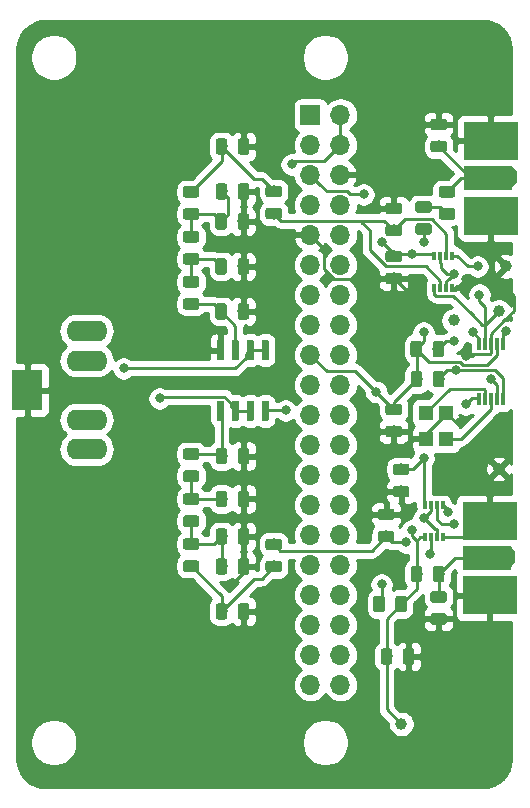
<source format=gbr>
G04 #@! TF.GenerationSoftware,KiCad,Pcbnew,5.1.2-f72e74a~84~ubuntu18.04.1*
G04 #@! TF.CreationDate,2019-05-17T13:13:24-07:00*
G04 #@! TF.ProjectId,RPZ_SC_VNA,52505a5f-5343-45f5-964e-412e6b696361,rev?*
G04 #@! TF.SameCoordinates,Original*
G04 #@! TF.FileFunction,Copper,L1,Top*
G04 #@! TF.FilePolarity,Positive*
%FSLAX46Y46*%
G04 Gerber Fmt 4.6, Leading zero omitted, Abs format (unit mm)*
G04 Created by KiCad (PCBNEW 5.1.2-f72e74a~84~ubuntu18.04.1) date 2019-05-17 13:13:24*
%MOMM*%
%LPD*%
G04 APERTURE LIST*
%ADD10O,1.700000X1.700000*%
%ADD11R,1.700000X1.700000*%
%ADD12R,0.300000X0.680000*%
%ADD13C,1.000000*%
%ADD14R,2.500000X3.500000*%
%ADD15O,3.500000X1.750000*%
%ADD16R,1.200000X1.300000*%
%ADD17C,0.100000*%
%ADD18C,0.600000*%
%ADD19R,0.300000X1.100000*%
%ADD20C,0.975000*%
%ADD21R,4.572000X3.302000*%
%ADD22C,0.500380*%
%ADD23R,4.071620X1.998980*%
%ADD24C,0.800000*%
%ADD25C,0.250000*%
%ADD26C,0.254000*%
G04 APERTURE END LIST*
D10*
X132651500Y-101473000D03*
X130111500Y-101473000D03*
X132651500Y-83693000D03*
X130111500Y-83693000D03*
X132651500Y-78613000D03*
X130111500Y-78613000D03*
X132651500Y-88773000D03*
X130111500Y-88773000D03*
X132651500Y-60833000D03*
X130111500Y-60833000D03*
X132651500Y-91313000D03*
X130111500Y-91313000D03*
X132651500Y-73533000D03*
X130111500Y-73533000D03*
X132651500Y-96393000D03*
X130111500Y-96393000D03*
X132651500Y-93853000D03*
X130111500Y-93853000D03*
X132651500Y-98933000D03*
X130111500Y-98933000D03*
X132651500Y-76073000D03*
X130111500Y-76073000D03*
X132651500Y-63373000D03*
X130111500Y-63373000D03*
X132651500Y-68453000D03*
X130111500Y-68453000D03*
X132651500Y-86233000D03*
X130111500Y-86233000D03*
X132651500Y-65913000D03*
X130111500Y-65913000D03*
X132651500Y-81153000D03*
X130111500Y-81153000D03*
D11*
X130111500Y-53213000D03*
D10*
X132651500Y-53213000D03*
X130111500Y-58293000D03*
X132651500Y-55753000D03*
X132651500Y-70993000D03*
X130111500Y-70993000D03*
X130111500Y-55753000D03*
X132651500Y-58293000D03*
D12*
X140616240Y-65119420D03*
X140616240Y-67839420D03*
X141116240Y-65119420D03*
X141116240Y-67839420D03*
X141616240Y-65119420D03*
X141616240Y-67839420D03*
X142116240Y-65119420D03*
X142116240Y-67839420D03*
D13*
X146685000Y-66040000D03*
X146050000Y-83185000D03*
X142240000Y-70612000D03*
X146050000Y-69850000D03*
X137795000Y-104775000D03*
D14*
X106150800Y-76504800D03*
D15*
X111156800Y-71504800D03*
X111156800Y-81504800D03*
X111156800Y-74004800D03*
X111156800Y-79004800D03*
D16*
X141605000Y-78445000D03*
X139905000Y-78445000D03*
X141605000Y-80645000D03*
X139905000Y-80645000D03*
D17*
G36*
X126453503Y-72242722D02*
G01*
X126468064Y-72244882D01*
X126482343Y-72248459D01*
X126496203Y-72253418D01*
X126509510Y-72259712D01*
X126522136Y-72267280D01*
X126533959Y-72276048D01*
X126544866Y-72285934D01*
X126554752Y-72296841D01*
X126563520Y-72308664D01*
X126571088Y-72321290D01*
X126577382Y-72334597D01*
X126582341Y-72348457D01*
X126585918Y-72362736D01*
X126588078Y-72377297D01*
X126588800Y-72392000D01*
X126588800Y-73842000D01*
X126588078Y-73856703D01*
X126585918Y-73871264D01*
X126582341Y-73885543D01*
X126577382Y-73899403D01*
X126571088Y-73912710D01*
X126563520Y-73925336D01*
X126554752Y-73937159D01*
X126544866Y-73948066D01*
X126533959Y-73957952D01*
X126522136Y-73966720D01*
X126509510Y-73974288D01*
X126496203Y-73980582D01*
X126482343Y-73985541D01*
X126468064Y-73989118D01*
X126453503Y-73991278D01*
X126438800Y-73992000D01*
X126138800Y-73992000D01*
X126124097Y-73991278D01*
X126109536Y-73989118D01*
X126095257Y-73985541D01*
X126081397Y-73980582D01*
X126068090Y-73974288D01*
X126055464Y-73966720D01*
X126043641Y-73957952D01*
X126032734Y-73948066D01*
X126022848Y-73937159D01*
X126014080Y-73925336D01*
X126006512Y-73912710D01*
X126000218Y-73899403D01*
X125995259Y-73885543D01*
X125991682Y-73871264D01*
X125989522Y-73856703D01*
X125988800Y-73842000D01*
X125988800Y-72392000D01*
X125989522Y-72377297D01*
X125991682Y-72362736D01*
X125995259Y-72348457D01*
X126000218Y-72334597D01*
X126006512Y-72321290D01*
X126014080Y-72308664D01*
X126022848Y-72296841D01*
X126032734Y-72285934D01*
X126043641Y-72276048D01*
X126055464Y-72267280D01*
X126068090Y-72259712D01*
X126081397Y-72253418D01*
X126095257Y-72248459D01*
X126109536Y-72244882D01*
X126124097Y-72242722D01*
X126138800Y-72242000D01*
X126438800Y-72242000D01*
X126453503Y-72242722D01*
X126453503Y-72242722D01*
G37*
D18*
X126288800Y-73117000D03*
D17*
G36*
X125183503Y-72242722D02*
G01*
X125198064Y-72244882D01*
X125212343Y-72248459D01*
X125226203Y-72253418D01*
X125239510Y-72259712D01*
X125252136Y-72267280D01*
X125263959Y-72276048D01*
X125274866Y-72285934D01*
X125284752Y-72296841D01*
X125293520Y-72308664D01*
X125301088Y-72321290D01*
X125307382Y-72334597D01*
X125312341Y-72348457D01*
X125315918Y-72362736D01*
X125318078Y-72377297D01*
X125318800Y-72392000D01*
X125318800Y-73842000D01*
X125318078Y-73856703D01*
X125315918Y-73871264D01*
X125312341Y-73885543D01*
X125307382Y-73899403D01*
X125301088Y-73912710D01*
X125293520Y-73925336D01*
X125284752Y-73937159D01*
X125274866Y-73948066D01*
X125263959Y-73957952D01*
X125252136Y-73966720D01*
X125239510Y-73974288D01*
X125226203Y-73980582D01*
X125212343Y-73985541D01*
X125198064Y-73989118D01*
X125183503Y-73991278D01*
X125168800Y-73992000D01*
X124868800Y-73992000D01*
X124854097Y-73991278D01*
X124839536Y-73989118D01*
X124825257Y-73985541D01*
X124811397Y-73980582D01*
X124798090Y-73974288D01*
X124785464Y-73966720D01*
X124773641Y-73957952D01*
X124762734Y-73948066D01*
X124752848Y-73937159D01*
X124744080Y-73925336D01*
X124736512Y-73912710D01*
X124730218Y-73899403D01*
X124725259Y-73885543D01*
X124721682Y-73871264D01*
X124719522Y-73856703D01*
X124718800Y-73842000D01*
X124718800Y-72392000D01*
X124719522Y-72377297D01*
X124721682Y-72362736D01*
X124725259Y-72348457D01*
X124730218Y-72334597D01*
X124736512Y-72321290D01*
X124744080Y-72308664D01*
X124752848Y-72296841D01*
X124762734Y-72285934D01*
X124773641Y-72276048D01*
X124785464Y-72267280D01*
X124798090Y-72259712D01*
X124811397Y-72253418D01*
X124825257Y-72248459D01*
X124839536Y-72244882D01*
X124854097Y-72242722D01*
X124868800Y-72242000D01*
X125168800Y-72242000D01*
X125183503Y-72242722D01*
X125183503Y-72242722D01*
G37*
D18*
X125018800Y-73117000D03*
D17*
G36*
X123913503Y-72242722D02*
G01*
X123928064Y-72244882D01*
X123942343Y-72248459D01*
X123956203Y-72253418D01*
X123969510Y-72259712D01*
X123982136Y-72267280D01*
X123993959Y-72276048D01*
X124004866Y-72285934D01*
X124014752Y-72296841D01*
X124023520Y-72308664D01*
X124031088Y-72321290D01*
X124037382Y-72334597D01*
X124042341Y-72348457D01*
X124045918Y-72362736D01*
X124048078Y-72377297D01*
X124048800Y-72392000D01*
X124048800Y-73842000D01*
X124048078Y-73856703D01*
X124045918Y-73871264D01*
X124042341Y-73885543D01*
X124037382Y-73899403D01*
X124031088Y-73912710D01*
X124023520Y-73925336D01*
X124014752Y-73937159D01*
X124004866Y-73948066D01*
X123993959Y-73957952D01*
X123982136Y-73966720D01*
X123969510Y-73974288D01*
X123956203Y-73980582D01*
X123942343Y-73985541D01*
X123928064Y-73989118D01*
X123913503Y-73991278D01*
X123898800Y-73992000D01*
X123598800Y-73992000D01*
X123584097Y-73991278D01*
X123569536Y-73989118D01*
X123555257Y-73985541D01*
X123541397Y-73980582D01*
X123528090Y-73974288D01*
X123515464Y-73966720D01*
X123503641Y-73957952D01*
X123492734Y-73948066D01*
X123482848Y-73937159D01*
X123474080Y-73925336D01*
X123466512Y-73912710D01*
X123460218Y-73899403D01*
X123455259Y-73885543D01*
X123451682Y-73871264D01*
X123449522Y-73856703D01*
X123448800Y-73842000D01*
X123448800Y-72392000D01*
X123449522Y-72377297D01*
X123451682Y-72362736D01*
X123455259Y-72348457D01*
X123460218Y-72334597D01*
X123466512Y-72321290D01*
X123474080Y-72308664D01*
X123482848Y-72296841D01*
X123492734Y-72285934D01*
X123503641Y-72276048D01*
X123515464Y-72267280D01*
X123528090Y-72259712D01*
X123541397Y-72253418D01*
X123555257Y-72248459D01*
X123569536Y-72244882D01*
X123584097Y-72242722D01*
X123598800Y-72242000D01*
X123898800Y-72242000D01*
X123913503Y-72242722D01*
X123913503Y-72242722D01*
G37*
D18*
X123748800Y-73117000D03*
D17*
G36*
X122643503Y-72242722D02*
G01*
X122658064Y-72244882D01*
X122672343Y-72248459D01*
X122686203Y-72253418D01*
X122699510Y-72259712D01*
X122712136Y-72267280D01*
X122723959Y-72276048D01*
X122734866Y-72285934D01*
X122744752Y-72296841D01*
X122753520Y-72308664D01*
X122761088Y-72321290D01*
X122767382Y-72334597D01*
X122772341Y-72348457D01*
X122775918Y-72362736D01*
X122778078Y-72377297D01*
X122778800Y-72392000D01*
X122778800Y-73842000D01*
X122778078Y-73856703D01*
X122775918Y-73871264D01*
X122772341Y-73885543D01*
X122767382Y-73899403D01*
X122761088Y-73912710D01*
X122753520Y-73925336D01*
X122744752Y-73937159D01*
X122734866Y-73948066D01*
X122723959Y-73957952D01*
X122712136Y-73966720D01*
X122699510Y-73974288D01*
X122686203Y-73980582D01*
X122672343Y-73985541D01*
X122658064Y-73989118D01*
X122643503Y-73991278D01*
X122628800Y-73992000D01*
X122328800Y-73992000D01*
X122314097Y-73991278D01*
X122299536Y-73989118D01*
X122285257Y-73985541D01*
X122271397Y-73980582D01*
X122258090Y-73974288D01*
X122245464Y-73966720D01*
X122233641Y-73957952D01*
X122222734Y-73948066D01*
X122212848Y-73937159D01*
X122204080Y-73925336D01*
X122196512Y-73912710D01*
X122190218Y-73899403D01*
X122185259Y-73885543D01*
X122181682Y-73871264D01*
X122179522Y-73856703D01*
X122178800Y-73842000D01*
X122178800Y-72392000D01*
X122179522Y-72377297D01*
X122181682Y-72362736D01*
X122185259Y-72348457D01*
X122190218Y-72334597D01*
X122196512Y-72321290D01*
X122204080Y-72308664D01*
X122212848Y-72296841D01*
X122222734Y-72285934D01*
X122233641Y-72276048D01*
X122245464Y-72267280D01*
X122258090Y-72259712D01*
X122271397Y-72253418D01*
X122285257Y-72248459D01*
X122299536Y-72244882D01*
X122314097Y-72242722D01*
X122328800Y-72242000D01*
X122628800Y-72242000D01*
X122643503Y-72242722D01*
X122643503Y-72242722D01*
G37*
D18*
X122478800Y-73117000D03*
D17*
G36*
X122643503Y-77392722D02*
G01*
X122658064Y-77394882D01*
X122672343Y-77398459D01*
X122686203Y-77403418D01*
X122699510Y-77409712D01*
X122712136Y-77417280D01*
X122723959Y-77426048D01*
X122734866Y-77435934D01*
X122744752Y-77446841D01*
X122753520Y-77458664D01*
X122761088Y-77471290D01*
X122767382Y-77484597D01*
X122772341Y-77498457D01*
X122775918Y-77512736D01*
X122778078Y-77527297D01*
X122778800Y-77542000D01*
X122778800Y-78992000D01*
X122778078Y-79006703D01*
X122775918Y-79021264D01*
X122772341Y-79035543D01*
X122767382Y-79049403D01*
X122761088Y-79062710D01*
X122753520Y-79075336D01*
X122744752Y-79087159D01*
X122734866Y-79098066D01*
X122723959Y-79107952D01*
X122712136Y-79116720D01*
X122699510Y-79124288D01*
X122686203Y-79130582D01*
X122672343Y-79135541D01*
X122658064Y-79139118D01*
X122643503Y-79141278D01*
X122628800Y-79142000D01*
X122328800Y-79142000D01*
X122314097Y-79141278D01*
X122299536Y-79139118D01*
X122285257Y-79135541D01*
X122271397Y-79130582D01*
X122258090Y-79124288D01*
X122245464Y-79116720D01*
X122233641Y-79107952D01*
X122222734Y-79098066D01*
X122212848Y-79087159D01*
X122204080Y-79075336D01*
X122196512Y-79062710D01*
X122190218Y-79049403D01*
X122185259Y-79035543D01*
X122181682Y-79021264D01*
X122179522Y-79006703D01*
X122178800Y-78992000D01*
X122178800Y-77542000D01*
X122179522Y-77527297D01*
X122181682Y-77512736D01*
X122185259Y-77498457D01*
X122190218Y-77484597D01*
X122196512Y-77471290D01*
X122204080Y-77458664D01*
X122212848Y-77446841D01*
X122222734Y-77435934D01*
X122233641Y-77426048D01*
X122245464Y-77417280D01*
X122258090Y-77409712D01*
X122271397Y-77403418D01*
X122285257Y-77398459D01*
X122299536Y-77394882D01*
X122314097Y-77392722D01*
X122328800Y-77392000D01*
X122628800Y-77392000D01*
X122643503Y-77392722D01*
X122643503Y-77392722D01*
G37*
D18*
X122478800Y-78267000D03*
D17*
G36*
X123913503Y-77392722D02*
G01*
X123928064Y-77394882D01*
X123942343Y-77398459D01*
X123956203Y-77403418D01*
X123969510Y-77409712D01*
X123982136Y-77417280D01*
X123993959Y-77426048D01*
X124004866Y-77435934D01*
X124014752Y-77446841D01*
X124023520Y-77458664D01*
X124031088Y-77471290D01*
X124037382Y-77484597D01*
X124042341Y-77498457D01*
X124045918Y-77512736D01*
X124048078Y-77527297D01*
X124048800Y-77542000D01*
X124048800Y-78992000D01*
X124048078Y-79006703D01*
X124045918Y-79021264D01*
X124042341Y-79035543D01*
X124037382Y-79049403D01*
X124031088Y-79062710D01*
X124023520Y-79075336D01*
X124014752Y-79087159D01*
X124004866Y-79098066D01*
X123993959Y-79107952D01*
X123982136Y-79116720D01*
X123969510Y-79124288D01*
X123956203Y-79130582D01*
X123942343Y-79135541D01*
X123928064Y-79139118D01*
X123913503Y-79141278D01*
X123898800Y-79142000D01*
X123598800Y-79142000D01*
X123584097Y-79141278D01*
X123569536Y-79139118D01*
X123555257Y-79135541D01*
X123541397Y-79130582D01*
X123528090Y-79124288D01*
X123515464Y-79116720D01*
X123503641Y-79107952D01*
X123492734Y-79098066D01*
X123482848Y-79087159D01*
X123474080Y-79075336D01*
X123466512Y-79062710D01*
X123460218Y-79049403D01*
X123455259Y-79035543D01*
X123451682Y-79021264D01*
X123449522Y-79006703D01*
X123448800Y-78992000D01*
X123448800Y-77542000D01*
X123449522Y-77527297D01*
X123451682Y-77512736D01*
X123455259Y-77498457D01*
X123460218Y-77484597D01*
X123466512Y-77471290D01*
X123474080Y-77458664D01*
X123482848Y-77446841D01*
X123492734Y-77435934D01*
X123503641Y-77426048D01*
X123515464Y-77417280D01*
X123528090Y-77409712D01*
X123541397Y-77403418D01*
X123555257Y-77398459D01*
X123569536Y-77394882D01*
X123584097Y-77392722D01*
X123598800Y-77392000D01*
X123898800Y-77392000D01*
X123913503Y-77392722D01*
X123913503Y-77392722D01*
G37*
D18*
X123748800Y-78267000D03*
D17*
G36*
X125183503Y-77392722D02*
G01*
X125198064Y-77394882D01*
X125212343Y-77398459D01*
X125226203Y-77403418D01*
X125239510Y-77409712D01*
X125252136Y-77417280D01*
X125263959Y-77426048D01*
X125274866Y-77435934D01*
X125284752Y-77446841D01*
X125293520Y-77458664D01*
X125301088Y-77471290D01*
X125307382Y-77484597D01*
X125312341Y-77498457D01*
X125315918Y-77512736D01*
X125318078Y-77527297D01*
X125318800Y-77542000D01*
X125318800Y-78992000D01*
X125318078Y-79006703D01*
X125315918Y-79021264D01*
X125312341Y-79035543D01*
X125307382Y-79049403D01*
X125301088Y-79062710D01*
X125293520Y-79075336D01*
X125284752Y-79087159D01*
X125274866Y-79098066D01*
X125263959Y-79107952D01*
X125252136Y-79116720D01*
X125239510Y-79124288D01*
X125226203Y-79130582D01*
X125212343Y-79135541D01*
X125198064Y-79139118D01*
X125183503Y-79141278D01*
X125168800Y-79142000D01*
X124868800Y-79142000D01*
X124854097Y-79141278D01*
X124839536Y-79139118D01*
X124825257Y-79135541D01*
X124811397Y-79130582D01*
X124798090Y-79124288D01*
X124785464Y-79116720D01*
X124773641Y-79107952D01*
X124762734Y-79098066D01*
X124752848Y-79087159D01*
X124744080Y-79075336D01*
X124736512Y-79062710D01*
X124730218Y-79049403D01*
X124725259Y-79035543D01*
X124721682Y-79021264D01*
X124719522Y-79006703D01*
X124718800Y-78992000D01*
X124718800Y-77542000D01*
X124719522Y-77527297D01*
X124721682Y-77512736D01*
X124725259Y-77498457D01*
X124730218Y-77484597D01*
X124736512Y-77471290D01*
X124744080Y-77458664D01*
X124752848Y-77446841D01*
X124762734Y-77435934D01*
X124773641Y-77426048D01*
X124785464Y-77417280D01*
X124798090Y-77409712D01*
X124811397Y-77403418D01*
X124825257Y-77398459D01*
X124839536Y-77394882D01*
X124854097Y-77392722D01*
X124868800Y-77392000D01*
X125168800Y-77392000D01*
X125183503Y-77392722D01*
X125183503Y-77392722D01*
G37*
D18*
X125018800Y-78267000D03*
D17*
G36*
X126453503Y-77392722D02*
G01*
X126468064Y-77394882D01*
X126482343Y-77398459D01*
X126496203Y-77403418D01*
X126509510Y-77409712D01*
X126522136Y-77417280D01*
X126533959Y-77426048D01*
X126544866Y-77435934D01*
X126554752Y-77446841D01*
X126563520Y-77458664D01*
X126571088Y-77471290D01*
X126577382Y-77484597D01*
X126582341Y-77498457D01*
X126585918Y-77512736D01*
X126588078Y-77527297D01*
X126588800Y-77542000D01*
X126588800Y-78992000D01*
X126588078Y-79006703D01*
X126585918Y-79021264D01*
X126582341Y-79035543D01*
X126577382Y-79049403D01*
X126571088Y-79062710D01*
X126563520Y-79075336D01*
X126554752Y-79087159D01*
X126544866Y-79098066D01*
X126533959Y-79107952D01*
X126522136Y-79116720D01*
X126509510Y-79124288D01*
X126496203Y-79130582D01*
X126482343Y-79135541D01*
X126468064Y-79139118D01*
X126453503Y-79141278D01*
X126438800Y-79142000D01*
X126138800Y-79142000D01*
X126124097Y-79141278D01*
X126109536Y-79139118D01*
X126095257Y-79135541D01*
X126081397Y-79130582D01*
X126068090Y-79124288D01*
X126055464Y-79116720D01*
X126043641Y-79107952D01*
X126032734Y-79098066D01*
X126022848Y-79087159D01*
X126014080Y-79075336D01*
X126006512Y-79062710D01*
X126000218Y-79049403D01*
X125995259Y-79035543D01*
X125991682Y-79021264D01*
X125989522Y-79006703D01*
X125988800Y-78992000D01*
X125988800Y-77542000D01*
X125989522Y-77527297D01*
X125991682Y-77512736D01*
X125995259Y-77498457D01*
X126000218Y-77484597D01*
X126006512Y-77471290D01*
X126014080Y-77458664D01*
X126022848Y-77446841D01*
X126032734Y-77435934D01*
X126043641Y-77426048D01*
X126055464Y-77417280D01*
X126068090Y-77409712D01*
X126081397Y-77403418D01*
X126095257Y-77398459D01*
X126109536Y-77394882D01*
X126124097Y-77392722D01*
X126138800Y-77392000D01*
X126438800Y-77392000D01*
X126453503Y-77392722D01*
X126453503Y-77392722D01*
G37*
D18*
X126288800Y-78267000D03*
D12*
X139808520Y-86259840D03*
X139808520Y-88979840D03*
X140308520Y-86259840D03*
X140308520Y-88979840D03*
X140808520Y-86259840D03*
X140808520Y-88979840D03*
X141308520Y-86259840D03*
X141308520Y-88979840D03*
D19*
X144415000Y-77280000D03*
X144915000Y-77280000D03*
X145415000Y-77280000D03*
X145915000Y-77280000D03*
X146415000Y-77280000D03*
X146431000Y-72580000D03*
X145923000Y-72580000D03*
X145415000Y-72580000D03*
X144907000Y-72580000D03*
X144399000Y-72580000D03*
D17*
G36*
X138062642Y-93916174D02*
G01*
X138086303Y-93919684D01*
X138109507Y-93925496D01*
X138132029Y-93933554D01*
X138153653Y-93943782D01*
X138174170Y-93956079D01*
X138193383Y-93970329D01*
X138211107Y-93986393D01*
X138227171Y-94004117D01*
X138241421Y-94023330D01*
X138253718Y-94043847D01*
X138263946Y-94065471D01*
X138272004Y-94087993D01*
X138277816Y-94111197D01*
X138281326Y-94134858D01*
X138282500Y-94158750D01*
X138282500Y-95071250D01*
X138281326Y-95095142D01*
X138277816Y-95118803D01*
X138272004Y-95142007D01*
X138263946Y-95164529D01*
X138253718Y-95186153D01*
X138241421Y-95206670D01*
X138227171Y-95225883D01*
X138211107Y-95243607D01*
X138193383Y-95259671D01*
X138174170Y-95273921D01*
X138153653Y-95286218D01*
X138132029Y-95296446D01*
X138109507Y-95304504D01*
X138086303Y-95310316D01*
X138062642Y-95313826D01*
X138038750Y-95315000D01*
X137551250Y-95315000D01*
X137527358Y-95313826D01*
X137503697Y-95310316D01*
X137480493Y-95304504D01*
X137457971Y-95296446D01*
X137436347Y-95286218D01*
X137415830Y-95273921D01*
X137396617Y-95259671D01*
X137378893Y-95243607D01*
X137362829Y-95225883D01*
X137348579Y-95206670D01*
X137336282Y-95186153D01*
X137326054Y-95164529D01*
X137317996Y-95142007D01*
X137312184Y-95118803D01*
X137308674Y-95095142D01*
X137307500Y-95071250D01*
X137307500Y-94158750D01*
X137308674Y-94134858D01*
X137312184Y-94111197D01*
X137317996Y-94087993D01*
X137326054Y-94065471D01*
X137336282Y-94043847D01*
X137348579Y-94023330D01*
X137362829Y-94004117D01*
X137378893Y-93986393D01*
X137396617Y-93970329D01*
X137415830Y-93956079D01*
X137436347Y-93943782D01*
X137457971Y-93933554D01*
X137480493Y-93925496D01*
X137503697Y-93919684D01*
X137527358Y-93916174D01*
X137551250Y-93915000D01*
X138038750Y-93915000D01*
X138062642Y-93916174D01*
X138062642Y-93916174D01*
G37*
D20*
X137795000Y-94615000D03*
D17*
G36*
X136187642Y-93916174D02*
G01*
X136211303Y-93919684D01*
X136234507Y-93925496D01*
X136257029Y-93933554D01*
X136278653Y-93943782D01*
X136299170Y-93956079D01*
X136318383Y-93970329D01*
X136336107Y-93986393D01*
X136352171Y-94004117D01*
X136366421Y-94023330D01*
X136378718Y-94043847D01*
X136388946Y-94065471D01*
X136397004Y-94087993D01*
X136402816Y-94111197D01*
X136406326Y-94134858D01*
X136407500Y-94158750D01*
X136407500Y-95071250D01*
X136406326Y-95095142D01*
X136402816Y-95118803D01*
X136397004Y-95142007D01*
X136388946Y-95164529D01*
X136378718Y-95186153D01*
X136366421Y-95206670D01*
X136352171Y-95225883D01*
X136336107Y-95243607D01*
X136318383Y-95259671D01*
X136299170Y-95273921D01*
X136278653Y-95286218D01*
X136257029Y-95296446D01*
X136234507Y-95304504D01*
X136211303Y-95310316D01*
X136187642Y-95313826D01*
X136163750Y-95315000D01*
X135676250Y-95315000D01*
X135652358Y-95313826D01*
X135628697Y-95310316D01*
X135605493Y-95304504D01*
X135582971Y-95296446D01*
X135561347Y-95286218D01*
X135540830Y-95273921D01*
X135521617Y-95259671D01*
X135503893Y-95243607D01*
X135487829Y-95225883D01*
X135473579Y-95206670D01*
X135461282Y-95186153D01*
X135451054Y-95164529D01*
X135442996Y-95142007D01*
X135437184Y-95118803D01*
X135433674Y-95095142D01*
X135432500Y-95071250D01*
X135432500Y-94158750D01*
X135433674Y-94134858D01*
X135437184Y-94111197D01*
X135442996Y-94087993D01*
X135451054Y-94065471D01*
X135461282Y-94043847D01*
X135473579Y-94023330D01*
X135487829Y-94004117D01*
X135503893Y-93986393D01*
X135521617Y-93970329D01*
X135540830Y-93956079D01*
X135561347Y-93943782D01*
X135582971Y-93933554D01*
X135605493Y-93925496D01*
X135628697Y-93919684D01*
X135652358Y-93916174D01*
X135676250Y-93915000D01*
X136163750Y-93915000D01*
X136187642Y-93916174D01*
X136187642Y-93916174D01*
G37*
D20*
X135920000Y-94615000D03*
D17*
G36*
X136822642Y-98361174D02*
G01*
X136846303Y-98364684D01*
X136869507Y-98370496D01*
X136892029Y-98378554D01*
X136913653Y-98388782D01*
X136934170Y-98401079D01*
X136953383Y-98415329D01*
X136971107Y-98431393D01*
X136987171Y-98449117D01*
X137001421Y-98468330D01*
X137013718Y-98488847D01*
X137023946Y-98510471D01*
X137032004Y-98532993D01*
X137037816Y-98556197D01*
X137041326Y-98579858D01*
X137042500Y-98603750D01*
X137042500Y-99516250D01*
X137041326Y-99540142D01*
X137037816Y-99563803D01*
X137032004Y-99587007D01*
X137023946Y-99609529D01*
X137013718Y-99631153D01*
X137001421Y-99651670D01*
X136987171Y-99670883D01*
X136971107Y-99688607D01*
X136953383Y-99704671D01*
X136934170Y-99718921D01*
X136913653Y-99731218D01*
X136892029Y-99741446D01*
X136869507Y-99749504D01*
X136846303Y-99755316D01*
X136822642Y-99758826D01*
X136798750Y-99760000D01*
X136311250Y-99760000D01*
X136287358Y-99758826D01*
X136263697Y-99755316D01*
X136240493Y-99749504D01*
X136217971Y-99741446D01*
X136196347Y-99731218D01*
X136175830Y-99718921D01*
X136156617Y-99704671D01*
X136138893Y-99688607D01*
X136122829Y-99670883D01*
X136108579Y-99651670D01*
X136096282Y-99631153D01*
X136086054Y-99609529D01*
X136077996Y-99587007D01*
X136072184Y-99563803D01*
X136068674Y-99540142D01*
X136067500Y-99516250D01*
X136067500Y-98603750D01*
X136068674Y-98579858D01*
X136072184Y-98556197D01*
X136077996Y-98532993D01*
X136086054Y-98510471D01*
X136096282Y-98488847D01*
X136108579Y-98468330D01*
X136122829Y-98449117D01*
X136138893Y-98431393D01*
X136156617Y-98415329D01*
X136175830Y-98401079D01*
X136196347Y-98388782D01*
X136217971Y-98378554D01*
X136240493Y-98370496D01*
X136263697Y-98364684D01*
X136287358Y-98361174D01*
X136311250Y-98360000D01*
X136798750Y-98360000D01*
X136822642Y-98361174D01*
X136822642Y-98361174D01*
G37*
D20*
X136555000Y-99060000D03*
D17*
G36*
X138697642Y-98361174D02*
G01*
X138721303Y-98364684D01*
X138744507Y-98370496D01*
X138767029Y-98378554D01*
X138788653Y-98388782D01*
X138809170Y-98401079D01*
X138828383Y-98415329D01*
X138846107Y-98431393D01*
X138862171Y-98449117D01*
X138876421Y-98468330D01*
X138888718Y-98488847D01*
X138898946Y-98510471D01*
X138907004Y-98532993D01*
X138912816Y-98556197D01*
X138916326Y-98579858D01*
X138917500Y-98603750D01*
X138917500Y-99516250D01*
X138916326Y-99540142D01*
X138912816Y-99563803D01*
X138907004Y-99587007D01*
X138898946Y-99609529D01*
X138888718Y-99631153D01*
X138876421Y-99651670D01*
X138862171Y-99670883D01*
X138846107Y-99688607D01*
X138828383Y-99704671D01*
X138809170Y-99718921D01*
X138788653Y-99731218D01*
X138767029Y-99741446D01*
X138744507Y-99749504D01*
X138721303Y-99755316D01*
X138697642Y-99758826D01*
X138673750Y-99760000D01*
X138186250Y-99760000D01*
X138162358Y-99758826D01*
X138138697Y-99755316D01*
X138115493Y-99749504D01*
X138092971Y-99741446D01*
X138071347Y-99731218D01*
X138050830Y-99718921D01*
X138031617Y-99704671D01*
X138013893Y-99688607D01*
X137997829Y-99670883D01*
X137983579Y-99651670D01*
X137971282Y-99631153D01*
X137961054Y-99609529D01*
X137952996Y-99587007D01*
X137947184Y-99563803D01*
X137943674Y-99540142D01*
X137942500Y-99516250D01*
X137942500Y-98603750D01*
X137943674Y-98579858D01*
X137947184Y-98556197D01*
X137952996Y-98532993D01*
X137961054Y-98510471D01*
X137971282Y-98488847D01*
X137983579Y-98468330D01*
X137997829Y-98449117D01*
X138013893Y-98431393D01*
X138031617Y-98415329D01*
X138050830Y-98401079D01*
X138071347Y-98388782D01*
X138092971Y-98378554D01*
X138115493Y-98370496D01*
X138138697Y-98364684D01*
X138162358Y-98361174D01*
X138186250Y-98360000D01*
X138673750Y-98360000D01*
X138697642Y-98361174D01*
X138697642Y-98361174D01*
G37*
D20*
X138430000Y-99060000D03*
D17*
G36*
X141450142Y-93523674D02*
G01*
X141473803Y-93527184D01*
X141497007Y-93532996D01*
X141519529Y-93541054D01*
X141541153Y-93551282D01*
X141561670Y-93563579D01*
X141580883Y-93577829D01*
X141598607Y-93593893D01*
X141614671Y-93611617D01*
X141628921Y-93630830D01*
X141641218Y-93651347D01*
X141651446Y-93672971D01*
X141659504Y-93695493D01*
X141665316Y-93718697D01*
X141668826Y-93742358D01*
X141670000Y-93766250D01*
X141670000Y-94253750D01*
X141668826Y-94277642D01*
X141665316Y-94301303D01*
X141659504Y-94324507D01*
X141651446Y-94347029D01*
X141641218Y-94368653D01*
X141628921Y-94389170D01*
X141614671Y-94408383D01*
X141598607Y-94426107D01*
X141580883Y-94442171D01*
X141561670Y-94456421D01*
X141541153Y-94468718D01*
X141519529Y-94478946D01*
X141497007Y-94487004D01*
X141473803Y-94492816D01*
X141450142Y-94496326D01*
X141426250Y-94497500D01*
X140513750Y-94497500D01*
X140489858Y-94496326D01*
X140466197Y-94492816D01*
X140442993Y-94487004D01*
X140420471Y-94478946D01*
X140398847Y-94468718D01*
X140378330Y-94456421D01*
X140359117Y-94442171D01*
X140341393Y-94426107D01*
X140325329Y-94408383D01*
X140311079Y-94389170D01*
X140298782Y-94368653D01*
X140288554Y-94347029D01*
X140280496Y-94324507D01*
X140274684Y-94301303D01*
X140271174Y-94277642D01*
X140270000Y-94253750D01*
X140270000Y-93766250D01*
X140271174Y-93742358D01*
X140274684Y-93718697D01*
X140280496Y-93695493D01*
X140288554Y-93672971D01*
X140298782Y-93651347D01*
X140311079Y-93630830D01*
X140325329Y-93611617D01*
X140341393Y-93593893D01*
X140359117Y-93577829D01*
X140378330Y-93563579D01*
X140398847Y-93551282D01*
X140420471Y-93541054D01*
X140442993Y-93532996D01*
X140466197Y-93527184D01*
X140489858Y-93523674D01*
X140513750Y-93522500D01*
X141426250Y-93522500D01*
X141450142Y-93523674D01*
X141450142Y-93523674D01*
G37*
D20*
X140970000Y-94010000D03*
D17*
G36*
X141450142Y-95398674D02*
G01*
X141473803Y-95402184D01*
X141497007Y-95407996D01*
X141519529Y-95416054D01*
X141541153Y-95426282D01*
X141561670Y-95438579D01*
X141580883Y-95452829D01*
X141598607Y-95468893D01*
X141614671Y-95486617D01*
X141628921Y-95505830D01*
X141641218Y-95526347D01*
X141651446Y-95547971D01*
X141659504Y-95570493D01*
X141665316Y-95593697D01*
X141668826Y-95617358D01*
X141670000Y-95641250D01*
X141670000Y-96128750D01*
X141668826Y-96152642D01*
X141665316Y-96176303D01*
X141659504Y-96199507D01*
X141651446Y-96222029D01*
X141641218Y-96243653D01*
X141628921Y-96264170D01*
X141614671Y-96283383D01*
X141598607Y-96301107D01*
X141580883Y-96317171D01*
X141561670Y-96331421D01*
X141541153Y-96343718D01*
X141519529Y-96353946D01*
X141497007Y-96362004D01*
X141473803Y-96367816D01*
X141450142Y-96371326D01*
X141426250Y-96372500D01*
X140513750Y-96372500D01*
X140489858Y-96371326D01*
X140466197Y-96367816D01*
X140442993Y-96362004D01*
X140420471Y-96353946D01*
X140398847Y-96343718D01*
X140378330Y-96331421D01*
X140359117Y-96317171D01*
X140341393Y-96301107D01*
X140325329Y-96283383D01*
X140311079Y-96264170D01*
X140298782Y-96243653D01*
X140288554Y-96222029D01*
X140280496Y-96199507D01*
X140274684Y-96176303D01*
X140271174Y-96152642D01*
X140270000Y-96128750D01*
X140270000Y-95641250D01*
X140271174Y-95617358D01*
X140274684Y-95593697D01*
X140280496Y-95570493D01*
X140288554Y-95547971D01*
X140298782Y-95526347D01*
X140311079Y-95505830D01*
X140325329Y-95486617D01*
X140341393Y-95468893D01*
X140359117Y-95452829D01*
X140378330Y-95438579D01*
X140398847Y-95426282D01*
X140420471Y-95416054D01*
X140442993Y-95407996D01*
X140466197Y-95402184D01*
X140489858Y-95398674D01*
X140513750Y-95397500D01*
X141426250Y-95397500D01*
X141450142Y-95398674D01*
X141450142Y-95398674D01*
G37*
D20*
X140970000Y-95885000D03*
D17*
G36*
X120495142Y-66853674D02*
G01*
X120518803Y-66857184D01*
X120542007Y-66862996D01*
X120564529Y-66871054D01*
X120586153Y-66881282D01*
X120606670Y-66893579D01*
X120625883Y-66907829D01*
X120643607Y-66923893D01*
X120659671Y-66941617D01*
X120673921Y-66960830D01*
X120686218Y-66981347D01*
X120696446Y-67002971D01*
X120704504Y-67025493D01*
X120710316Y-67048697D01*
X120713826Y-67072358D01*
X120715000Y-67096250D01*
X120715000Y-67583750D01*
X120713826Y-67607642D01*
X120710316Y-67631303D01*
X120704504Y-67654507D01*
X120696446Y-67677029D01*
X120686218Y-67698653D01*
X120673921Y-67719170D01*
X120659671Y-67738383D01*
X120643607Y-67756107D01*
X120625883Y-67772171D01*
X120606670Y-67786421D01*
X120586153Y-67798718D01*
X120564529Y-67808946D01*
X120542007Y-67817004D01*
X120518803Y-67822816D01*
X120495142Y-67826326D01*
X120471250Y-67827500D01*
X119558750Y-67827500D01*
X119534858Y-67826326D01*
X119511197Y-67822816D01*
X119487993Y-67817004D01*
X119465471Y-67808946D01*
X119443847Y-67798718D01*
X119423330Y-67786421D01*
X119404117Y-67772171D01*
X119386393Y-67756107D01*
X119370329Y-67738383D01*
X119356079Y-67719170D01*
X119343782Y-67698653D01*
X119333554Y-67677029D01*
X119325496Y-67654507D01*
X119319684Y-67631303D01*
X119316174Y-67607642D01*
X119315000Y-67583750D01*
X119315000Y-67096250D01*
X119316174Y-67072358D01*
X119319684Y-67048697D01*
X119325496Y-67025493D01*
X119333554Y-67002971D01*
X119343782Y-66981347D01*
X119356079Y-66960830D01*
X119370329Y-66941617D01*
X119386393Y-66923893D01*
X119404117Y-66907829D01*
X119423330Y-66893579D01*
X119443847Y-66881282D01*
X119465471Y-66871054D01*
X119487993Y-66862996D01*
X119511197Y-66857184D01*
X119534858Y-66853674D01*
X119558750Y-66852500D01*
X120471250Y-66852500D01*
X120495142Y-66853674D01*
X120495142Y-66853674D01*
G37*
D20*
X120015000Y-67340000D03*
D17*
G36*
X120495142Y-68728674D02*
G01*
X120518803Y-68732184D01*
X120542007Y-68737996D01*
X120564529Y-68746054D01*
X120586153Y-68756282D01*
X120606670Y-68768579D01*
X120625883Y-68782829D01*
X120643607Y-68798893D01*
X120659671Y-68816617D01*
X120673921Y-68835830D01*
X120686218Y-68856347D01*
X120696446Y-68877971D01*
X120704504Y-68900493D01*
X120710316Y-68923697D01*
X120713826Y-68947358D01*
X120715000Y-68971250D01*
X120715000Y-69458750D01*
X120713826Y-69482642D01*
X120710316Y-69506303D01*
X120704504Y-69529507D01*
X120696446Y-69552029D01*
X120686218Y-69573653D01*
X120673921Y-69594170D01*
X120659671Y-69613383D01*
X120643607Y-69631107D01*
X120625883Y-69647171D01*
X120606670Y-69661421D01*
X120586153Y-69673718D01*
X120564529Y-69683946D01*
X120542007Y-69692004D01*
X120518803Y-69697816D01*
X120495142Y-69701326D01*
X120471250Y-69702500D01*
X119558750Y-69702500D01*
X119534858Y-69701326D01*
X119511197Y-69697816D01*
X119487993Y-69692004D01*
X119465471Y-69683946D01*
X119443847Y-69673718D01*
X119423330Y-69661421D01*
X119404117Y-69647171D01*
X119386393Y-69631107D01*
X119370329Y-69613383D01*
X119356079Y-69594170D01*
X119343782Y-69573653D01*
X119333554Y-69552029D01*
X119325496Y-69529507D01*
X119319684Y-69506303D01*
X119316174Y-69482642D01*
X119315000Y-69458750D01*
X119315000Y-68971250D01*
X119316174Y-68947358D01*
X119319684Y-68923697D01*
X119325496Y-68900493D01*
X119333554Y-68877971D01*
X119343782Y-68856347D01*
X119356079Y-68835830D01*
X119370329Y-68816617D01*
X119386393Y-68798893D01*
X119404117Y-68782829D01*
X119423330Y-68768579D01*
X119443847Y-68756282D01*
X119465471Y-68746054D01*
X119487993Y-68737996D01*
X119511197Y-68732184D01*
X119534858Y-68728674D01*
X119558750Y-68727500D01*
X120471250Y-68727500D01*
X120495142Y-68728674D01*
X120495142Y-68728674D01*
G37*
D20*
X120015000Y-69215000D03*
D17*
G36*
X120495142Y-63043674D02*
G01*
X120518803Y-63047184D01*
X120542007Y-63052996D01*
X120564529Y-63061054D01*
X120586153Y-63071282D01*
X120606670Y-63083579D01*
X120625883Y-63097829D01*
X120643607Y-63113893D01*
X120659671Y-63131617D01*
X120673921Y-63150830D01*
X120686218Y-63171347D01*
X120696446Y-63192971D01*
X120704504Y-63215493D01*
X120710316Y-63238697D01*
X120713826Y-63262358D01*
X120715000Y-63286250D01*
X120715000Y-63773750D01*
X120713826Y-63797642D01*
X120710316Y-63821303D01*
X120704504Y-63844507D01*
X120696446Y-63867029D01*
X120686218Y-63888653D01*
X120673921Y-63909170D01*
X120659671Y-63928383D01*
X120643607Y-63946107D01*
X120625883Y-63962171D01*
X120606670Y-63976421D01*
X120586153Y-63988718D01*
X120564529Y-63998946D01*
X120542007Y-64007004D01*
X120518803Y-64012816D01*
X120495142Y-64016326D01*
X120471250Y-64017500D01*
X119558750Y-64017500D01*
X119534858Y-64016326D01*
X119511197Y-64012816D01*
X119487993Y-64007004D01*
X119465471Y-63998946D01*
X119443847Y-63988718D01*
X119423330Y-63976421D01*
X119404117Y-63962171D01*
X119386393Y-63946107D01*
X119370329Y-63928383D01*
X119356079Y-63909170D01*
X119343782Y-63888653D01*
X119333554Y-63867029D01*
X119325496Y-63844507D01*
X119319684Y-63821303D01*
X119316174Y-63797642D01*
X119315000Y-63773750D01*
X119315000Y-63286250D01*
X119316174Y-63262358D01*
X119319684Y-63238697D01*
X119325496Y-63215493D01*
X119333554Y-63192971D01*
X119343782Y-63171347D01*
X119356079Y-63150830D01*
X119370329Y-63131617D01*
X119386393Y-63113893D01*
X119404117Y-63097829D01*
X119423330Y-63083579D01*
X119443847Y-63071282D01*
X119465471Y-63061054D01*
X119487993Y-63052996D01*
X119511197Y-63047184D01*
X119534858Y-63043674D01*
X119558750Y-63042500D01*
X120471250Y-63042500D01*
X120495142Y-63043674D01*
X120495142Y-63043674D01*
G37*
D20*
X120015000Y-63530000D03*
D17*
G36*
X120495142Y-64918674D02*
G01*
X120518803Y-64922184D01*
X120542007Y-64927996D01*
X120564529Y-64936054D01*
X120586153Y-64946282D01*
X120606670Y-64958579D01*
X120625883Y-64972829D01*
X120643607Y-64988893D01*
X120659671Y-65006617D01*
X120673921Y-65025830D01*
X120686218Y-65046347D01*
X120696446Y-65067971D01*
X120704504Y-65090493D01*
X120710316Y-65113697D01*
X120713826Y-65137358D01*
X120715000Y-65161250D01*
X120715000Y-65648750D01*
X120713826Y-65672642D01*
X120710316Y-65696303D01*
X120704504Y-65719507D01*
X120696446Y-65742029D01*
X120686218Y-65763653D01*
X120673921Y-65784170D01*
X120659671Y-65803383D01*
X120643607Y-65821107D01*
X120625883Y-65837171D01*
X120606670Y-65851421D01*
X120586153Y-65863718D01*
X120564529Y-65873946D01*
X120542007Y-65882004D01*
X120518803Y-65887816D01*
X120495142Y-65891326D01*
X120471250Y-65892500D01*
X119558750Y-65892500D01*
X119534858Y-65891326D01*
X119511197Y-65887816D01*
X119487993Y-65882004D01*
X119465471Y-65873946D01*
X119443847Y-65863718D01*
X119423330Y-65851421D01*
X119404117Y-65837171D01*
X119386393Y-65821107D01*
X119370329Y-65803383D01*
X119356079Y-65784170D01*
X119343782Y-65763653D01*
X119333554Y-65742029D01*
X119325496Y-65719507D01*
X119319684Y-65696303D01*
X119316174Y-65672642D01*
X119315000Y-65648750D01*
X119315000Y-65161250D01*
X119316174Y-65137358D01*
X119319684Y-65113697D01*
X119325496Y-65090493D01*
X119333554Y-65067971D01*
X119343782Y-65046347D01*
X119356079Y-65025830D01*
X119370329Y-65006617D01*
X119386393Y-64988893D01*
X119404117Y-64972829D01*
X119423330Y-64958579D01*
X119443847Y-64946282D01*
X119465471Y-64936054D01*
X119487993Y-64927996D01*
X119511197Y-64922184D01*
X119534858Y-64918674D01*
X119558750Y-64917500D01*
X120471250Y-64917500D01*
X120495142Y-64918674D01*
X120495142Y-64918674D01*
G37*
D20*
X120015000Y-65405000D03*
D17*
G36*
X120495142Y-83303674D02*
G01*
X120518803Y-83307184D01*
X120542007Y-83312996D01*
X120564529Y-83321054D01*
X120586153Y-83331282D01*
X120606670Y-83343579D01*
X120625883Y-83357829D01*
X120643607Y-83373893D01*
X120659671Y-83391617D01*
X120673921Y-83410830D01*
X120686218Y-83431347D01*
X120696446Y-83452971D01*
X120704504Y-83475493D01*
X120710316Y-83498697D01*
X120713826Y-83522358D01*
X120715000Y-83546250D01*
X120715000Y-84033750D01*
X120713826Y-84057642D01*
X120710316Y-84081303D01*
X120704504Y-84104507D01*
X120696446Y-84127029D01*
X120686218Y-84148653D01*
X120673921Y-84169170D01*
X120659671Y-84188383D01*
X120643607Y-84206107D01*
X120625883Y-84222171D01*
X120606670Y-84236421D01*
X120586153Y-84248718D01*
X120564529Y-84258946D01*
X120542007Y-84267004D01*
X120518803Y-84272816D01*
X120495142Y-84276326D01*
X120471250Y-84277500D01*
X119558750Y-84277500D01*
X119534858Y-84276326D01*
X119511197Y-84272816D01*
X119487993Y-84267004D01*
X119465471Y-84258946D01*
X119443847Y-84248718D01*
X119423330Y-84236421D01*
X119404117Y-84222171D01*
X119386393Y-84206107D01*
X119370329Y-84188383D01*
X119356079Y-84169170D01*
X119343782Y-84148653D01*
X119333554Y-84127029D01*
X119325496Y-84104507D01*
X119319684Y-84081303D01*
X119316174Y-84057642D01*
X119315000Y-84033750D01*
X119315000Y-83546250D01*
X119316174Y-83522358D01*
X119319684Y-83498697D01*
X119325496Y-83475493D01*
X119333554Y-83452971D01*
X119343782Y-83431347D01*
X119356079Y-83410830D01*
X119370329Y-83391617D01*
X119386393Y-83373893D01*
X119404117Y-83357829D01*
X119423330Y-83343579D01*
X119443847Y-83331282D01*
X119465471Y-83321054D01*
X119487993Y-83312996D01*
X119511197Y-83307184D01*
X119534858Y-83303674D01*
X119558750Y-83302500D01*
X120471250Y-83302500D01*
X120495142Y-83303674D01*
X120495142Y-83303674D01*
G37*
D20*
X120015000Y-83790000D03*
D17*
G36*
X120495142Y-81428674D02*
G01*
X120518803Y-81432184D01*
X120542007Y-81437996D01*
X120564529Y-81446054D01*
X120586153Y-81456282D01*
X120606670Y-81468579D01*
X120625883Y-81482829D01*
X120643607Y-81498893D01*
X120659671Y-81516617D01*
X120673921Y-81535830D01*
X120686218Y-81556347D01*
X120696446Y-81577971D01*
X120704504Y-81600493D01*
X120710316Y-81623697D01*
X120713826Y-81647358D01*
X120715000Y-81671250D01*
X120715000Y-82158750D01*
X120713826Y-82182642D01*
X120710316Y-82206303D01*
X120704504Y-82229507D01*
X120696446Y-82252029D01*
X120686218Y-82273653D01*
X120673921Y-82294170D01*
X120659671Y-82313383D01*
X120643607Y-82331107D01*
X120625883Y-82347171D01*
X120606670Y-82361421D01*
X120586153Y-82373718D01*
X120564529Y-82383946D01*
X120542007Y-82392004D01*
X120518803Y-82397816D01*
X120495142Y-82401326D01*
X120471250Y-82402500D01*
X119558750Y-82402500D01*
X119534858Y-82401326D01*
X119511197Y-82397816D01*
X119487993Y-82392004D01*
X119465471Y-82383946D01*
X119443847Y-82373718D01*
X119423330Y-82361421D01*
X119404117Y-82347171D01*
X119386393Y-82331107D01*
X119370329Y-82313383D01*
X119356079Y-82294170D01*
X119343782Y-82273653D01*
X119333554Y-82252029D01*
X119325496Y-82229507D01*
X119319684Y-82206303D01*
X119316174Y-82182642D01*
X119315000Y-82158750D01*
X119315000Y-81671250D01*
X119316174Y-81647358D01*
X119319684Y-81623697D01*
X119325496Y-81600493D01*
X119333554Y-81577971D01*
X119343782Y-81556347D01*
X119356079Y-81535830D01*
X119370329Y-81516617D01*
X119386393Y-81498893D01*
X119404117Y-81482829D01*
X119423330Y-81468579D01*
X119443847Y-81456282D01*
X119465471Y-81446054D01*
X119487993Y-81437996D01*
X119511197Y-81432184D01*
X119534858Y-81428674D01*
X119558750Y-81427500D01*
X120471250Y-81427500D01*
X120495142Y-81428674D01*
X120495142Y-81428674D01*
G37*
D20*
X120015000Y-81915000D03*
D17*
G36*
X122822642Y-61531174D02*
G01*
X122846303Y-61534684D01*
X122869507Y-61540496D01*
X122892029Y-61548554D01*
X122913653Y-61558782D01*
X122934170Y-61571079D01*
X122953383Y-61585329D01*
X122971107Y-61601393D01*
X122987171Y-61619117D01*
X123001421Y-61638330D01*
X123013718Y-61658847D01*
X123023946Y-61680471D01*
X123032004Y-61702993D01*
X123037816Y-61726197D01*
X123041326Y-61749858D01*
X123042500Y-61773750D01*
X123042500Y-62686250D01*
X123041326Y-62710142D01*
X123037816Y-62733803D01*
X123032004Y-62757007D01*
X123023946Y-62779529D01*
X123013718Y-62801153D01*
X123001421Y-62821670D01*
X122987171Y-62840883D01*
X122971107Y-62858607D01*
X122953383Y-62874671D01*
X122934170Y-62888921D01*
X122913653Y-62901218D01*
X122892029Y-62911446D01*
X122869507Y-62919504D01*
X122846303Y-62925316D01*
X122822642Y-62928826D01*
X122798750Y-62930000D01*
X122311250Y-62930000D01*
X122287358Y-62928826D01*
X122263697Y-62925316D01*
X122240493Y-62919504D01*
X122217971Y-62911446D01*
X122196347Y-62901218D01*
X122175830Y-62888921D01*
X122156617Y-62874671D01*
X122138893Y-62858607D01*
X122122829Y-62840883D01*
X122108579Y-62821670D01*
X122096282Y-62801153D01*
X122086054Y-62779529D01*
X122077996Y-62757007D01*
X122072184Y-62733803D01*
X122068674Y-62710142D01*
X122067500Y-62686250D01*
X122067500Y-61773750D01*
X122068674Y-61749858D01*
X122072184Y-61726197D01*
X122077996Y-61702993D01*
X122086054Y-61680471D01*
X122096282Y-61658847D01*
X122108579Y-61638330D01*
X122122829Y-61619117D01*
X122138893Y-61601393D01*
X122156617Y-61585329D01*
X122175830Y-61571079D01*
X122196347Y-61558782D01*
X122217971Y-61548554D01*
X122240493Y-61540496D01*
X122263697Y-61534684D01*
X122287358Y-61531174D01*
X122311250Y-61530000D01*
X122798750Y-61530000D01*
X122822642Y-61531174D01*
X122822642Y-61531174D01*
G37*
D20*
X122555000Y-62230000D03*
D17*
G36*
X124697642Y-61531174D02*
G01*
X124721303Y-61534684D01*
X124744507Y-61540496D01*
X124767029Y-61548554D01*
X124788653Y-61558782D01*
X124809170Y-61571079D01*
X124828383Y-61585329D01*
X124846107Y-61601393D01*
X124862171Y-61619117D01*
X124876421Y-61638330D01*
X124888718Y-61658847D01*
X124898946Y-61680471D01*
X124907004Y-61702993D01*
X124912816Y-61726197D01*
X124916326Y-61749858D01*
X124917500Y-61773750D01*
X124917500Y-62686250D01*
X124916326Y-62710142D01*
X124912816Y-62733803D01*
X124907004Y-62757007D01*
X124898946Y-62779529D01*
X124888718Y-62801153D01*
X124876421Y-62821670D01*
X124862171Y-62840883D01*
X124846107Y-62858607D01*
X124828383Y-62874671D01*
X124809170Y-62888921D01*
X124788653Y-62901218D01*
X124767029Y-62911446D01*
X124744507Y-62919504D01*
X124721303Y-62925316D01*
X124697642Y-62928826D01*
X124673750Y-62930000D01*
X124186250Y-62930000D01*
X124162358Y-62928826D01*
X124138697Y-62925316D01*
X124115493Y-62919504D01*
X124092971Y-62911446D01*
X124071347Y-62901218D01*
X124050830Y-62888921D01*
X124031617Y-62874671D01*
X124013893Y-62858607D01*
X123997829Y-62840883D01*
X123983579Y-62821670D01*
X123971282Y-62801153D01*
X123961054Y-62779529D01*
X123952996Y-62757007D01*
X123947184Y-62733803D01*
X123943674Y-62710142D01*
X123942500Y-62686250D01*
X123942500Y-61773750D01*
X123943674Y-61749858D01*
X123947184Y-61726197D01*
X123952996Y-61702993D01*
X123961054Y-61680471D01*
X123971282Y-61658847D01*
X123983579Y-61638330D01*
X123997829Y-61619117D01*
X124013893Y-61601393D01*
X124031617Y-61585329D01*
X124050830Y-61571079D01*
X124071347Y-61558782D01*
X124092971Y-61548554D01*
X124115493Y-61540496D01*
X124138697Y-61534684D01*
X124162358Y-61531174D01*
X124186250Y-61530000D01*
X124673750Y-61530000D01*
X124697642Y-61531174D01*
X124697642Y-61531174D01*
G37*
D20*
X124430000Y-62230000D03*
D17*
G36*
X120495142Y-87113674D02*
G01*
X120518803Y-87117184D01*
X120542007Y-87122996D01*
X120564529Y-87131054D01*
X120586153Y-87141282D01*
X120606670Y-87153579D01*
X120625883Y-87167829D01*
X120643607Y-87183893D01*
X120659671Y-87201617D01*
X120673921Y-87220830D01*
X120686218Y-87241347D01*
X120696446Y-87262971D01*
X120704504Y-87285493D01*
X120710316Y-87308697D01*
X120713826Y-87332358D01*
X120715000Y-87356250D01*
X120715000Y-87843750D01*
X120713826Y-87867642D01*
X120710316Y-87891303D01*
X120704504Y-87914507D01*
X120696446Y-87937029D01*
X120686218Y-87958653D01*
X120673921Y-87979170D01*
X120659671Y-87998383D01*
X120643607Y-88016107D01*
X120625883Y-88032171D01*
X120606670Y-88046421D01*
X120586153Y-88058718D01*
X120564529Y-88068946D01*
X120542007Y-88077004D01*
X120518803Y-88082816D01*
X120495142Y-88086326D01*
X120471250Y-88087500D01*
X119558750Y-88087500D01*
X119534858Y-88086326D01*
X119511197Y-88082816D01*
X119487993Y-88077004D01*
X119465471Y-88068946D01*
X119443847Y-88058718D01*
X119423330Y-88046421D01*
X119404117Y-88032171D01*
X119386393Y-88016107D01*
X119370329Y-87998383D01*
X119356079Y-87979170D01*
X119343782Y-87958653D01*
X119333554Y-87937029D01*
X119325496Y-87914507D01*
X119319684Y-87891303D01*
X119316174Y-87867642D01*
X119315000Y-87843750D01*
X119315000Y-87356250D01*
X119316174Y-87332358D01*
X119319684Y-87308697D01*
X119325496Y-87285493D01*
X119333554Y-87262971D01*
X119343782Y-87241347D01*
X119356079Y-87220830D01*
X119370329Y-87201617D01*
X119386393Y-87183893D01*
X119404117Y-87167829D01*
X119423330Y-87153579D01*
X119443847Y-87141282D01*
X119465471Y-87131054D01*
X119487993Y-87122996D01*
X119511197Y-87117184D01*
X119534858Y-87113674D01*
X119558750Y-87112500D01*
X120471250Y-87112500D01*
X120495142Y-87113674D01*
X120495142Y-87113674D01*
G37*
D20*
X120015000Y-87600000D03*
D17*
G36*
X120495142Y-85238674D02*
G01*
X120518803Y-85242184D01*
X120542007Y-85247996D01*
X120564529Y-85256054D01*
X120586153Y-85266282D01*
X120606670Y-85278579D01*
X120625883Y-85292829D01*
X120643607Y-85308893D01*
X120659671Y-85326617D01*
X120673921Y-85345830D01*
X120686218Y-85366347D01*
X120696446Y-85387971D01*
X120704504Y-85410493D01*
X120710316Y-85433697D01*
X120713826Y-85457358D01*
X120715000Y-85481250D01*
X120715000Y-85968750D01*
X120713826Y-85992642D01*
X120710316Y-86016303D01*
X120704504Y-86039507D01*
X120696446Y-86062029D01*
X120686218Y-86083653D01*
X120673921Y-86104170D01*
X120659671Y-86123383D01*
X120643607Y-86141107D01*
X120625883Y-86157171D01*
X120606670Y-86171421D01*
X120586153Y-86183718D01*
X120564529Y-86193946D01*
X120542007Y-86202004D01*
X120518803Y-86207816D01*
X120495142Y-86211326D01*
X120471250Y-86212500D01*
X119558750Y-86212500D01*
X119534858Y-86211326D01*
X119511197Y-86207816D01*
X119487993Y-86202004D01*
X119465471Y-86193946D01*
X119443847Y-86183718D01*
X119423330Y-86171421D01*
X119404117Y-86157171D01*
X119386393Y-86141107D01*
X119370329Y-86123383D01*
X119356079Y-86104170D01*
X119343782Y-86083653D01*
X119333554Y-86062029D01*
X119325496Y-86039507D01*
X119319684Y-86016303D01*
X119316174Y-85992642D01*
X119315000Y-85968750D01*
X119315000Y-85481250D01*
X119316174Y-85457358D01*
X119319684Y-85433697D01*
X119325496Y-85410493D01*
X119333554Y-85387971D01*
X119343782Y-85366347D01*
X119356079Y-85345830D01*
X119370329Y-85326617D01*
X119386393Y-85308893D01*
X119404117Y-85292829D01*
X119423330Y-85278579D01*
X119443847Y-85266282D01*
X119465471Y-85256054D01*
X119487993Y-85247996D01*
X119511197Y-85242184D01*
X119534858Y-85238674D01*
X119558750Y-85237500D01*
X120471250Y-85237500D01*
X120495142Y-85238674D01*
X120495142Y-85238674D01*
G37*
D20*
X120015000Y-85725000D03*
D17*
G36*
X120495142Y-61108674D02*
G01*
X120518803Y-61112184D01*
X120542007Y-61117996D01*
X120564529Y-61126054D01*
X120586153Y-61136282D01*
X120606670Y-61148579D01*
X120625883Y-61162829D01*
X120643607Y-61178893D01*
X120659671Y-61196617D01*
X120673921Y-61215830D01*
X120686218Y-61236347D01*
X120696446Y-61257971D01*
X120704504Y-61280493D01*
X120710316Y-61303697D01*
X120713826Y-61327358D01*
X120715000Y-61351250D01*
X120715000Y-61838750D01*
X120713826Y-61862642D01*
X120710316Y-61886303D01*
X120704504Y-61909507D01*
X120696446Y-61932029D01*
X120686218Y-61953653D01*
X120673921Y-61974170D01*
X120659671Y-61993383D01*
X120643607Y-62011107D01*
X120625883Y-62027171D01*
X120606670Y-62041421D01*
X120586153Y-62053718D01*
X120564529Y-62063946D01*
X120542007Y-62072004D01*
X120518803Y-62077816D01*
X120495142Y-62081326D01*
X120471250Y-62082500D01*
X119558750Y-62082500D01*
X119534858Y-62081326D01*
X119511197Y-62077816D01*
X119487993Y-62072004D01*
X119465471Y-62063946D01*
X119443847Y-62053718D01*
X119423330Y-62041421D01*
X119404117Y-62027171D01*
X119386393Y-62011107D01*
X119370329Y-61993383D01*
X119356079Y-61974170D01*
X119343782Y-61953653D01*
X119333554Y-61932029D01*
X119325496Y-61909507D01*
X119319684Y-61886303D01*
X119316174Y-61862642D01*
X119315000Y-61838750D01*
X119315000Y-61351250D01*
X119316174Y-61327358D01*
X119319684Y-61303697D01*
X119325496Y-61280493D01*
X119333554Y-61257971D01*
X119343782Y-61236347D01*
X119356079Y-61215830D01*
X119370329Y-61196617D01*
X119386393Y-61178893D01*
X119404117Y-61162829D01*
X119423330Y-61148579D01*
X119443847Y-61136282D01*
X119465471Y-61126054D01*
X119487993Y-61117996D01*
X119511197Y-61112184D01*
X119534858Y-61108674D01*
X119558750Y-61107500D01*
X120471250Y-61107500D01*
X120495142Y-61108674D01*
X120495142Y-61108674D01*
G37*
D20*
X120015000Y-61595000D03*
D17*
G36*
X120495142Y-59233674D02*
G01*
X120518803Y-59237184D01*
X120542007Y-59242996D01*
X120564529Y-59251054D01*
X120586153Y-59261282D01*
X120606670Y-59273579D01*
X120625883Y-59287829D01*
X120643607Y-59303893D01*
X120659671Y-59321617D01*
X120673921Y-59340830D01*
X120686218Y-59361347D01*
X120696446Y-59382971D01*
X120704504Y-59405493D01*
X120710316Y-59428697D01*
X120713826Y-59452358D01*
X120715000Y-59476250D01*
X120715000Y-59963750D01*
X120713826Y-59987642D01*
X120710316Y-60011303D01*
X120704504Y-60034507D01*
X120696446Y-60057029D01*
X120686218Y-60078653D01*
X120673921Y-60099170D01*
X120659671Y-60118383D01*
X120643607Y-60136107D01*
X120625883Y-60152171D01*
X120606670Y-60166421D01*
X120586153Y-60178718D01*
X120564529Y-60188946D01*
X120542007Y-60197004D01*
X120518803Y-60202816D01*
X120495142Y-60206326D01*
X120471250Y-60207500D01*
X119558750Y-60207500D01*
X119534858Y-60206326D01*
X119511197Y-60202816D01*
X119487993Y-60197004D01*
X119465471Y-60188946D01*
X119443847Y-60178718D01*
X119423330Y-60166421D01*
X119404117Y-60152171D01*
X119386393Y-60136107D01*
X119370329Y-60118383D01*
X119356079Y-60099170D01*
X119343782Y-60078653D01*
X119333554Y-60057029D01*
X119325496Y-60034507D01*
X119319684Y-60011303D01*
X119316174Y-59987642D01*
X119315000Y-59963750D01*
X119315000Y-59476250D01*
X119316174Y-59452358D01*
X119319684Y-59428697D01*
X119325496Y-59405493D01*
X119333554Y-59382971D01*
X119343782Y-59361347D01*
X119356079Y-59340830D01*
X119370329Y-59321617D01*
X119386393Y-59303893D01*
X119404117Y-59287829D01*
X119423330Y-59273579D01*
X119443847Y-59261282D01*
X119465471Y-59251054D01*
X119487993Y-59242996D01*
X119511197Y-59237184D01*
X119534858Y-59233674D01*
X119558750Y-59232500D01*
X120471250Y-59232500D01*
X120495142Y-59233674D01*
X120495142Y-59233674D01*
G37*
D20*
X120015000Y-59720000D03*
D17*
G36*
X141450142Y-55393674D02*
G01*
X141473803Y-55397184D01*
X141497007Y-55402996D01*
X141519529Y-55411054D01*
X141541153Y-55421282D01*
X141561670Y-55433579D01*
X141580883Y-55447829D01*
X141598607Y-55463893D01*
X141614671Y-55481617D01*
X141628921Y-55500830D01*
X141641218Y-55521347D01*
X141651446Y-55542971D01*
X141659504Y-55565493D01*
X141665316Y-55588697D01*
X141668826Y-55612358D01*
X141670000Y-55636250D01*
X141670000Y-56123750D01*
X141668826Y-56147642D01*
X141665316Y-56171303D01*
X141659504Y-56194507D01*
X141651446Y-56217029D01*
X141641218Y-56238653D01*
X141628921Y-56259170D01*
X141614671Y-56278383D01*
X141598607Y-56296107D01*
X141580883Y-56312171D01*
X141561670Y-56326421D01*
X141541153Y-56338718D01*
X141519529Y-56348946D01*
X141497007Y-56357004D01*
X141473803Y-56362816D01*
X141450142Y-56366326D01*
X141426250Y-56367500D01*
X140513750Y-56367500D01*
X140489858Y-56366326D01*
X140466197Y-56362816D01*
X140442993Y-56357004D01*
X140420471Y-56348946D01*
X140398847Y-56338718D01*
X140378330Y-56326421D01*
X140359117Y-56312171D01*
X140341393Y-56296107D01*
X140325329Y-56278383D01*
X140311079Y-56259170D01*
X140298782Y-56238653D01*
X140288554Y-56217029D01*
X140280496Y-56194507D01*
X140274684Y-56171303D01*
X140271174Y-56147642D01*
X140270000Y-56123750D01*
X140270000Y-55636250D01*
X140271174Y-55612358D01*
X140274684Y-55588697D01*
X140280496Y-55565493D01*
X140288554Y-55542971D01*
X140298782Y-55521347D01*
X140311079Y-55500830D01*
X140325329Y-55481617D01*
X140341393Y-55463893D01*
X140359117Y-55447829D01*
X140378330Y-55433579D01*
X140398847Y-55421282D01*
X140420471Y-55411054D01*
X140442993Y-55402996D01*
X140466197Y-55397184D01*
X140489858Y-55393674D01*
X140513750Y-55392500D01*
X141426250Y-55392500D01*
X141450142Y-55393674D01*
X141450142Y-55393674D01*
G37*
D20*
X140970000Y-55880000D03*
D17*
G36*
X141450142Y-53518674D02*
G01*
X141473803Y-53522184D01*
X141497007Y-53527996D01*
X141519529Y-53536054D01*
X141541153Y-53546282D01*
X141561670Y-53558579D01*
X141580883Y-53572829D01*
X141598607Y-53588893D01*
X141614671Y-53606617D01*
X141628921Y-53625830D01*
X141641218Y-53646347D01*
X141651446Y-53667971D01*
X141659504Y-53690493D01*
X141665316Y-53713697D01*
X141668826Y-53737358D01*
X141670000Y-53761250D01*
X141670000Y-54248750D01*
X141668826Y-54272642D01*
X141665316Y-54296303D01*
X141659504Y-54319507D01*
X141651446Y-54342029D01*
X141641218Y-54363653D01*
X141628921Y-54384170D01*
X141614671Y-54403383D01*
X141598607Y-54421107D01*
X141580883Y-54437171D01*
X141561670Y-54451421D01*
X141541153Y-54463718D01*
X141519529Y-54473946D01*
X141497007Y-54482004D01*
X141473803Y-54487816D01*
X141450142Y-54491326D01*
X141426250Y-54492500D01*
X140513750Y-54492500D01*
X140489858Y-54491326D01*
X140466197Y-54487816D01*
X140442993Y-54482004D01*
X140420471Y-54473946D01*
X140398847Y-54463718D01*
X140378330Y-54451421D01*
X140359117Y-54437171D01*
X140341393Y-54421107D01*
X140325329Y-54403383D01*
X140311079Y-54384170D01*
X140298782Y-54363653D01*
X140288554Y-54342029D01*
X140280496Y-54319507D01*
X140274684Y-54296303D01*
X140271174Y-54272642D01*
X140270000Y-54248750D01*
X140270000Y-53761250D01*
X140271174Y-53737358D01*
X140274684Y-53713697D01*
X140280496Y-53690493D01*
X140288554Y-53667971D01*
X140298782Y-53646347D01*
X140311079Y-53625830D01*
X140325329Y-53606617D01*
X140341393Y-53588893D01*
X140359117Y-53572829D01*
X140378330Y-53558579D01*
X140398847Y-53546282D01*
X140420471Y-53536054D01*
X140442993Y-53527996D01*
X140466197Y-53522184D01*
X140489858Y-53518674D01*
X140513750Y-53517500D01*
X141426250Y-53517500D01*
X141450142Y-53518674D01*
X141450142Y-53518674D01*
G37*
D20*
X140970000Y-54005000D03*
D17*
G36*
X122852642Y-88201174D02*
G01*
X122876303Y-88204684D01*
X122899507Y-88210496D01*
X122922029Y-88218554D01*
X122943653Y-88228782D01*
X122964170Y-88241079D01*
X122983383Y-88255329D01*
X123001107Y-88271393D01*
X123017171Y-88289117D01*
X123031421Y-88308330D01*
X123043718Y-88328847D01*
X123053946Y-88350471D01*
X123062004Y-88372993D01*
X123067816Y-88396197D01*
X123071326Y-88419858D01*
X123072500Y-88443750D01*
X123072500Y-89356250D01*
X123071326Y-89380142D01*
X123067816Y-89403803D01*
X123062004Y-89427007D01*
X123053946Y-89449529D01*
X123043718Y-89471153D01*
X123031421Y-89491670D01*
X123017171Y-89510883D01*
X123001107Y-89528607D01*
X122983383Y-89544671D01*
X122964170Y-89558921D01*
X122943653Y-89571218D01*
X122922029Y-89581446D01*
X122899507Y-89589504D01*
X122876303Y-89595316D01*
X122852642Y-89598826D01*
X122828750Y-89600000D01*
X122341250Y-89600000D01*
X122317358Y-89598826D01*
X122293697Y-89595316D01*
X122270493Y-89589504D01*
X122247971Y-89581446D01*
X122226347Y-89571218D01*
X122205830Y-89558921D01*
X122186617Y-89544671D01*
X122168893Y-89528607D01*
X122152829Y-89510883D01*
X122138579Y-89491670D01*
X122126282Y-89471153D01*
X122116054Y-89449529D01*
X122107996Y-89427007D01*
X122102184Y-89403803D01*
X122098674Y-89380142D01*
X122097500Y-89356250D01*
X122097500Y-88443750D01*
X122098674Y-88419858D01*
X122102184Y-88396197D01*
X122107996Y-88372993D01*
X122116054Y-88350471D01*
X122126282Y-88328847D01*
X122138579Y-88308330D01*
X122152829Y-88289117D01*
X122168893Y-88271393D01*
X122186617Y-88255329D01*
X122205830Y-88241079D01*
X122226347Y-88228782D01*
X122247971Y-88218554D01*
X122270493Y-88210496D01*
X122293697Y-88204684D01*
X122317358Y-88201174D01*
X122341250Y-88200000D01*
X122828750Y-88200000D01*
X122852642Y-88201174D01*
X122852642Y-88201174D01*
G37*
D20*
X122585000Y-88900000D03*
D17*
G36*
X124727642Y-88201174D02*
G01*
X124751303Y-88204684D01*
X124774507Y-88210496D01*
X124797029Y-88218554D01*
X124818653Y-88228782D01*
X124839170Y-88241079D01*
X124858383Y-88255329D01*
X124876107Y-88271393D01*
X124892171Y-88289117D01*
X124906421Y-88308330D01*
X124918718Y-88328847D01*
X124928946Y-88350471D01*
X124937004Y-88372993D01*
X124942816Y-88396197D01*
X124946326Y-88419858D01*
X124947500Y-88443750D01*
X124947500Y-89356250D01*
X124946326Y-89380142D01*
X124942816Y-89403803D01*
X124937004Y-89427007D01*
X124928946Y-89449529D01*
X124918718Y-89471153D01*
X124906421Y-89491670D01*
X124892171Y-89510883D01*
X124876107Y-89528607D01*
X124858383Y-89544671D01*
X124839170Y-89558921D01*
X124818653Y-89571218D01*
X124797029Y-89581446D01*
X124774507Y-89589504D01*
X124751303Y-89595316D01*
X124727642Y-89598826D01*
X124703750Y-89600000D01*
X124216250Y-89600000D01*
X124192358Y-89598826D01*
X124168697Y-89595316D01*
X124145493Y-89589504D01*
X124122971Y-89581446D01*
X124101347Y-89571218D01*
X124080830Y-89558921D01*
X124061617Y-89544671D01*
X124043893Y-89528607D01*
X124027829Y-89510883D01*
X124013579Y-89491670D01*
X124001282Y-89471153D01*
X123991054Y-89449529D01*
X123982996Y-89427007D01*
X123977184Y-89403803D01*
X123973674Y-89380142D01*
X123972500Y-89356250D01*
X123972500Y-88443750D01*
X123973674Y-88419858D01*
X123977184Y-88396197D01*
X123982996Y-88372993D01*
X123991054Y-88350471D01*
X124001282Y-88328847D01*
X124013579Y-88308330D01*
X124027829Y-88289117D01*
X124043893Y-88271393D01*
X124061617Y-88255329D01*
X124080830Y-88241079D01*
X124101347Y-88228782D01*
X124122971Y-88218554D01*
X124145493Y-88210496D01*
X124168697Y-88204684D01*
X124192358Y-88201174D01*
X124216250Y-88200000D01*
X124703750Y-88200000D01*
X124727642Y-88201174D01*
X124727642Y-88201174D01*
G37*
D20*
X124460000Y-88900000D03*
D17*
G36*
X142161342Y-59233674D02*
G01*
X142185003Y-59237184D01*
X142208207Y-59242996D01*
X142230729Y-59251054D01*
X142252353Y-59261282D01*
X142272870Y-59273579D01*
X142292083Y-59287829D01*
X142309807Y-59303893D01*
X142325871Y-59321617D01*
X142340121Y-59340830D01*
X142352418Y-59361347D01*
X142362646Y-59382971D01*
X142370704Y-59405493D01*
X142376516Y-59428697D01*
X142380026Y-59452358D01*
X142381200Y-59476250D01*
X142381200Y-59963750D01*
X142380026Y-59987642D01*
X142376516Y-60011303D01*
X142370704Y-60034507D01*
X142362646Y-60057029D01*
X142352418Y-60078653D01*
X142340121Y-60099170D01*
X142325871Y-60118383D01*
X142309807Y-60136107D01*
X142292083Y-60152171D01*
X142272870Y-60166421D01*
X142252353Y-60178718D01*
X142230729Y-60188946D01*
X142208207Y-60197004D01*
X142185003Y-60202816D01*
X142161342Y-60206326D01*
X142137450Y-60207500D01*
X141224950Y-60207500D01*
X141201058Y-60206326D01*
X141177397Y-60202816D01*
X141154193Y-60197004D01*
X141131671Y-60188946D01*
X141110047Y-60178718D01*
X141089530Y-60166421D01*
X141070317Y-60152171D01*
X141052593Y-60136107D01*
X141036529Y-60118383D01*
X141022279Y-60099170D01*
X141009982Y-60078653D01*
X140999754Y-60057029D01*
X140991696Y-60034507D01*
X140985884Y-60011303D01*
X140982374Y-59987642D01*
X140981200Y-59963750D01*
X140981200Y-59476250D01*
X140982374Y-59452358D01*
X140985884Y-59428697D01*
X140991696Y-59405493D01*
X140999754Y-59382971D01*
X141009982Y-59361347D01*
X141022279Y-59340830D01*
X141036529Y-59321617D01*
X141052593Y-59303893D01*
X141070317Y-59287829D01*
X141089530Y-59273579D01*
X141110047Y-59261282D01*
X141131671Y-59251054D01*
X141154193Y-59242996D01*
X141177397Y-59237184D01*
X141201058Y-59233674D01*
X141224950Y-59232500D01*
X142137450Y-59232500D01*
X142161342Y-59233674D01*
X142161342Y-59233674D01*
G37*
D20*
X141681200Y-59720000D03*
D17*
G36*
X142161342Y-61108674D02*
G01*
X142185003Y-61112184D01*
X142208207Y-61117996D01*
X142230729Y-61126054D01*
X142252353Y-61136282D01*
X142272870Y-61148579D01*
X142292083Y-61162829D01*
X142309807Y-61178893D01*
X142325871Y-61196617D01*
X142340121Y-61215830D01*
X142352418Y-61236347D01*
X142362646Y-61257971D01*
X142370704Y-61280493D01*
X142376516Y-61303697D01*
X142380026Y-61327358D01*
X142381200Y-61351250D01*
X142381200Y-61838750D01*
X142380026Y-61862642D01*
X142376516Y-61886303D01*
X142370704Y-61909507D01*
X142362646Y-61932029D01*
X142352418Y-61953653D01*
X142340121Y-61974170D01*
X142325871Y-61993383D01*
X142309807Y-62011107D01*
X142292083Y-62027171D01*
X142272870Y-62041421D01*
X142252353Y-62053718D01*
X142230729Y-62063946D01*
X142208207Y-62072004D01*
X142185003Y-62077816D01*
X142161342Y-62081326D01*
X142137450Y-62082500D01*
X141224950Y-62082500D01*
X141201058Y-62081326D01*
X141177397Y-62077816D01*
X141154193Y-62072004D01*
X141131671Y-62063946D01*
X141110047Y-62053718D01*
X141089530Y-62041421D01*
X141070317Y-62027171D01*
X141052593Y-62011107D01*
X141036529Y-61993383D01*
X141022279Y-61974170D01*
X141009982Y-61953653D01*
X140999754Y-61932029D01*
X140991696Y-61909507D01*
X140985884Y-61886303D01*
X140982374Y-61862642D01*
X140981200Y-61838750D01*
X140981200Y-61351250D01*
X140982374Y-61327358D01*
X140985884Y-61303697D01*
X140991696Y-61280493D01*
X140999754Y-61257971D01*
X141009982Y-61236347D01*
X141022279Y-61215830D01*
X141036529Y-61196617D01*
X141052593Y-61178893D01*
X141070317Y-61162829D01*
X141089530Y-61148579D01*
X141110047Y-61136282D01*
X141131671Y-61126054D01*
X141154193Y-61117996D01*
X141177397Y-61112184D01*
X141201058Y-61108674D01*
X141224950Y-61107500D01*
X142137450Y-61107500D01*
X142161342Y-61108674D01*
X142161342Y-61108674D01*
G37*
D20*
X141681200Y-61595000D03*
D17*
G36*
X120495142Y-89048674D02*
G01*
X120518803Y-89052184D01*
X120542007Y-89057996D01*
X120564529Y-89066054D01*
X120586153Y-89076282D01*
X120606670Y-89088579D01*
X120625883Y-89102829D01*
X120643607Y-89118893D01*
X120659671Y-89136617D01*
X120673921Y-89155830D01*
X120686218Y-89176347D01*
X120696446Y-89197971D01*
X120704504Y-89220493D01*
X120710316Y-89243697D01*
X120713826Y-89267358D01*
X120715000Y-89291250D01*
X120715000Y-89778750D01*
X120713826Y-89802642D01*
X120710316Y-89826303D01*
X120704504Y-89849507D01*
X120696446Y-89872029D01*
X120686218Y-89893653D01*
X120673921Y-89914170D01*
X120659671Y-89933383D01*
X120643607Y-89951107D01*
X120625883Y-89967171D01*
X120606670Y-89981421D01*
X120586153Y-89993718D01*
X120564529Y-90003946D01*
X120542007Y-90012004D01*
X120518803Y-90017816D01*
X120495142Y-90021326D01*
X120471250Y-90022500D01*
X119558750Y-90022500D01*
X119534858Y-90021326D01*
X119511197Y-90017816D01*
X119487993Y-90012004D01*
X119465471Y-90003946D01*
X119443847Y-89993718D01*
X119423330Y-89981421D01*
X119404117Y-89967171D01*
X119386393Y-89951107D01*
X119370329Y-89933383D01*
X119356079Y-89914170D01*
X119343782Y-89893653D01*
X119333554Y-89872029D01*
X119325496Y-89849507D01*
X119319684Y-89826303D01*
X119316174Y-89802642D01*
X119315000Y-89778750D01*
X119315000Y-89291250D01*
X119316174Y-89267358D01*
X119319684Y-89243697D01*
X119325496Y-89220493D01*
X119333554Y-89197971D01*
X119343782Y-89176347D01*
X119356079Y-89155830D01*
X119370329Y-89136617D01*
X119386393Y-89118893D01*
X119404117Y-89102829D01*
X119423330Y-89088579D01*
X119443847Y-89076282D01*
X119465471Y-89066054D01*
X119487993Y-89057996D01*
X119511197Y-89052184D01*
X119534858Y-89048674D01*
X119558750Y-89047500D01*
X120471250Y-89047500D01*
X120495142Y-89048674D01*
X120495142Y-89048674D01*
G37*
D20*
X120015000Y-89535000D03*
D17*
G36*
X120495142Y-90923674D02*
G01*
X120518803Y-90927184D01*
X120542007Y-90932996D01*
X120564529Y-90941054D01*
X120586153Y-90951282D01*
X120606670Y-90963579D01*
X120625883Y-90977829D01*
X120643607Y-90993893D01*
X120659671Y-91011617D01*
X120673921Y-91030830D01*
X120686218Y-91051347D01*
X120696446Y-91072971D01*
X120704504Y-91095493D01*
X120710316Y-91118697D01*
X120713826Y-91142358D01*
X120715000Y-91166250D01*
X120715000Y-91653750D01*
X120713826Y-91677642D01*
X120710316Y-91701303D01*
X120704504Y-91724507D01*
X120696446Y-91747029D01*
X120686218Y-91768653D01*
X120673921Y-91789170D01*
X120659671Y-91808383D01*
X120643607Y-91826107D01*
X120625883Y-91842171D01*
X120606670Y-91856421D01*
X120586153Y-91868718D01*
X120564529Y-91878946D01*
X120542007Y-91887004D01*
X120518803Y-91892816D01*
X120495142Y-91896326D01*
X120471250Y-91897500D01*
X119558750Y-91897500D01*
X119534858Y-91896326D01*
X119511197Y-91892816D01*
X119487993Y-91887004D01*
X119465471Y-91878946D01*
X119443847Y-91868718D01*
X119423330Y-91856421D01*
X119404117Y-91842171D01*
X119386393Y-91826107D01*
X119370329Y-91808383D01*
X119356079Y-91789170D01*
X119343782Y-91768653D01*
X119333554Y-91747029D01*
X119325496Y-91724507D01*
X119319684Y-91701303D01*
X119316174Y-91677642D01*
X119315000Y-91653750D01*
X119315000Y-91166250D01*
X119316174Y-91142358D01*
X119319684Y-91118697D01*
X119325496Y-91095493D01*
X119333554Y-91072971D01*
X119343782Y-91051347D01*
X119356079Y-91030830D01*
X119370329Y-91011617D01*
X119386393Y-90993893D01*
X119404117Y-90977829D01*
X119423330Y-90963579D01*
X119443847Y-90951282D01*
X119465471Y-90941054D01*
X119487993Y-90932996D01*
X119511197Y-90927184D01*
X119534858Y-90923674D01*
X119558750Y-90922500D01*
X120471250Y-90922500D01*
X120495142Y-90923674D01*
X120495142Y-90923674D01*
G37*
D20*
X120015000Y-91410000D03*
D17*
G36*
X141237642Y-74866174D02*
G01*
X141261303Y-74869684D01*
X141284507Y-74875496D01*
X141307029Y-74883554D01*
X141328653Y-74893782D01*
X141349170Y-74906079D01*
X141368383Y-74920329D01*
X141386107Y-74936393D01*
X141402171Y-74954117D01*
X141416421Y-74973330D01*
X141428718Y-74993847D01*
X141438946Y-75015471D01*
X141447004Y-75037993D01*
X141452816Y-75061197D01*
X141456326Y-75084858D01*
X141457500Y-75108750D01*
X141457500Y-76021250D01*
X141456326Y-76045142D01*
X141452816Y-76068803D01*
X141447004Y-76092007D01*
X141438946Y-76114529D01*
X141428718Y-76136153D01*
X141416421Y-76156670D01*
X141402171Y-76175883D01*
X141386107Y-76193607D01*
X141368383Y-76209671D01*
X141349170Y-76223921D01*
X141328653Y-76236218D01*
X141307029Y-76246446D01*
X141284507Y-76254504D01*
X141261303Y-76260316D01*
X141237642Y-76263826D01*
X141213750Y-76265000D01*
X140726250Y-76265000D01*
X140702358Y-76263826D01*
X140678697Y-76260316D01*
X140655493Y-76254504D01*
X140632971Y-76246446D01*
X140611347Y-76236218D01*
X140590830Y-76223921D01*
X140571617Y-76209671D01*
X140553893Y-76193607D01*
X140537829Y-76175883D01*
X140523579Y-76156670D01*
X140511282Y-76136153D01*
X140501054Y-76114529D01*
X140492996Y-76092007D01*
X140487184Y-76068803D01*
X140483674Y-76045142D01*
X140482500Y-76021250D01*
X140482500Y-75108750D01*
X140483674Y-75084858D01*
X140487184Y-75061197D01*
X140492996Y-75037993D01*
X140501054Y-75015471D01*
X140511282Y-74993847D01*
X140523579Y-74973330D01*
X140537829Y-74954117D01*
X140553893Y-74936393D01*
X140571617Y-74920329D01*
X140590830Y-74906079D01*
X140611347Y-74893782D01*
X140632971Y-74883554D01*
X140655493Y-74875496D01*
X140678697Y-74869684D01*
X140702358Y-74866174D01*
X140726250Y-74865000D01*
X141213750Y-74865000D01*
X141237642Y-74866174D01*
X141237642Y-74866174D01*
G37*
D20*
X140970000Y-75565000D03*
D17*
G36*
X139362642Y-74866174D02*
G01*
X139386303Y-74869684D01*
X139409507Y-74875496D01*
X139432029Y-74883554D01*
X139453653Y-74893782D01*
X139474170Y-74906079D01*
X139493383Y-74920329D01*
X139511107Y-74936393D01*
X139527171Y-74954117D01*
X139541421Y-74973330D01*
X139553718Y-74993847D01*
X139563946Y-75015471D01*
X139572004Y-75037993D01*
X139577816Y-75061197D01*
X139581326Y-75084858D01*
X139582500Y-75108750D01*
X139582500Y-76021250D01*
X139581326Y-76045142D01*
X139577816Y-76068803D01*
X139572004Y-76092007D01*
X139563946Y-76114529D01*
X139553718Y-76136153D01*
X139541421Y-76156670D01*
X139527171Y-76175883D01*
X139511107Y-76193607D01*
X139493383Y-76209671D01*
X139474170Y-76223921D01*
X139453653Y-76236218D01*
X139432029Y-76246446D01*
X139409507Y-76254504D01*
X139386303Y-76260316D01*
X139362642Y-76263826D01*
X139338750Y-76265000D01*
X138851250Y-76265000D01*
X138827358Y-76263826D01*
X138803697Y-76260316D01*
X138780493Y-76254504D01*
X138757971Y-76246446D01*
X138736347Y-76236218D01*
X138715830Y-76223921D01*
X138696617Y-76209671D01*
X138678893Y-76193607D01*
X138662829Y-76175883D01*
X138648579Y-76156670D01*
X138636282Y-76136153D01*
X138626054Y-76114529D01*
X138617996Y-76092007D01*
X138612184Y-76068803D01*
X138608674Y-76045142D01*
X138607500Y-76021250D01*
X138607500Y-75108750D01*
X138608674Y-75084858D01*
X138612184Y-75061197D01*
X138617996Y-75037993D01*
X138626054Y-75015471D01*
X138636282Y-74993847D01*
X138648579Y-74973330D01*
X138662829Y-74954117D01*
X138678893Y-74936393D01*
X138696617Y-74920329D01*
X138715830Y-74906079D01*
X138736347Y-74893782D01*
X138757971Y-74883554D01*
X138780493Y-74875496D01*
X138803697Y-74869684D01*
X138827358Y-74866174D01*
X138851250Y-74865000D01*
X139338750Y-74865000D01*
X139362642Y-74866174D01*
X139362642Y-74866174D01*
G37*
D20*
X139095000Y-75565000D03*
D17*
G36*
X141207642Y-72326174D02*
G01*
X141231303Y-72329684D01*
X141254507Y-72335496D01*
X141277029Y-72343554D01*
X141298653Y-72353782D01*
X141319170Y-72366079D01*
X141338383Y-72380329D01*
X141356107Y-72396393D01*
X141372171Y-72414117D01*
X141386421Y-72433330D01*
X141398718Y-72453847D01*
X141408946Y-72475471D01*
X141417004Y-72497993D01*
X141422816Y-72521197D01*
X141426326Y-72544858D01*
X141427500Y-72568750D01*
X141427500Y-73481250D01*
X141426326Y-73505142D01*
X141422816Y-73528803D01*
X141417004Y-73552007D01*
X141408946Y-73574529D01*
X141398718Y-73596153D01*
X141386421Y-73616670D01*
X141372171Y-73635883D01*
X141356107Y-73653607D01*
X141338383Y-73669671D01*
X141319170Y-73683921D01*
X141298653Y-73696218D01*
X141277029Y-73706446D01*
X141254507Y-73714504D01*
X141231303Y-73720316D01*
X141207642Y-73723826D01*
X141183750Y-73725000D01*
X140696250Y-73725000D01*
X140672358Y-73723826D01*
X140648697Y-73720316D01*
X140625493Y-73714504D01*
X140602971Y-73706446D01*
X140581347Y-73696218D01*
X140560830Y-73683921D01*
X140541617Y-73669671D01*
X140523893Y-73653607D01*
X140507829Y-73635883D01*
X140493579Y-73616670D01*
X140481282Y-73596153D01*
X140471054Y-73574529D01*
X140462996Y-73552007D01*
X140457184Y-73528803D01*
X140453674Y-73505142D01*
X140452500Y-73481250D01*
X140452500Y-72568750D01*
X140453674Y-72544858D01*
X140457184Y-72521197D01*
X140462996Y-72497993D01*
X140471054Y-72475471D01*
X140481282Y-72453847D01*
X140493579Y-72433330D01*
X140507829Y-72414117D01*
X140523893Y-72396393D01*
X140541617Y-72380329D01*
X140560830Y-72366079D01*
X140581347Y-72353782D01*
X140602971Y-72343554D01*
X140625493Y-72335496D01*
X140648697Y-72329684D01*
X140672358Y-72326174D01*
X140696250Y-72325000D01*
X141183750Y-72325000D01*
X141207642Y-72326174D01*
X141207642Y-72326174D01*
G37*
D20*
X140940000Y-73025000D03*
D17*
G36*
X139332642Y-72326174D02*
G01*
X139356303Y-72329684D01*
X139379507Y-72335496D01*
X139402029Y-72343554D01*
X139423653Y-72353782D01*
X139444170Y-72366079D01*
X139463383Y-72380329D01*
X139481107Y-72396393D01*
X139497171Y-72414117D01*
X139511421Y-72433330D01*
X139523718Y-72453847D01*
X139533946Y-72475471D01*
X139542004Y-72497993D01*
X139547816Y-72521197D01*
X139551326Y-72544858D01*
X139552500Y-72568750D01*
X139552500Y-73481250D01*
X139551326Y-73505142D01*
X139547816Y-73528803D01*
X139542004Y-73552007D01*
X139533946Y-73574529D01*
X139523718Y-73596153D01*
X139511421Y-73616670D01*
X139497171Y-73635883D01*
X139481107Y-73653607D01*
X139463383Y-73669671D01*
X139444170Y-73683921D01*
X139423653Y-73696218D01*
X139402029Y-73706446D01*
X139379507Y-73714504D01*
X139356303Y-73720316D01*
X139332642Y-73723826D01*
X139308750Y-73725000D01*
X138821250Y-73725000D01*
X138797358Y-73723826D01*
X138773697Y-73720316D01*
X138750493Y-73714504D01*
X138727971Y-73706446D01*
X138706347Y-73696218D01*
X138685830Y-73683921D01*
X138666617Y-73669671D01*
X138648893Y-73653607D01*
X138632829Y-73635883D01*
X138618579Y-73616670D01*
X138606282Y-73596153D01*
X138596054Y-73574529D01*
X138587996Y-73552007D01*
X138582184Y-73528803D01*
X138578674Y-73505142D01*
X138577500Y-73481250D01*
X138577500Y-72568750D01*
X138578674Y-72544858D01*
X138582184Y-72521197D01*
X138587996Y-72497993D01*
X138596054Y-72475471D01*
X138606282Y-72453847D01*
X138618579Y-72433330D01*
X138632829Y-72414117D01*
X138648893Y-72396393D01*
X138666617Y-72380329D01*
X138685830Y-72366079D01*
X138706347Y-72353782D01*
X138727971Y-72343554D01*
X138750493Y-72335496D01*
X138773697Y-72329684D01*
X138797358Y-72326174D01*
X138821250Y-72325000D01*
X139308750Y-72325000D01*
X139332642Y-72326174D01*
X139332642Y-72326174D01*
G37*
D20*
X139065000Y-73025000D03*
D21*
X145388000Y-55398660D03*
D22*
X147320000Y-58483500D03*
D17*
G36*
X147069810Y-59482990D02*
G01*
X147069810Y-57484010D01*
X147570190Y-58083450D01*
X147570190Y-58883550D01*
X147069810Y-59482990D01*
X147069810Y-59482990D01*
G37*
D23*
X145134000Y-58563500D03*
D21*
X145388000Y-61728340D03*
X145288000Y-93896180D03*
D23*
X145034000Y-90731340D03*
D22*
X147220000Y-90651340D03*
D17*
G36*
X146969810Y-91650830D02*
G01*
X146969810Y-89651850D01*
X147470190Y-90251290D01*
X147470190Y-91051390D01*
X146969810Y-91650830D01*
X146969810Y-91650830D01*
G37*
D21*
X145288000Y-87566500D03*
D17*
G36*
X127480142Y-61078674D02*
G01*
X127503803Y-61082184D01*
X127527007Y-61087996D01*
X127549529Y-61096054D01*
X127571153Y-61106282D01*
X127591670Y-61118579D01*
X127610883Y-61132829D01*
X127628607Y-61148893D01*
X127644671Y-61166617D01*
X127658921Y-61185830D01*
X127671218Y-61206347D01*
X127681446Y-61227971D01*
X127689504Y-61250493D01*
X127695316Y-61273697D01*
X127698826Y-61297358D01*
X127700000Y-61321250D01*
X127700000Y-61808750D01*
X127698826Y-61832642D01*
X127695316Y-61856303D01*
X127689504Y-61879507D01*
X127681446Y-61902029D01*
X127671218Y-61923653D01*
X127658921Y-61944170D01*
X127644671Y-61963383D01*
X127628607Y-61981107D01*
X127610883Y-61997171D01*
X127591670Y-62011421D01*
X127571153Y-62023718D01*
X127549529Y-62033946D01*
X127527007Y-62042004D01*
X127503803Y-62047816D01*
X127480142Y-62051326D01*
X127456250Y-62052500D01*
X126543750Y-62052500D01*
X126519858Y-62051326D01*
X126496197Y-62047816D01*
X126472993Y-62042004D01*
X126450471Y-62033946D01*
X126428847Y-62023718D01*
X126408330Y-62011421D01*
X126389117Y-61997171D01*
X126371393Y-61981107D01*
X126355329Y-61963383D01*
X126341079Y-61944170D01*
X126328782Y-61923653D01*
X126318554Y-61902029D01*
X126310496Y-61879507D01*
X126304684Y-61856303D01*
X126301174Y-61832642D01*
X126300000Y-61808750D01*
X126300000Y-61321250D01*
X126301174Y-61297358D01*
X126304684Y-61273697D01*
X126310496Y-61250493D01*
X126318554Y-61227971D01*
X126328782Y-61206347D01*
X126341079Y-61185830D01*
X126355329Y-61166617D01*
X126371393Y-61148893D01*
X126389117Y-61132829D01*
X126408330Y-61118579D01*
X126428847Y-61106282D01*
X126450471Y-61096054D01*
X126472993Y-61087996D01*
X126496197Y-61082184D01*
X126519858Y-61078674D01*
X126543750Y-61077500D01*
X127456250Y-61077500D01*
X127480142Y-61078674D01*
X127480142Y-61078674D01*
G37*
D20*
X127000000Y-61565000D03*
D17*
G36*
X127480142Y-59203674D02*
G01*
X127503803Y-59207184D01*
X127527007Y-59212996D01*
X127549529Y-59221054D01*
X127571153Y-59231282D01*
X127591670Y-59243579D01*
X127610883Y-59257829D01*
X127628607Y-59273893D01*
X127644671Y-59291617D01*
X127658921Y-59310830D01*
X127671218Y-59331347D01*
X127681446Y-59352971D01*
X127689504Y-59375493D01*
X127695316Y-59398697D01*
X127698826Y-59422358D01*
X127700000Y-59446250D01*
X127700000Y-59933750D01*
X127698826Y-59957642D01*
X127695316Y-59981303D01*
X127689504Y-60004507D01*
X127681446Y-60027029D01*
X127671218Y-60048653D01*
X127658921Y-60069170D01*
X127644671Y-60088383D01*
X127628607Y-60106107D01*
X127610883Y-60122171D01*
X127591670Y-60136421D01*
X127571153Y-60148718D01*
X127549529Y-60158946D01*
X127527007Y-60167004D01*
X127503803Y-60172816D01*
X127480142Y-60176326D01*
X127456250Y-60177500D01*
X126543750Y-60177500D01*
X126519858Y-60176326D01*
X126496197Y-60172816D01*
X126472993Y-60167004D01*
X126450471Y-60158946D01*
X126428847Y-60148718D01*
X126408330Y-60136421D01*
X126389117Y-60122171D01*
X126371393Y-60106107D01*
X126355329Y-60088383D01*
X126341079Y-60069170D01*
X126328782Y-60048653D01*
X126318554Y-60027029D01*
X126310496Y-60004507D01*
X126304684Y-59981303D01*
X126301174Y-59957642D01*
X126300000Y-59933750D01*
X126300000Y-59446250D01*
X126301174Y-59422358D01*
X126304684Y-59398697D01*
X126310496Y-59375493D01*
X126318554Y-59352971D01*
X126328782Y-59331347D01*
X126341079Y-59310830D01*
X126355329Y-59291617D01*
X126371393Y-59273893D01*
X126389117Y-59257829D01*
X126408330Y-59243579D01*
X126428847Y-59231282D01*
X126450471Y-59221054D01*
X126472993Y-59212996D01*
X126496197Y-59207184D01*
X126519858Y-59203674D01*
X126543750Y-59202500D01*
X127456250Y-59202500D01*
X127480142Y-59203674D01*
X127480142Y-59203674D01*
G37*
D20*
X127000000Y-59690000D03*
D17*
G36*
X127480142Y-89078674D02*
G01*
X127503803Y-89082184D01*
X127527007Y-89087996D01*
X127549529Y-89096054D01*
X127571153Y-89106282D01*
X127591670Y-89118579D01*
X127610883Y-89132829D01*
X127628607Y-89148893D01*
X127644671Y-89166617D01*
X127658921Y-89185830D01*
X127671218Y-89206347D01*
X127681446Y-89227971D01*
X127689504Y-89250493D01*
X127695316Y-89273697D01*
X127698826Y-89297358D01*
X127700000Y-89321250D01*
X127700000Y-89808750D01*
X127698826Y-89832642D01*
X127695316Y-89856303D01*
X127689504Y-89879507D01*
X127681446Y-89902029D01*
X127671218Y-89923653D01*
X127658921Y-89944170D01*
X127644671Y-89963383D01*
X127628607Y-89981107D01*
X127610883Y-89997171D01*
X127591670Y-90011421D01*
X127571153Y-90023718D01*
X127549529Y-90033946D01*
X127527007Y-90042004D01*
X127503803Y-90047816D01*
X127480142Y-90051326D01*
X127456250Y-90052500D01*
X126543750Y-90052500D01*
X126519858Y-90051326D01*
X126496197Y-90047816D01*
X126472993Y-90042004D01*
X126450471Y-90033946D01*
X126428847Y-90023718D01*
X126408330Y-90011421D01*
X126389117Y-89997171D01*
X126371393Y-89981107D01*
X126355329Y-89963383D01*
X126341079Y-89944170D01*
X126328782Y-89923653D01*
X126318554Y-89902029D01*
X126310496Y-89879507D01*
X126304684Y-89856303D01*
X126301174Y-89832642D01*
X126300000Y-89808750D01*
X126300000Y-89321250D01*
X126301174Y-89297358D01*
X126304684Y-89273697D01*
X126310496Y-89250493D01*
X126318554Y-89227971D01*
X126328782Y-89206347D01*
X126341079Y-89185830D01*
X126355329Y-89166617D01*
X126371393Y-89148893D01*
X126389117Y-89132829D01*
X126408330Y-89118579D01*
X126428847Y-89106282D01*
X126450471Y-89096054D01*
X126472993Y-89087996D01*
X126496197Y-89082184D01*
X126519858Y-89078674D01*
X126543750Y-89077500D01*
X127456250Y-89077500D01*
X127480142Y-89078674D01*
X127480142Y-89078674D01*
G37*
D20*
X127000000Y-89565000D03*
D17*
G36*
X127480142Y-90953674D02*
G01*
X127503803Y-90957184D01*
X127527007Y-90962996D01*
X127549529Y-90971054D01*
X127571153Y-90981282D01*
X127591670Y-90993579D01*
X127610883Y-91007829D01*
X127628607Y-91023893D01*
X127644671Y-91041617D01*
X127658921Y-91060830D01*
X127671218Y-91081347D01*
X127681446Y-91102971D01*
X127689504Y-91125493D01*
X127695316Y-91148697D01*
X127698826Y-91172358D01*
X127700000Y-91196250D01*
X127700000Y-91683750D01*
X127698826Y-91707642D01*
X127695316Y-91731303D01*
X127689504Y-91754507D01*
X127681446Y-91777029D01*
X127671218Y-91798653D01*
X127658921Y-91819170D01*
X127644671Y-91838383D01*
X127628607Y-91856107D01*
X127610883Y-91872171D01*
X127591670Y-91886421D01*
X127571153Y-91898718D01*
X127549529Y-91908946D01*
X127527007Y-91917004D01*
X127503803Y-91922816D01*
X127480142Y-91926326D01*
X127456250Y-91927500D01*
X126543750Y-91927500D01*
X126519858Y-91926326D01*
X126496197Y-91922816D01*
X126472993Y-91917004D01*
X126450471Y-91908946D01*
X126428847Y-91898718D01*
X126408330Y-91886421D01*
X126389117Y-91872171D01*
X126371393Y-91856107D01*
X126355329Y-91838383D01*
X126341079Y-91819170D01*
X126328782Y-91798653D01*
X126318554Y-91777029D01*
X126310496Y-91754507D01*
X126304684Y-91731303D01*
X126301174Y-91707642D01*
X126300000Y-91683750D01*
X126300000Y-91196250D01*
X126301174Y-91172358D01*
X126304684Y-91148697D01*
X126310496Y-91125493D01*
X126318554Y-91102971D01*
X126328782Y-91081347D01*
X126341079Y-91060830D01*
X126355329Y-91041617D01*
X126371393Y-91023893D01*
X126389117Y-91007829D01*
X126408330Y-90993579D01*
X126428847Y-90981282D01*
X126450471Y-90971054D01*
X126472993Y-90962996D01*
X126496197Y-90957184D01*
X126519858Y-90953674D01*
X126543750Y-90952500D01*
X127456250Y-90952500D01*
X127480142Y-90953674D01*
X127480142Y-90953674D01*
G37*
D20*
X127000000Y-91440000D03*
D17*
G36*
X139362642Y-91376174D02*
G01*
X139386303Y-91379684D01*
X139409507Y-91385496D01*
X139432029Y-91393554D01*
X139453653Y-91403782D01*
X139474170Y-91416079D01*
X139493383Y-91430329D01*
X139511107Y-91446393D01*
X139527171Y-91464117D01*
X139541421Y-91483330D01*
X139553718Y-91503847D01*
X139563946Y-91525471D01*
X139572004Y-91547993D01*
X139577816Y-91571197D01*
X139581326Y-91594858D01*
X139582500Y-91618750D01*
X139582500Y-92531250D01*
X139581326Y-92555142D01*
X139577816Y-92578803D01*
X139572004Y-92602007D01*
X139563946Y-92624529D01*
X139553718Y-92646153D01*
X139541421Y-92666670D01*
X139527171Y-92685883D01*
X139511107Y-92703607D01*
X139493383Y-92719671D01*
X139474170Y-92733921D01*
X139453653Y-92746218D01*
X139432029Y-92756446D01*
X139409507Y-92764504D01*
X139386303Y-92770316D01*
X139362642Y-92773826D01*
X139338750Y-92775000D01*
X138851250Y-92775000D01*
X138827358Y-92773826D01*
X138803697Y-92770316D01*
X138780493Y-92764504D01*
X138757971Y-92756446D01*
X138736347Y-92746218D01*
X138715830Y-92733921D01*
X138696617Y-92719671D01*
X138678893Y-92703607D01*
X138662829Y-92685883D01*
X138648579Y-92666670D01*
X138636282Y-92646153D01*
X138626054Y-92624529D01*
X138617996Y-92602007D01*
X138612184Y-92578803D01*
X138608674Y-92555142D01*
X138607500Y-92531250D01*
X138607500Y-91618750D01*
X138608674Y-91594858D01*
X138612184Y-91571197D01*
X138617996Y-91547993D01*
X138626054Y-91525471D01*
X138636282Y-91503847D01*
X138648579Y-91483330D01*
X138662829Y-91464117D01*
X138678893Y-91446393D01*
X138696617Y-91430329D01*
X138715830Y-91416079D01*
X138736347Y-91403782D01*
X138757971Y-91393554D01*
X138780493Y-91385496D01*
X138803697Y-91379684D01*
X138827358Y-91376174D01*
X138851250Y-91375000D01*
X139338750Y-91375000D01*
X139362642Y-91376174D01*
X139362642Y-91376174D01*
G37*
D20*
X139095000Y-92075000D03*
D17*
G36*
X141237642Y-91376174D02*
G01*
X141261303Y-91379684D01*
X141284507Y-91385496D01*
X141307029Y-91393554D01*
X141328653Y-91403782D01*
X141349170Y-91416079D01*
X141368383Y-91430329D01*
X141386107Y-91446393D01*
X141402171Y-91464117D01*
X141416421Y-91483330D01*
X141428718Y-91503847D01*
X141438946Y-91525471D01*
X141447004Y-91547993D01*
X141452816Y-91571197D01*
X141456326Y-91594858D01*
X141457500Y-91618750D01*
X141457500Y-92531250D01*
X141456326Y-92555142D01*
X141452816Y-92578803D01*
X141447004Y-92602007D01*
X141438946Y-92624529D01*
X141428718Y-92646153D01*
X141416421Y-92666670D01*
X141402171Y-92685883D01*
X141386107Y-92703607D01*
X141368383Y-92719671D01*
X141349170Y-92733921D01*
X141328653Y-92746218D01*
X141307029Y-92756446D01*
X141284507Y-92764504D01*
X141261303Y-92770316D01*
X141237642Y-92773826D01*
X141213750Y-92775000D01*
X140726250Y-92775000D01*
X140702358Y-92773826D01*
X140678697Y-92770316D01*
X140655493Y-92764504D01*
X140632971Y-92756446D01*
X140611347Y-92746218D01*
X140590830Y-92733921D01*
X140571617Y-92719671D01*
X140553893Y-92703607D01*
X140537829Y-92685883D01*
X140523579Y-92666670D01*
X140511282Y-92646153D01*
X140501054Y-92624529D01*
X140492996Y-92602007D01*
X140487184Y-92578803D01*
X140483674Y-92555142D01*
X140482500Y-92531250D01*
X140482500Y-91618750D01*
X140483674Y-91594858D01*
X140487184Y-91571197D01*
X140492996Y-91547993D01*
X140501054Y-91525471D01*
X140511282Y-91503847D01*
X140523579Y-91483330D01*
X140537829Y-91464117D01*
X140553893Y-91446393D01*
X140571617Y-91430329D01*
X140590830Y-91416079D01*
X140611347Y-91403782D01*
X140632971Y-91393554D01*
X140655493Y-91385496D01*
X140678697Y-91379684D01*
X140702358Y-91376174D01*
X140726250Y-91375000D01*
X141213750Y-91375000D01*
X141237642Y-91376174D01*
X141237642Y-91376174D01*
G37*
D20*
X140970000Y-92075000D03*
D17*
G36*
X122822642Y-69151174D02*
G01*
X122846303Y-69154684D01*
X122869507Y-69160496D01*
X122892029Y-69168554D01*
X122913653Y-69178782D01*
X122934170Y-69191079D01*
X122953383Y-69205329D01*
X122971107Y-69221393D01*
X122987171Y-69239117D01*
X123001421Y-69258330D01*
X123013718Y-69278847D01*
X123023946Y-69300471D01*
X123032004Y-69322993D01*
X123037816Y-69346197D01*
X123041326Y-69369858D01*
X123042500Y-69393750D01*
X123042500Y-70306250D01*
X123041326Y-70330142D01*
X123037816Y-70353803D01*
X123032004Y-70377007D01*
X123023946Y-70399529D01*
X123013718Y-70421153D01*
X123001421Y-70441670D01*
X122987171Y-70460883D01*
X122971107Y-70478607D01*
X122953383Y-70494671D01*
X122934170Y-70508921D01*
X122913653Y-70521218D01*
X122892029Y-70531446D01*
X122869507Y-70539504D01*
X122846303Y-70545316D01*
X122822642Y-70548826D01*
X122798750Y-70550000D01*
X122311250Y-70550000D01*
X122287358Y-70548826D01*
X122263697Y-70545316D01*
X122240493Y-70539504D01*
X122217971Y-70531446D01*
X122196347Y-70521218D01*
X122175830Y-70508921D01*
X122156617Y-70494671D01*
X122138893Y-70478607D01*
X122122829Y-70460883D01*
X122108579Y-70441670D01*
X122096282Y-70421153D01*
X122086054Y-70399529D01*
X122077996Y-70377007D01*
X122072184Y-70353803D01*
X122068674Y-70330142D01*
X122067500Y-70306250D01*
X122067500Y-69393750D01*
X122068674Y-69369858D01*
X122072184Y-69346197D01*
X122077996Y-69322993D01*
X122086054Y-69300471D01*
X122096282Y-69278847D01*
X122108579Y-69258330D01*
X122122829Y-69239117D01*
X122138893Y-69221393D01*
X122156617Y-69205329D01*
X122175830Y-69191079D01*
X122196347Y-69178782D01*
X122217971Y-69168554D01*
X122240493Y-69160496D01*
X122263697Y-69154684D01*
X122287358Y-69151174D01*
X122311250Y-69150000D01*
X122798750Y-69150000D01*
X122822642Y-69151174D01*
X122822642Y-69151174D01*
G37*
D20*
X122555000Y-69850000D03*
D17*
G36*
X124697642Y-69151174D02*
G01*
X124721303Y-69154684D01*
X124744507Y-69160496D01*
X124767029Y-69168554D01*
X124788653Y-69178782D01*
X124809170Y-69191079D01*
X124828383Y-69205329D01*
X124846107Y-69221393D01*
X124862171Y-69239117D01*
X124876421Y-69258330D01*
X124888718Y-69278847D01*
X124898946Y-69300471D01*
X124907004Y-69322993D01*
X124912816Y-69346197D01*
X124916326Y-69369858D01*
X124917500Y-69393750D01*
X124917500Y-70306250D01*
X124916326Y-70330142D01*
X124912816Y-70353803D01*
X124907004Y-70377007D01*
X124898946Y-70399529D01*
X124888718Y-70421153D01*
X124876421Y-70441670D01*
X124862171Y-70460883D01*
X124846107Y-70478607D01*
X124828383Y-70494671D01*
X124809170Y-70508921D01*
X124788653Y-70521218D01*
X124767029Y-70531446D01*
X124744507Y-70539504D01*
X124721303Y-70545316D01*
X124697642Y-70548826D01*
X124673750Y-70550000D01*
X124186250Y-70550000D01*
X124162358Y-70548826D01*
X124138697Y-70545316D01*
X124115493Y-70539504D01*
X124092971Y-70531446D01*
X124071347Y-70521218D01*
X124050830Y-70508921D01*
X124031617Y-70494671D01*
X124013893Y-70478607D01*
X123997829Y-70460883D01*
X123983579Y-70441670D01*
X123971282Y-70421153D01*
X123961054Y-70399529D01*
X123952996Y-70377007D01*
X123947184Y-70353803D01*
X123943674Y-70330142D01*
X123942500Y-70306250D01*
X123942500Y-69393750D01*
X123943674Y-69369858D01*
X123947184Y-69346197D01*
X123952996Y-69322993D01*
X123961054Y-69300471D01*
X123971282Y-69278847D01*
X123983579Y-69258330D01*
X123997829Y-69239117D01*
X124013893Y-69221393D01*
X124031617Y-69205329D01*
X124050830Y-69191079D01*
X124071347Y-69178782D01*
X124092971Y-69168554D01*
X124115493Y-69160496D01*
X124138697Y-69154684D01*
X124162358Y-69151174D01*
X124186250Y-69150000D01*
X124673750Y-69150000D01*
X124697642Y-69151174D01*
X124697642Y-69151174D01*
G37*
D20*
X124430000Y-69850000D03*
D17*
G36*
X122822642Y-65341174D02*
G01*
X122846303Y-65344684D01*
X122869507Y-65350496D01*
X122892029Y-65358554D01*
X122913653Y-65368782D01*
X122934170Y-65381079D01*
X122953383Y-65395329D01*
X122971107Y-65411393D01*
X122987171Y-65429117D01*
X123001421Y-65448330D01*
X123013718Y-65468847D01*
X123023946Y-65490471D01*
X123032004Y-65512993D01*
X123037816Y-65536197D01*
X123041326Y-65559858D01*
X123042500Y-65583750D01*
X123042500Y-66496250D01*
X123041326Y-66520142D01*
X123037816Y-66543803D01*
X123032004Y-66567007D01*
X123023946Y-66589529D01*
X123013718Y-66611153D01*
X123001421Y-66631670D01*
X122987171Y-66650883D01*
X122971107Y-66668607D01*
X122953383Y-66684671D01*
X122934170Y-66698921D01*
X122913653Y-66711218D01*
X122892029Y-66721446D01*
X122869507Y-66729504D01*
X122846303Y-66735316D01*
X122822642Y-66738826D01*
X122798750Y-66740000D01*
X122311250Y-66740000D01*
X122287358Y-66738826D01*
X122263697Y-66735316D01*
X122240493Y-66729504D01*
X122217971Y-66721446D01*
X122196347Y-66711218D01*
X122175830Y-66698921D01*
X122156617Y-66684671D01*
X122138893Y-66668607D01*
X122122829Y-66650883D01*
X122108579Y-66631670D01*
X122096282Y-66611153D01*
X122086054Y-66589529D01*
X122077996Y-66567007D01*
X122072184Y-66543803D01*
X122068674Y-66520142D01*
X122067500Y-66496250D01*
X122067500Y-65583750D01*
X122068674Y-65559858D01*
X122072184Y-65536197D01*
X122077996Y-65512993D01*
X122086054Y-65490471D01*
X122096282Y-65468847D01*
X122108579Y-65448330D01*
X122122829Y-65429117D01*
X122138893Y-65411393D01*
X122156617Y-65395329D01*
X122175830Y-65381079D01*
X122196347Y-65368782D01*
X122217971Y-65358554D01*
X122240493Y-65350496D01*
X122263697Y-65344684D01*
X122287358Y-65341174D01*
X122311250Y-65340000D01*
X122798750Y-65340000D01*
X122822642Y-65341174D01*
X122822642Y-65341174D01*
G37*
D20*
X122555000Y-66040000D03*
D17*
G36*
X124697642Y-65341174D02*
G01*
X124721303Y-65344684D01*
X124744507Y-65350496D01*
X124767029Y-65358554D01*
X124788653Y-65368782D01*
X124809170Y-65381079D01*
X124828383Y-65395329D01*
X124846107Y-65411393D01*
X124862171Y-65429117D01*
X124876421Y-65448330D01*
X124888718Y-65468847D01*
X124898946Y-65490471D01*
X124907004Y-65512993D01*
X124912816Y-65536197D01*
X124916326Y-65559858D01*
X124917500Y-65583750D01*
X124917500Y-66496250D01*
X124916326Y-66520142D01*
X124912816Y-66543803D01*
X124907004Y-66567007D01*
X124898946Y-66589529D01*
X124888718Y-66611153D01*
X124876421Y-66631670D01*
X124862171Y-66650883D01*
X124846107Y-66668607D01*
X124828383Y-66684671D01*
X124809170Y-66698921D01*
X124788653Y-66711218D01*
X124767029Y-66721446D01*
X124744507Y-66729504D01*
X124721303Y-66735316D01*
X124697642Y-66738826D01*
X124673750Y-66740000D01*
X124186250Y-66740000D01*
X124162358Y-66738826D01*
X124138697Y-66735316D01*
X124115493Y-66729504D01*
X124092971Y-66721446D01*
X124071347Y-66711218D01*
X124050830Y-66698921D01*
X124031617Y-66684671D01*
X124013893Y-66668607D01*
X123997829Y-66650883D01*
X123983579Y-66631670D01*
X123971282Y-66611153D01*
X123961054Y-66589529D01*
X123952996Y-66567007D01*
X123947184Y-66543803D01*
X123943674Y-66520142D01*
X123942500Y-66496250D01*
X123942500Y-65583750D01*
X123943674Y-65559858D01*
X123947184Y-65536197D01*
X123952996Y-65512993D01*
X123961054Y-65490471D01*
X123971282Y-65468847D01*
X123983579Y-65448330D01*
X123997829Y-65429117D01*
X124013893Y-65411393D01*
X124031617Y-65395329D01*
X124050830Y-65381079D01*
X124071347Y-65368782D01*
X124092971Y-65358554D01*
X124115493Y-65350496D01*
X124138697Y-65344684D01*
X124162358Y-65341174D01*
X124186250Y-65340000D01*
X124673750Y-65340000D01*
X124697642Y-65341174D01*
X124697642Y-65341174D01*
G37*
D20*
X124430000Y-66040000D03*
D17*
G36*
X122852642Y-81393974D02*
G01*
X122876303Y-81397484D01*
X122899507Y-81403296D01*
X122922029Y-81411354D01*
X122943653Y-81421582D01*
X122964170Y-81433879D01*
X122983383Y-81448129D01*
X123001107Y-81464193D01*
X123017171Y-81481917D01*
X123031421Y-81501130D01*
X123043718Y-81521647D01*
X123053946Y-81543271D01*
X123062004Y-81565793D01*
X123067816Y-81588997D01*
X123071326Y-81612658D01*
X123072500Y-81636550D01*
X123072500Y-82549050D01*
X123071326Y-82572942D01*
X123067816Y-82596603D01*
X123062004Y-82619807D01*
X123053946Y-82642329D01*
X123043718Y-82663953D01*
X123031421Y-82684470D01*
X123017171Y-82703683D01*
X123001107Y-82721407D01*
X122983383Y-82737471D01*
X122964170Y-82751721D01*
X122943653Y-82764018D01*
X122922029Y-82774246D01*
X122899507Y-82782304D01*
X122876303Y-82788116D01*
X122852642Y-82791626D01*
X122828750Y-82792800D01*
X122341250Y-82792800D01*
X122317358Y-82791626D01*
X122293697Y-82788116D01*
X122270493Y-82782304D01*
X122247971Y-82774246D01*
X122226347Y-82764018D01*
X122205830Y-82751721D01*
X122186617Y-82737471D01*
X122168893Y-82721407D01*
X122152829Y-82703683D01*
X122138579Y-82684470D01*
X122126282Y-82663953D01*
X122116054Y-82642329D01*
X122107996Y-82619807D01*
X122102184Y-82596603D01*
X122098674Y-82572942D01*
X122097500Y-82549050D01*
X122097500Y-81636550D01*
X122098674Y-81612658D01*
X122102184Y-81588997D01*
X122107996Y-81565793D01*
X122116054Y-81543271D01*
X122126282Y-81521647D01*
X122138579Y-81501130D01*
X122152829Y-81481917D01*
X122168893Y-81464193D01*
X122186617Y-81448129D01*
X122205830Y-81433879D01*
X122226347Y-81421582D01*
X122247971Y-81411354D01*
X122270493Y-81403296D01*
X122293697Y-81397484D01*
X122317358Y-81393974D01*
X122341250Y-81392800D01*
X122828750Y-81392800D01*
X122852642Y-81393974D01*
X122852642Y-81393974D01*
G37*
D20*
X122585000Y-82092800D03*
D17*
G36*
X124727642Y-81393974D02*
G01*
X124751303Y-81397484D01*
X124774507Y-81403296D01*
X124797029Y-81411354D01*
X124818653Y-81421582D01*
X124839170Y-81433879D01*
X124858383Y-81448129D01*
X124876107Y-81464193D01*
X124892171Y-81481917D01*
X124906421Y-81501130D01*
X124918718Y-81521647D01*
X124928946Y-81543271D01*
X124937004Y-81565793D01*
X124942816Y-81588997D01*
X124946326Y-81612658D01*
X124947500Y-81636550D01*
X124947500Y-82549050D01*
X124946326Y-82572942D01*
X124942816Y-82596603D01*
X124937004Y-82619807D01*
X124928946Y-82642329D01*
X124918718Y-82663953D01*
X124906421Y-82684470D01*
X124892171Y-82703683D01*
X124876107Y-82721407D01*
X124858383Y-82737471D01*
X124839170Y-82751721D01*
X124818653Y-82764018D01*
X124797029Y-82774246D01*
X124774507Y-82782304D01*
X124751303Y-82788116D01*
X124727642Y-82791626D01*
X124703750Y-82792800D01*
X124216250Y-82792800D01*
X124192358Y-82791626D01*
X124168697Y-82788116D01*
X124145493Y-82782304D01*
X124122971Y-82774246D01*
X124101347Y-82764018D01*
X124080830Y-82751721D01*
X124061617Y-82737471D01*
X124043893Y-82721407D01*
X124027829Y-82703683D01*
X124013579Y-82684470D01*
X124001282Y-82663953D01*
X123991054Y-82642329D01*
X123982996Y-82619807D01*
X123977184Y-82596603D01*
X123973674Y-82572942D01*
X123972500Y-82549050D01*
X123972500Y-81636550D01*
X123973674Y-81612658D01*
X123977184Y-81588997D01*
X123982996Y-81565793D01*
X123991054Y-81543271D01*
X124001282Y-81521647D01*
X124013579Y-81501130D01*
X124027829Y-81481917D01*
X124043893Y-81464193D01*
X124061617Y-81448129D01*
X124080830Y-81433879D01*
X124101347Y-81421582D01*
X124122971Y-81411354D01*
X124145493Y-81403296D01*
X124168697Y-81397484D01*
X124192358Y-81393974D01*
X124216250Y-81392800D01*
X124703750Y-81392800D01*
X124727642Y-81393974D01*
X124727642Y-81393974D01*
G37*
D20*
X124460000Y-82092800D03*
D17*
G36*
X122852642Y-85026174D02*
G01*
X122876303Y-85029684D01*
X122899507Y-85035496D01*
X122922029Y-85043554D01*
X122943653Y-85053782D01*
X122964170Y-85066079D01*
X122983383Y-85080329D01*
X123001107Y-85096393D01*
X123017171Y-85114117D01*
X123031421Y-85133330D01*
X123043718Y-85153847D01*
X123053946Y-85175471D01*
X123062004Y-85197993D01*
X123067816Y-85221197D01*
X123071326Y-85244858D01*
X123072500Y-85268750D01*
X123072500Y-86181250D01*
X123071326Y-86205142D01*
X123067816Y-86228803D01*
X123062004Y-86252007D01*
X123053946Y-86274529D01*
X123043718Y-86296153D01*
X123031421Y-86316670D01*
X123017171Y-86335883D01*
X123001107Y-86353607D01*
X122983383Y-86369671D01*
X122964170Y-86383921D01*
X122943653Y-86396218D01*
X122922029Y-86406446D01*
X122899507Y-86414504D01*
X122876303Y-86420316D01*
X122852642Y-86423826D01*
X122828750Y-86425000D01*
X122341250Y-86425000D01*
X122317358Y-86423826D01*
X122293697Y-86420316D01*
X122270493Y-86414504D01*
X122247971Y-86406446D01*
X122226347Y-86396218D01*
X122205830Y-86383921D01*
X122186617Y-86369671D01*
X122168893Y-86353607D01*
X122152829Y-86335883D01*
X122138579Y-86316670D01*
X122126282Y-86296153D01*
X122116054Y-86274529D01*
X122107996Y-86252007D01*
X122102184Y-86228803D01*
X122098674Y-86205142D01*
X122097500Y-86181250D01*
X122097500Y-85268750D01*
X122098674Y-85244858D01*
X122102184Y-85221197D01*
X122107996Y-85197993D01*
X122116054Y-85175471D01*
X122126282Y-85153847D01*
X122138579Y-85133330D01*
X122152829Y-85114117D01*
X122168893Y-85096393D01*
X122186617Y-85080329D01*
X122205830Y-85066079D01*
X122226347Y-85053782D01*
X122247971Y-85043554D01*
X122270493Y-85035496D01*
X122293697Y-85029684D01*
X122317358Y-85026174D01*
X122341250Y-85025000D01*
X122828750Y-85025000D01*
X122852642Y-85026174D01*
X122852642Y-85026174D01*
G37*
D20*
X122585000Y-85725000D03*
D17*
G36*
X124727642Y-85026174D02*
G01*
X124751303Y-85029684D01*
X124774507Y-85035496D01*
X124797029Y-85043554D01*
X124818653Y-85053782D01*
X124839170Y-85066079D01*
X124858383Y-85080329D01*
X124876107Y-85096393D01*
X124892171Y-85114117D01*
X124906421Y-85133330D01*
X124918718Y-85153847D01*
X124928946Y-85175471D01*
X124937004Y-85197993D01*
X124942816Y-85221197D01*
X124946326Y-85244858D01*
X124947500Y-85268750D01*
X124947500Y-86181250D01*
X124946326Y-86205142D01*
X124942816Y-86228803D01*
X124937004Y-86252007D01*
X124928946Y-86274529D01*
X124918718Y-86296153D01*
X124906421Y-86316670D01*
X124892171Y-86335883D01*
X124876107Y-86353607D01*
X124858383Y-86369671D01*
X124839170Y-86383921D01*
X124818653Y-86396218D01*
X124797029Y-86406446D01*
X124774507Y-86414504D01*
X124751303Y-86420316D01*
X124727642Y-86423826D01*
X124703750Y-86425000D01*
X124216250Y-86425000D01*
X124192358Y-86423826D01*
X124168697Y-86420316D01*
X124145493Y-86414504D01*
X124122971Y-86406446D01*
X124101347Y-86396218D01*
X124080830Y-86383921D01*
X124061617Y-86369671D01*
X124043893Y-86353607D01*
X124027829Y-86335883D01*
X124013579Y-86316670D01*
X124001282Y-86296153D01*
X123991054Y-86274529D01*
X123982996Y-86252007D01*
X123977184Y-86228803D01*
X123973674Y-86205142D01*
X123972500Y-86181250D01*
X123972500Y-85268750D01*
X123973674Y-85244858D01*
X123977184Y-85221197D01*
X123982996Y-85197993D01*
X123991054Y-85175471D01*
X124001282Y-85153847D01*
X124013579Y-85133330D01*
X124027829Y-85114117D01*
X124043893Y-85096393D01*
X124061617Y-85080329D01*
X124080830Y-85066079D01*
X124101347Y-85053782D01*
X124122971Y-85043554D01*
X124145493Y-85035496D01*
X124168697Y-85029684D01*
X124192358Y-85026174D01*
X124216250Y-85025000D01*
X124703750Y-85025000D01*
X124727642Y-85026174D01*
X124727642Y-85026174D01*
G37*
D20*
X124460000Y-85725000D03*
D17*
G36*
X122852642Y-58991174D02*
G01*
X122876303Y-58994684D01*
X122899507Y-59000496D01*
X122922029Y-59008554D01*
X122943653Y-59018782D01*
X122964170Y-59031079D01*
X122983383Y-59045329D01*
X123001107Y-59061393D01*
X123017171Y-59079117D01*
X123031421Y-59098330D01*
X123043718Y-59118847D01*
X123053946Y-59140471D01*
X123062004Y-59162993D01*
X123067816Y-59186197D01*
X123071326Y-59209858D01*
X123072500Y-59233750D01*
X123072500Y-60146250D01*
X123071326Y-60170142D01*
X123067816Y-60193803D01*
X123062004Y-60217007D01*
X123053946Y-60239529D01*
X123043718Y-60261153D01*
X123031421Y-60281670D01*
X123017171Y-60300883D01*
X123001107Y-60318607D01*
X122983383Y-60334671D01*
X122964170Y-60348921D01*
X122943653Y-60361218D01*
X122922029Y-60371446D01*
X122899507Y-60379504D01*
X122876303Y-60385316D01*
X122852642Y-60388826D01*
X122828750Y-60390000D01*
X122341250Y-60390000D01*
X122317358Y-60388826D01*
X122293697Y-60385316D01*
X122270493Y-60379504D01*
X122247971Y-60371446D01*
X122226347Y-60361218D01*
X122205830Y-60348921D01*
X122186617Y-60334671D01*
X122168893Y-60318607D01*
X122152829Y-60300883D01*
X122138579Y-60281670D01*
X122126282Y-60261153D01*
X122116054Y-60239529D01*
X122107996Y-60217007D01*
X122102184Y-60193803D01*
X122098674Y-60170142D01*
X122097500Y-60146250D01*
X122097500Y-59233750D01*
X122098674Y-59209858D01*
X122102184Y-59186197D01*
X122107996Y-59162993D01*
X122116054Y-59140471D01*
X122126282Y-59118847D01*
X122138579Y-59098330D01*
X122152829Y-59079117D01*
X122168893Y-59061393D01*
X122186617Y-59045329D01*
X122205830Y-59031079D01*
X122226347Y-59018782D01*
X122247971Y-59008554D01*
X122270493Y-59000496D01*
X122293697Y-58994684D01*
X122317358Y-58991174D01*
X122341250Y-58990000D01*
X122828750Y-58990000D01*
X122852642Y-58991174D01*
X122852642Y-58991174D01*
G37*
D20*
X122585000Y-59690000D03*
D17*
G36*
X124727642Y-58991174D02*
G01*
X124751303Y-58994684D01*
X124774507Y-59000496D01*
X124797029Y-59008554D01*
X124818653Y-59018782D01*
X124839170Y-59031079D01*
X124858383Y-59045329D01*
X124876107Y-59061393D01*
X124892171Y-59079117D01*
X124906421Y-59098330D01*
X124918718Y-59118847D01*
X124928946Y-59140471D01*
X124937004Y-59162993D01*
X124942816Y-59186197D01*
X124946326Y-59209858D01*
X124947500Y-59233750D01*
X124947500Y-60146250D01*
X124946326Y-60170142D01*
X124942816Y-60193803D01*
X124937004Y-60217007D01*
X124928946Y-60239529D01*
X124918718Y-60261153D01*
X124906421Y-60281670D01*
X124892171Y-60300883D01*
X124876107Y-60318607D01*
X124858383Y-60334671D01*
X124839170Y-60348921D01*
X124818653Y-60361218D01*
X124797029Y-60371446D01*
X124774507Y-60379504D01*
X124751303Y-60385316D01*
X124727642Y-60388826D01*
X124703750Y-60390000D01*
X124216250Y-60390000D01*
X124192358Y-60388826D01*
X124168697Y-60385316D01*
X124145493Y-60379504D01*
X124122971Y-60371446D01*
X124101347Y-60361218D01*
X124080830Y-60348921D01*
X124061617Y-60334671D01*
X124043893Y-60318607D01*
X124027829Y-60300883D01*
X124013579Y-60281670D01*
X124001282Y-60261153D01*
X123991054Y-60239529D01*
X123982996Y-60217007D01*
X123977184Y-60193803D01*
X123973674Y-60170142D01*
X123972500Y-60146250D01*
X123972500Y-59233750D01*
X123973674Y-59209858D01*
X123977184Y-59186197D01*
X123982996Y-59162993D01*
X123991054Y-59140471D01*
X124001282Y-59118847D01*
X124013579Y-59098330D01*
X124027829Y-59079117D01*
X124043893Y-59061393D01*
X124061617Y-59045329D01*
X124080830Y-59031079D01*
X124101347Y-59018782D01*
X124122971Y-59008554D01*
X124145493Y-59000496D01*
X124168697Y-58994684D01*
X124192358Y-58991174D01*
X124216250Y-58990000D01*
X124703750Y-58990000D01*
X124727642Y-58991174D01*
X124727642Y-58991174D01*
G37*
D20*
X124460000Y-59690000D03*
D17*
G36*
X122852642Y-55181174D02*
G01*
X122876303Y-55184684D01*
X122899507Y-55190496D01*
X122922029Y-55198554D01*
X122943653Y-55208782D01*
X122964170Y-55221079D01*
X122983383Y-55235329D01*
X123001107Y-55251393D01*
X123017171Y-55269117D01*
X123031421Y-55288330D01*
X123043718Y-55308847D01*
X123053946Y-55330471D01*
X123062004Y-55352993D01*
X123067816Y-55376197D01*
X123071326Y-55399858D01*
X123072500Y-55423750D01*
X123072500Y-56336250D01*
X123071326Y-56360142D01*
X123067816Y-56383803D01*
X123062004Y-56407007D01*
X123053946Y-56429529D01*
X123043718Y-56451153D01*
X123031421Y-56471670D01*
X123017171Y-56490883D01*
X123001107Y-56508607D01*
X122983383Y-56524671D01*
X122964170Y-56538921D01*
X122943653Y-56551218D01*
X122922029Y-56561446D01*
X122899507Y-56569504D01*
X122876303Y-56575316D01*
X122852642Y-56578826D01*
X122828750Y-56580000D01*
X122341250Y-56580000D01*
X122317358Y-56578826D01*
X122293697Y-56575316D01*
X122270493Y-56569504D01*
X122247971Y-56561446D01*
X122226347Y-56551218D01*
X122205830Y-56538921D01*
X122186617Y-56524671D01*
X122168893Y-56508607D01*
X122152829Y-56490883D01*
X122138579Y-56471670D01*
X122126282Y-56451153D01*
X122116054Y-56429529D01*
X122107996Y-56407007D01*
X122102184Y-56383803D01*
X122098674Y-56360142D01*
X122097500Y-56336250D01*
X122097500Y-55423750D01*
X122098674Y-55399858D01*
X122102184Y-55376197D01*
X122107996Y-55352993D01*
X122116054Y-55330471D01*
X122126282Y-55308847D01*
X122138579Y-55288330D01*
X122152829Y-55269117D01*
X122168893Y-55251393D01*
X122186617Y-55235329D01*
X122205830Y-55221079D01*
X122226347Y-55208782D01*
X122247971Y-55198554D01*
X122270493Y-55190496D01*
X122293697Y-55184684D01*
X122317358Y-55181174D01*
X122341250Y-55180000D01*
X122828750Y-55180000D01*
X122852642Y-55181174D01*
X122852642Y-55181174D01*
G37*
D20*
X122585000Y-55880000D03*
D17*
G36*
X124727642Y-55181174D02*
G01*
X124751303Y-55184684D01*
X124774507Y-55190496D01*
X124797029Y-55198554D01*
X124818653Y-55208782D01*
X124839170Y-55221079D01*
X124858383Y-55235329D01*
X124876107Y-55251393D01*
X124892171Y-55269117D01*
X124906421Y-55288330D01*
X124918718Y-55308847D01*
X124928946Y-55330471D01*
X124937004Y-55352993D01*
X124942816Y-55376197D01*
X124946326Y-55399858D01*
X124947500Y-55423750D01*
X124947500Y-56336250D01*
X124946326Y-56360142D01*
X124942816Y-56383803D01*
X124937004Y-56407007D01*
X124928946Y-56429529D01*
X124918718Y-56451153D01*
X124906421Y-56471670D01*
X124892171Y-56490883D01*
X124876107Y-56508607D01*
X124858383Y-56524671D01*
X124839170Y-56538921D01*
X124818653Y-56551218D01*
X124797029Y-56561446D01*
X124774507Y-56569504D01*
X124751303Y-56575316D01*
X124727642Y-56578826D01*
X124703750Y-56580000D01*
X124216250Y-56580000D01*
X124192358Y-56578826D01*
X124168697Y-56575316D01*
X124145493Y-56569504D01*
X124122971Y-56561446D01*
X124101347Y-56551218D01*
X124080830Y-56538921D01*
X124061617Y-56524671D01*
X124043893Y-56508607D01*
X124027829Y-56490883D01*
X124013579Y-56471670D01*
X124001282Y-56451153D01*
X123991054Y-56429529D01*
X123982996Y-56407007D01*
X123977184Y-56383803D01*
X123973674Y-56360142D01*
X123972500Y-56336250D01*
X123972500Y-55423750D01*
X123973674Y-55399858D01*
X123977184Y-55376197D01*
X123982996Y-55352993D01*
X123991054Y-55330471D01*
X124001282Y-55308847D01*
X124013579Y-55288330D01*
X124027829Y-55269117D01*
X124043893Y-55251393D01*
X124061617Y-55235329D01*
X124080830Y-55221079D01*
X124101347Y-55208782D01*
X124122971Y-55198554D01*
X124145493Y-55190496D01*
X124168697Y-55184684D01*
X124192358Y-55181174D01*
X124216250Y-55180000D01*
X124703750Y-55180000D01*
X124727642Y-55181174D01*
X124727642Y-55181174D01*
G37*
D20*
X124460000Y-55880000D03*
D17*
G36*
X122852642Y-90741174D02*
G01*
X122876303Y-90744684D01*
X122899507Y-90750496D01*
X122922029Y-90758554D01*
X122943653Y-90768782D01*
X122964170Y-90781079D01*
X122983383Y-90795329D01*
X123001107Y-90811393D01*
X123017171Y-90829117D01*
X123031421Y-90848330D01*
X123043718Y-90868847D01*
X123053946Y-90890471D01*
X123062004Y-90912993D01*
X123067816Y-90936197D01*
X123071326Y-90959858D01*
X123072500Y-90983750D01*
X123072500Y-91896250D01*
X123071326Y-91920142D01*
X123067816Y-91943803D01*
X123062004Y-91967007D01*
X123053946Y-91989529D01*
X123043718Y-92011153D01*
X123031421Y-92031670D01*
X123017171Y-92050883D01*
X123001107Y-92068607D01*
X122983383Y-92084671D01*
X122964170Y-92098921D01*
X122943653Y-92111218D01*
X122922029Y-92121446D01*
X122899507Y-92129504D01*
X122876303Y-92135316D01*
X122852642Y-92138826D01*
X122828750Y-92140000D01*
X122341250Y-92140000D01*
X122317358Y-92138826D01*
X122293697Y-92135316D01*
X122270493Y-92129504D01*
X122247971Y-92121446D01*
X122226347Y-92111218D01*
X122205830Y-92098921D01*
X122186617Y-92084671D01*
X122168893Y-92068607D01*
X122152829Y-92050883D01*
X122138579Y-92031670D01*
X122126282Y-92011153D01*
X122116054Y-91989529D01*
X122107996Y-91967007D01*
X122102184Y-91943803D01*
X122098674Y-91920142D01*
X122097500Y-91896250D01*
X122097500Y-90983750D01*
X122098674Y-90959858D01*
X122102184Y-90936197D01*
X122107996Y-90912993D01*
X122116054Y-90890471D01*
X122126282Y-90868847D01*
X122138579Y-90848330D01*
X122152829Y-90829117D01*
X122168893Y-90811393D01*
X122186617Y-90795329D01*
X122205830Y-90781079D01*
X122226347Y-90768782D01*
X122247971Y-90758554D01*
X122270493Y-90750496D01*
X122293697Y-90744684D01*
X122317358Y-90741174D01*
X122341250Y-90740000D01*
X122828750Y-90740000D01*
X122852642Y-90741174D01*
X122852642Y-90741174D01*
G37*
D20*
X122585000Y-91440000D03*
D17*
G36*
X124727642Y-90741174D02*
G01*
X124751303Y-90744684D01*
X124774507Y-90750496D01*
X124797029Y-90758554D01*
X124818653Y-90768782D01*
X124839170Y-90781079D01*
X124858383Y-90795329D01*
X124876107Y-90811393D01*
X124892171Y-90829117D01*
X124906421Y-90848330D01*
X124918718Y-90868847D01*
X124928946Y-90890471D01*
X124937004Y-90912993D01*
X124942816Y-90936197D01*
X124946326Y-90959858D01*
X124947500Y-90983750D01*
X124947500Y-91896250D01*
X124946326Y-91920142D01*
X124942816Y-91943803D01*
X124937004Y-91967007D01*
X124928946Y-91989529D01*
X124918718Y-92011153D01*
X124906421Y-92031670D01*
X124892171Y-92050883D01*
X124876107Y-92068607D01*
X124858383Y-92084671D01*
X124839170Y-92098921D01*
X124818653Y-92111218D01*
X124797029Y-92121446D01*
X124774507Y-92129504D01*
X124751303Y-92135316D01*
X124727642Y-92138826D01*
X124703750Y-92140000D01*
X124216250Y-92140000D01*
X124192358Y-92138826D01*
X124168697Y-92135316D01*
X124145493Y-92129504D01*
X124122971Y-92121446D01*
X124101347Y-92111218D01*
X124080830Y-92098921D01*
X124061617Y-92084671D01*
X124043893Y-92068607D01*
X124027829Y-92050883D01*
X124013579Y-92031670D01*
X124001282Y-92011153D01*
X123991054Y-91989529D01*
X123982996Y-91967007D01*
X123977184Y-91943803D01*
X123973674Y-91920142D01*
X123972500Y-91896250D01*
X123972500Y-90983750D01*
X123973674Y-90959858D01*
X123977184Y-90936197D01*
X123982996Y-90912993D01*
X123991054Y-90890471D01*
X124001282Y-90868847D01*
X124013579Y-90848330D01*
X124027829Y-90829117D01*
X124043893Y-90811393D01*
X124061617Y-90795329D01*
X124080830Y-90781079D01*
X124101347Y-90768782D01*
X124122971Y-90758554D01*
X124145493Y-90750496D01*
X124168697Y-90744684D01*
X124192358Y-90741174D01*
X124216250Y-90740000D01*
X124703750Y-90740000D01*
X124727642Y-90741174D01*
X124727642Y-90741174D01*
G37*
D20*
X124460000Y-91440000D03*
D17*
G36*
X137640142Y-60630674D02*
G01*
X137663803Y-60634184D01*
X137687007Y-60639996D01*
X137709529Y-60648054D01*
X137731153Y-60658282D01*
X137751670Y-60670579D01*
X137770883Y-60684829D01*
X137788607Y-60700893D01*
X137804671Y-60718617D01*
X137818921Y-60737830D01*
X137831218Y-60758347D01*
X137841446Y-60779971D01*
X137849504Y-60802493D01*
X137855316Y-60825697D01*
X137858826Y-60849358D01*
X137860000Y-60873250D01*
X137860000Y-61360750D01*
X137858826Y-61384642D01*
X137855316Y-61408303D01*
X137849504Y-61431507D01*
X137841446Y-61454029D01*
X137831218Y-61475653D01*
X137818921Y-61496170D01*
X137804671Y-61515383D01*
X137788607Y-61533107D01*
X137770883Y-61549171D01*
X137751670Y-61563421D01*
X137731153Y-61575718D01*
X137709529Y-61585946D01*
X137687007Y-61594004D01*
X137663803Y-61599816D01*
X137640142Y-61603326D01*
X137616250Y-61604500D01*
X136703750Y-61604500D01*
X136679858Y-61603326D01*
X136656197Y-61599816D01*
X136632993Y-61594004D01*
X136610471Y-61585946D01*
X136588847Y-61575718D01*
X136568330Y-61563421D01*
X136549117Y-61549171D01*
X136531393Y-61533107D01*
X136515329Y-61515383D01*
X136501079Y-61496170D01*
X136488782Y-61475653D01*
X136478554Y-61454029D01*
X136470496Y-61431507D01*
X136464684Y-61408303D01*
X136461174Y-61384642D01*
X136460000Y-61360750D01*
X136460000Y-60873250D01*
X136461174Y-60849358D01*
X136464684Y-60825697D01*
X136470496Y-60802493D01*
X136478554Y-60779971D01*
X136488782Y-60758347D01*
X136501079Y-60737830D01*
X136515329Y-60718617D01*
X136531393Y-60700893D01*
X136549117Y-60684829D01*
X136568330Y-60670579D01*
X136588847Y-60658282D01*
X136610471Y-60648054D01*
X136632993Y-60639996D01*
X136656197Y-60634184D01*
X136679858Y-60630674D01*
X136703750Y-60629500D01*
X137616250Y-60629500D01*
X137640142Y-60630674D01*
X137640142Y-60630674D01*
G37*
D20*
X137160000Y-61117000D03*
D17*
G36*
X137640142Y-62505674D02*
G01*
X137663803Y-62509184D01*
X137687007Y-62514996D01*
X137709529Y-62523054D01*
X137731153Y-62533282D01*
X137751670Y-62545579D01*
X137770883Y-62559829D01*
X137788607Y-62575893D01*
X137804671Y-62593617D01*
X137818921Y-62612830D01*
X137831218Y-62633347D01*
X137841446Y-62654971D01*
X137849504Y-62677493D01*
X137855316Y-62700697D01*
X137858826Y-62724358D01*
X137860000Y-62748250D01*
X137860000Y-63235750D01*
X137858826Y-63259642D01*
X137855316Y-63283303D01*
X137849504Y-63306507D01*
X137841446Y-63329029D01*
X137831218Y-63350653D01*
X137818921Y-63371170D01*
X137804671Y-63390383D01*
X137788607Y-63408107D01*
X137770883Y-63424171D01*
X137751670Y-63438421D01*
X137731153Y-63450718D01*
X137709529Y-63460946D01*
X137687007Y-63469004D01*
X137663803Y-63474816D01*
X137640142Y-63478326D01*
X137616250Y-63479500D01*
X136703750Y-63479500D01*
X136679858Y-63478326D01*
X136656197Y-63474816D01*
X136632993Y-63469004D01*
X136610471Y-63460946D01*
X136588847Y-63450718D01*
X136568330Y-63438421D01*
X136549117Y-63424171D01*
X136531393Y-63408107D01*
X136515329Y-63390383D01*
X136501079Y-63371170D01*
X136488782Y-63350653D01*
X136478554Y-63329029D01*
X136470496Y-63306507D01*
X136464684Y-63283303D01*
X136461174Y-63259642D01*
X136460000Y-63235750D01*
X136460000Y-62748250D01*
X136461174Y-62724358D01*
X136464684Y-62700697D01*
X136470496Y-62677493D01*
X136478554Y-62654971D01*
X136488782Y-62633347D01*
X136501079Y-62612830D01*
X136515329Y-62593617D01*
X136531393Y-62575893D01*
X136549117Y-62559829D01*
X136568330Y-62545579D01*
X136588847Y-62533282D01*
X136610471Y-62523054D01*
X136632993Y-62514996D01*
X136656197Y-62509184D01*
X136679858Y-62505674D01*
X136703750Y-62504500D01*
X137616250Y-62504500D01*
X137640142Y-62505674D01*
X137640142Y-62505674D01*
G37*
D20*
X137160000Y-62992000D03*
D17*
G36*
X140180142Y-60503674D02*
G01*
X140203803Y-60507184D01*
X140227007Y-60512996D01*
X140249529Y-60521054D01*
X140271153Y-60531282D01*
X140291670Y-60543579D01*
X140310883Y-60557829D01*
X140328607Y-60573893D01*
X140344671Y-60591617D01*
X140358921Y-60610830D01*
X140371218Y-60631347D01*
X140381446Y-60652971D01*
X140389504Y-60675493D01*
X140395316Y-60698697D01*
X140398826Y-60722358D01*
X140400000Y-60746250D01*
X140400000Y-61233750D01*
X140398826Y-61257642D01*
X140395316Y-61281303D01*
X140389504Y-61304507D01*
X140381446Y-61327029D01*
X140371218Y-61348653D01*
X140358921Y-61369170D01*
X140344671Y-61388383D01*
X140328607Y-61406107D01*
X140310883Y-61422171D01*
X140291670Y-61436421D01*
X140271153Y-61448718D01*
X140249529Y-61458946D01*
X140227007Y-61467004D01*
X140203803Y-61472816D01*
X140180142Y-61476326D01*
X140156250Y-61477500D01*
X139243750Y-61477500D01*
X139219858Y-61476326D01*
X139196197Y-61472816D01*
X139172993Y-61467004D01*
X139150471Y-61458946D01*
X139128847Y-61448718D01*
X139108330Y-61436421D01*
X139089117Y-61422171D01*
X139071393Y-61406107D01*
X139055329Y-61388383D01*
X139041079Y-61369170D01*
X139028782Y-61348653D01*
X139018554Y-61327029D01*
X139010496Y-61304507D01*
X139004684Y-61281303D01*
X139001174Y-61257642D01*
X139000000Y-61233750D01*
X139000000Y-60746250D01*
X139001174Y-60722358D01*
X139004684Y-60698697D01*
X139010496Y-60675493D01*
X139018554Y-60652971D01*
X139028782Y-60631347D01*
X139041079Y-60610830D01*
X139055329Y-60591617D01*
X139071393Y-60573893D01*
X139089117Y-60557829D01*
X139108330Y-60543579D01*
X139128847Y-60531282D01*
X139150471Y-60521054D01*
X139172993Y-60512996D01*
X139196197Y-60507184D01*
X139219858Y-60503674D01*
X139243750Y-60502500D01*
X140156250Y-60502500D01*
X140180142Y-60503674D01*
X140180142Y-60503674D01*
G37*
D20*
X139700000Y-60990000D03*
D17*
G36*
X140180142Y-62378674D02*
G01*
X140203803Y-62382184D01*
X140227007Y-62387996D01*
X140249529Y-62396054D01*
X140271153Y-62406282D01*
X140291670Y-62418579D01*
X140310883Y-62432829D01*
X140328607Y-62448893D01*
X140344671Y-62466617D01*
X140358921Y-62485830D01*
X140371218Y-62506347D01*
X140381446Y-62527971D01*
X140389504Y-62550493D01*
X140395316Y-62573697D01*
X140398826Y-62597358D01*
X140400000Y-62621250D01*
X140400000Y-63108750D01*
X140398826Y-63132642D01*
X140395316Y-63156303D01*
X140389504Y-63179507D01*
X140381446Y-63202029D01*
X140371218Y-63223653D01*
X140358921Y-63244170D01*
X140344671Y-63263383D01*
X140328607Y-63281107D01*
X140310883Y-63297171D01*
X140291670Y-63311421D01*
X140271153Y-63323718D01*
X140249529Y-63333946D01*
X140227007Y-63342004D01*
X140203803Y-63347816D01*
X140180142Y-63351326D01*
X140156250Y-63352500D01*
X139243750Y-63352500D01*
X139219858Y-63351326D01*
X139196197Y-63347816D01*
X139172993Y-63342004D01*
X139150471Y-63333946D01*
X139128847Y-63323718D01*
X139108330Y-63311421D01*
X139089117Y-63297171D01*
X139071393Y-63281107D01*
X139055329Y-63263383D01*
X139041079Y-63244170D01*
X139028782Y-63223653D01*
X139018554Y-63202029D01*
X139010496Y-63179507D01*
X139004684Y-63156303D01*
X139001174Y-63132642D01*
X139000000Y-63108750D01*
X139000000Y-62621250D01*
X139001174Y-62597358D01*
X139004684Y-62573697D01*
X139010496Y-62550493D01*
X139018554Y-62527971D01*
X139028782Y-62506347D01*
X139041079Y-62485830D01*
X139055329Y-62466617D01*
X139071393Y-62448893D01*
X139089117Y-62432829D01*
X139108330Y-62418579D01*
X139128847Y-62406282D01*
X139150471Y-62396054D01*
X139172993Y-62387996D01*
X139196197Y-62382184D01*
X139219858Y-62378674D01*
X139243750Y-62377500D01*
X140156250Y-62377500D01*
X140180142Y-62378674D01*
X140180142Y-62378674D01*
G37*
D20*
X139700000Y-62865000D03*
D17*
G36*
X122852642Y-94551174D02*
G01*
X122876303Y-94554684D01*
X122899507Y-94560496D01*
X122922029Y-94568554D01*
X122943653Y-94578782D01*
X122964170Y-94591079D01*
X122983383Y-94605329D01*
X123001107Y-94621393D01*
X123017171Y-94639117D01*
X123031421Y-94658330D01*
X123043718Y-94678847D01*
X123053946Y-94700471D01*
X123062004Y-94722993D01*
X123067816Y-94746197D01*
X123071326Y-94769858D01*
X123072500Y-94793750D01*
X123072500Y-95706250D01*
X123071326Y-95730142D01*
X123067816Y-95753803D01*
X123062004Y-95777007D01*
X123053946Y-95799529D01*
X123043718Y-95821153D01*
X123031421Y-95841670D01*
X123017171Y-95860883D01*
X123001107Y-95878607D01*
X122983383Y-95894671D01*
X122964170Y-95908921D01*
X122943653Y-95921218D01*
X122922029Y-95931446D01*
X122899507Y-95939504D01*
X122876303Y-95945316D01*
X122852642Y-95948826D01*
X122828750Y-95950000D01*
X122341250Y-95950000D01*
X122317358Y-95948826D01*
X122293697Y-95945316D01*
X122270493Y-95939504D01*
X122247971Y-95931446D01*
X122226347Y-95921218D01*
X122205830Y-95908921D01*
X122186617Y-95894671D01*
X122168893Y-95878607D01*
X122152829Y-95860883D01*
X122138579Y-95841670D01*
X122126282Y-95821153D01*
X122116054Y-95799529D01*
X122107996Y-95777007D01*
X122102184Y-95753803D01*
X122098674Y-95730142D01*
X122097500Y-95706250D01*
X122097500Y-94793750D01*
X122098674Y-94769858D01*
X122102184Y-94746197D01*
X122107996Y-94722993D01*
X122116054Y-94700471D01*
X122126282Y-94678847D01*
X122138579Y-94658330D01*
X122152829Y-94639117D01*
X122168893Y-94621393D01*
X122186617Y-94605329D01*
X122205830Y-94591079D01*
X122226347Y-94578782D01*
X122247971Y-94568554D01*
X122270493Y-94560496D01*
X122293697Y-94554684D01*
X122317358Y-94551174D01*
X122341250Y-94550000D01*
X122828750Y-94550000D01*
X122852642Y-94551174D01*
X122852642Y-94551174D01*
G37*
D20*
X122585000Y-95250000D03*
D17*
G36*
X124727642Y-94551174D02*
G01*
X124751303Y-94554684D01*
X124774507Y-94560496D01*
X124797029Y-94568554D01*
X124818653Y-94578782D01*
X124839170Y-94591079D01*
X124858383Y-94605329D01*
X124876107Y-94621393D01*
X124892171Y-94639117D01*
X124906421Y-94658330D01*
X124918718Y-94678847D01*
X124928946Y-94700471D01*
X124937004Y-94722993D01*
X124942816Y-94746197D01*
X124946326Y-94769858D01*
X124947500Y-94793750D01*
X124947500Y-95706250D01*
X124946326Y-95730142D01*
X124942816Y-95753803D01*
X124937004Y-95777007D01*
X124928946Y-95799529D01*
X124918718Y-95821153D01*
X124906421Y-95841670D01*
X124892171Y-95860883D01*
X124876107Y-95878607D01*
X124858383Y-95894671D01*
X124839170Y-95908921D01*
X124818653Y-95921218D01*
X124797029Y-95931446D01*
X124774507Y-95939504D01*
X124751303Y-95945316D01*
X124727642Y-95948826D01*
X124703750Y-95950000D01*
X124216250Y-95950000D01*
X124192358Y-95948826D01*
X124168697Y-95945316D01*
X124145493Y-95939504D01*
X124122971Y-95931446D01*
X124101347Y-95921218D01*
X124080830Y-95908921D01*
X124061617Y-95894671D01*
X124043893Y-95878607D01*
X124027829Y-95860883D01*
X124013579Y-95841670D01*
X124001282Y-95821153D01*
X123991054Y-95799529D01*
X123982996Y-95777007D01*
X123977184Y-95753803D01*
X123973674Y-95730142D01*
X123972500Y-95706250D01*
X123972500Y-94793750D01*
X123973674Y-94769858D01*
X123977184Y-94746197D01*
X123982996Y-94722993D01*
X123991054Y-94700471D01*
X124001282Y-94678847D01*
X124013579Y-94658330D01*
X124027829Y-94639117D01*
X124043893Y-94621393D01*
X124061617Y-94605329D01*
X124080830Y-94591079D01*
X124101347Y-94578782D01*
X124122971Y-94568554D01*
X124145493Y-94560496D01*
X124168697Y-94554684D01*
X124192358Y-94551174D01*
X124216250Y-94550000D01*
X124703750Y-94550000D01*
X124727642Y-94551174D01*
X124727642Y-94551174D01*
G37*
D20*
X124460000Y-95250000D03*
D17*
G36*
X137005142Y-86538674D02*
G01*
X137028803Y-86542184D01*
X137052007Y-86547996D01*
X137074529Y-86556054D01*
X137096153Y-86566282D01*
X137116670Y-86578579D01*
X137135883Y-86592829D01*
X137153607Y-86608893D01*
X137169671Y-86626617D01*
X137183921Y-86645830D01*
X137196218Y-86666347D01*
X137206446Y-86687971D01*
X137214504Y-86710493D01*
X137220316Y-86733697D01*
X137223826Y-86757358D01*
X137225000Y-86781250D01*
X137225000Y-87268750D01*
X137223826Y-87292642D01*
X137220316Y-87316303D01*
X137214504Y-87339507D01*
X137206446Y-87362029D01*
X137196218Y-87383653D01*
X137183921Y-87404170D01*
X137169671Y-87423383D01*
X137153607Y-87441107D01*
X137135883Y-87457171D01*
X137116670Y-87471421D01*
X137096153Y-87483718D01*
X137074529Y-87493946D01*
X137052007Y-87502004D01*
X137028803Y-87507816D01*
X137005142Y-87511326D01*
X136981250Y-87512500D01*
X136068750Y-87512500D01*
X136044858Y-87511326D01*
X136021197Y-87507816D01*
X135997993Y-87502004D01*
X135975471Y-87493946D01*
X135953847Y-87483718D01*
X135933330Y-87471421D01*
X135914117Y-87457171D01*
X135896393Y-87441107D01*
X135880329Y-87423383D01*
X135866079Y-87404170D01*
X135853782Y-87383653D01*
X135843554Y-87362029D01*
X135835496Y-87339507D01*
X135829684Y-87316303D01*
X135826174Y-87292642D01*
X135825000Y-87268750D01*
X135825000Y-86781250D01*
X135826174Y-86757358D01*
X135829684Y-86733697D01*
X135835496Y-86710493D01*
X135843554Y-86687971D01*
X135853782Y-86666347D01*
X135866079Y-86645830D01*
X135880329Y-86626617D01*
X135896393Y-86608893D01*
X135914117Y-86592829D01*
X135933330Y-86578579D01*
X135953847Y-86566282D01*
X135975471Y-86556054D01*
X135997993Y-86547996D01*
X136021197Y-86542184D01*
X136044858Y-86538674D01*
X136068750Y-86537500D01*
X136981250Y-86537500D01*
X137005142Y-86538674D01*
X137005142Y-86538674D01*
G37*
D20*
X136525000Y-87025000D03*
D17*
G36*
X137005142Y-88413674D02*
G01*
X137028803Y-88417184D01*
X137052007Y-88422996D01*
X137074529Y-88431054D01*
X137096153Y-88441282D01*
X137116670Y-88453579D01*
X137135883Y-88467829D01*
X137153607Y-88483893D01*
X137169671Y-88501617D01*
X137183921Y-88520830D01*
X137196218Y-88541347D01*
X137206446Y-88562971D01*
X137214504Y-88585493D01*
X137220316Y-88608697D01*
X137223826Y-88632358D01*
X137225000Y-88656250D01*
X137225000Y-89143750D01*
X137223826Y-89167642D01*
X137220316Y-89191303D01*
X137214504Y-89214507D01*
X137206446Y-89237029D01*
X137196218Y-89258653D01*
X137183921Y-89279170D01*
X137169671Y-89298383D01*
X137153607Y-89316107D01*
X137135883Y-89332171D01*
X137116670Y-89346421D01*
X137096153Y-89358718D01*
X137074529Y-89368946D01*
X137052007Y-89377004D01*
X137028803Y-89382816D01*
X137005142Y-89386326D01*
X136981250Y-89387500D01*
X136068750Y-89387500D01*
X136044858Y-89386326D01*
X136021197Y-89382816D01*
X135997993Y-89377004D01*
X135975471Y-89368946D01*
X135953847Y-89358718D01*
X135933330Y-89346421D01*
X135914117Y-89332171D01*
X135896393Y-89316107D01*
X135880329Y-89298383D01*
X135866079Y-89279170D01*
X135853782Y-89258653D01*
X135843554Y-89237029D01*
X135835496Y-89214507D01*
X135829684Y-89191303D01*
X135826174Y-89167642D01*
X135825000Y-89143750D01*
X135825000Y-88656250D01*
X135826174Y-88632358D01*
X135829684Y-88608697D01*
X135835496Y-88585493D01*
X135843554Y-88562971D01*
X135853782Y-88541347D01*
X135866079Y-88520830D01*
X135880329Y-88501617D01*
X135896393Y-88483893D01*
X135914117Y-88467829D01*
X135933330Y-88453579D01*
X135953847Y-88441282D01*
X135975471Y-88431054D01*
X135997993Y-88422996D01*
X136021197Y-88417184D01*
X136044858Y-88413674D01*
X136068750Y-88412500D01*
X136981250Y-88412500D01*
X137005142Y-88413674D01*
X137005142Y-88413674D01*
G37*
D20*
X136525000Y-88900000D03*
D17*
G36*
X137640142Y-64694674D02*
G01*
X137663803Y-64698184D01*
X137687007Y-64703996D01*
X137709529Y-64712054D01*
X137731153Y-64722282D01*
X137751670Y-64734579D01*
X137770883Y-64748829D01*
X137788607Y-64764893D01*
X137804671Y-64782617D01*
X137818921Y-64801830D01*
X137831218Y-64822347D01*
X137841446Y-64843971D01*
X137849504Y-64866493D01*
X137855316Y-64889697D01*
X137858826Y-64913358D01*
X137860000Y-64937250D01*
X137860000Y-65424750D01*
X137858826Y-65448642D01*
X137855316Y-65472303D01*
X137849504Y-65495507D01*
X137841446Y-65518029D01*
X137831218Y-65539653D01*
X137818921Y-65560170D01*
X137804671Y-65579383D01*
X137788607Y-65597107D01*
X137770883Y-65613171D01*
X137751670Y-65627421D01*
X137731153Y-65639718D01*
X137709529Y-65649946D01*
X137687007Y-65658004D01*
X137663803Y-65663816D01*
X137640142Y-65667326D01*
X137616250Y-65668500D01*
X136703750Y-65668500D01*
X136679858Y-65667326D01*
X136656197Y-65663816D01*
X136632993Y-65658004D01*
X136610471Y-65649946D01*
X136588847Y-65639718D01*
X136568330Y-65627421D01*
X136549117Y-65613171D01*
X136531393Y-65597107D01*
X136515329Y-65579383D01*
X136501079Y-65560170D01*
X136488782Y-65539653D01*
X136478554Y-65518029D01*
X136470496Y-65495507D01*
X136464684Y-65472303D01*
X136461174Y-65448642D01*
X136460000Y-65424750D01*
X136460000Y-64937250D01*
X136461174Y-64913358D01*
X136464684Y-64889697D01*
X136470496Y-64866493D01*
X136478554Y-64843971D01*
X136488782Y-64822347D01*
X136501079Y-64801830D01*
X136515329Y-64782617D01*
X136531393Y-64764893D01*
X136549117Y-64748829D01*
X136568330Y-64734579D01*
X136588847Y-64722282D01*
X136610471Y-64712054D01*
X136632993Y-64703996D01*
X136656197Y-64698184D01*
X136679858Y-64694674D01*
X136703750Y-64693500D01*
X137616250Y-64693500D01*
X137640142Y-64694674D01*
X137640142Y-64694674D01*
G37*
D20*
X137160000Y-65181000D03*
D17*
G36*
X137640142Y-66569674D02*
G01*
X137663803Y-66573184D01*
X137687007Y-66578996D01*
X137709529Y-66587054D01*
X137731153Y-66597282D01*
X137751670Y-66609579D01*
X137770883Y-66623829D01*
X137788607Y-66639893D01*
X137804671Y-66657617D01*
X137818921Y-66676830D01*
X137831218Y-66697347D01*
X137841446Y-66718971D01*
X137849504Y-66741493D01*
X137855316Y-66764697D01*
X137858826Y-66788358D01*
X137860000Y-66812250D01*
X137860000Y-67299750D01*
X137858826Y-67323642D01*
X137855316Y-67347303D01*
X137849504Y-67370507D01*
X137841446Y-67393029D01*
X137831218Y-67414653D01*
X137818921Y-67435170D01*
X137804671Y-67454383D01*
X137788607Y-67472107D01*
X137770883Y-67488171D01*
X137751670Y-67502421D01*
X137731153Y-67514718D01*
X137709529Y-67524946D01*
X137687007Y-67533004D01*
X137663803Y-67538816D01*
X137640142Y-67542326D01*
X137616250Y-67543500D01*
X136703750Y-67543500D01*
X136679858Y-67542326D01*
X136656197Y-67538816D01*
X136632993Y-67533004D01*
X136610471Y-67524946D01*
X136588847Y-67514718D01*
X136568330Y-67502421D01*
X136549117Y-67488171D01*
X136531393Y-67472107D01*
X136515329Y-67454383D01*
X136501079Y-67435170D01*
X136488782Y-67414653D01*
X136478554Y-67393029D01*
X136470496Y-67370507D01*
X136464684Y-67347303D01*
X136461174Y-67323642D01*
X136460000Y-67299750D01*
X136460000Y-66812250D01*
X136461174Y-66788358D01*
X136464684Y-66764697D01*
X136470496Y-66741493D01*
X136478554Y-66718971D01*
X136488782Y-66697347D01*
X136501079Y-66676830D01*
X136515329Y-66657617D01*
X136531393Y-66639893D01*
X136549117Y-66623829D01*
X136568330Y-66609579D01*
X136588847Y-66597282D01*
X136610471Y-66587054D01*
X136632993Y-66578996D01*
X136656197Y-66573184D01*
X136679858Y-66569674D01*
X136703750Y-66568500D01*
X137616250Y-66568500D01*
X137640142Y-66569674D01*
X137640142Y-66569674D01*
G37*
D20*
X137160000Y-67056000D03*
D17*
G36*
X138275142Y-82728674D02*
G01*
X138298803Y-82732184D01*
X138322007Y-82737996D01*
X138344529Y-82746054D01*
X138366153Y-82756282D01*
X138386670Y-82768579D01*
X138405883Y-82782829D01*
X138423607Y-82798893D01*
X138439671Y-82816617D01*
X138453921Y-82835830D01*
X138466218Y-82856347D01*
X138476446Y-82877971D01*
X138484504Y-82900493D01*
X138490316Y-82923697D01*
X138493826Y-82947358D01*
X138495000Y-82971250D01*
X138495000Y-83458750D01*
X138493826Y-83482642D01*
X138490316Y-83506303D01*
X138484504Y-83529507D01*
X138476446Y-83552029D01*
X138466218Y-83573653D01*
X138453921Y-83594170D01*
X138439671Y-83613383D01*
X138423607Y-83631107D01*
X138405883Y-83647171D01*
X138386670Y-83661421D01*
X138366153Y-83673718D01*
X138344529Y-83683946D01*
X138322007Y-83692004D01*
X138298803Y-83697816D01*
X138275142Y-83701326D01*
X138251250Y-83702500D01*
X137338750Y-83702500D01*
X137314858Y-83701326D01*
X137291197Y-83697816D01*
X137267993Y-83692004D01*
X137245471Y-83683946D01*
X137223847Y-83673718D01*
X137203330Y-83661421D01*
X137184117Y-83647171D01*
X137166393Y-83631107D01*
X137150329Y-83613383D01*
X137136079Y-83594170D01*
X137123782Y-83573653D01*
X137113554Y-83552029D01*
X137105496Y-83529507D01*
X137099684Y-83506303D01*
X137096174Y-83482642D01*
X137095000Y-83458750D01*
X137095000Y-82971250D01*
X137096174Y-82947358D01*
X137099684Y-82923697D01*
X137105496Y-82900493D01*
X137113554Y-82877971D01*
X137123782Y-82856347D01*
X137136079Y-82835830D01*
X137150329Y-82816617D01*
X137166393Y-82798893D01*
X137184117Y-82782829D01*
X137203330Y-82768579D01*
X137223847Y-82756282D01*
X137245471Y-82746054D01*
X137267993Y-82737996D01*
X137291197Y-82732184D01*
X137314858Y-82728674D01*
X137338750Y-82727500D01*
X138251250Y-82727500D01*
X138275142Y-82728674D01*
X138275142Y-82728674D01*
G37*
D20*
X137795000Y-83215000D03*
D17*
G36*
X138275142Y-84603674D02*
G01*
X138298803Y-84607184D01*
X138322007Y-84612996D01*
X138344529Y-84621054D01*
X138366153Y-84631282D01*
X138386670Y-84643579D01*
X138405883Y-84657829D01*
X138423607Y-84673893D01*
X138439671Y-84691617D01*
X138453921Y-84710830D01*
X138466218Y-84731347D01*
X138476446Y-84752971D01*
X138484504Y-84775493D01*
X138490316Y-84798697D01*
X138493826Y-84822358D01*
X138495000Y-84846250D01*
X138495000Y-85333750D01*
X138493826Y-85357642D01*
X138490316Y-85381303D01*
X138484504Y-85404507D01*
X138476446Y-85427029D01*
X138466218Y-85448653D01*
X138453921Y-85469170D01*
X138439671Y-85488383D01*
X138423607Y-85506107D01*
X138405883Y-85522171D01*
X138386670Y-85536421D01*
X138366153Y-85548718D01*
X138344529Y-85558946D01*
X138322007Y-85567004D01*
X138298803Y-85572816D01*
X138275142Y-85576326D01*
X138251250Y-85577500D01*
X137338750Y-85577500D01*
X137314858Y-85576326D01*
X137291197Y-85572816D01*
X137267993Y-85567004D01*
X137245471Y-85558946D01*
X137223847Y-85548718D01*
X137203330Y-85536421D01*
X137184117Y-85522171D01*
X137166393Y-85506107D01*
X137150329Y-85488383D01*
X137136079Y-85469170D01*
X137123782Y-85448653D01*
X137113554Y-85427029D01*
X137105496Y-85404507D01*
X137099684Y-85381303D01*
X137096174Y-85357642D01*
X137095000Y-85333750D01*
X137095000Y-84846250D01*
X137096174Y-84822358D01*
X137099684Y-84798697D01*
X137105496Y-84775493D01*
X137113554Y-84752971D01*
X137123782Y-84731347D01*
X137136079Y-84710830D01*
X137150329Y-84691617D01*
X137166393Y-84673893D01*
X137184117Y-84657829D01*
X137203330Y-84643579D01*
X137223847Y-84631282D01*
X137245471Y-84621054D01*
X137267993Y-84612996D01*
X137291197Y-84607184D01*
X137314858Y-84603674D01*
X137338750Y-84602500D01*
X138251250Y-84602500D01*
X138275142Y-84603674D01*
X138275142Y-84603674D01*
G37*
D20*
X137795000Y-85090000D03*
D17*
G36*
X137640142Y-77648674D02*
G01*
X137663803Y-77652184D01*
X137687007Y-77657996D01*
X137709529Y-77666054D01*
X137731153Y-77676282D01*
X137751670Y-77688579D01*
X137770883Y-77702829D01*
X137788607Y-77718893D01*
X137804671Y-77736617D01*
X137818921Y-77755830D01*
X137831218Y-77776347D01*
X137841446Y-77797971D01*
X137849504Y-77820493D01*
X137855316Y-77843697D01*
X137858826Y-77867358D01*
X137860000Y-77891250D01*
X137860000Y-78378750D01*
X137858826Y-78402642D01*
X137855316Y-78426303D01*
X137849504Y-78449507D01*
X137841446Y-78472029D01*
X137831218Y-78493653D01*
X137818921Y-78514170D01*
X137804671Y-78533383D01*
X137788607Y-78551107D01*
X137770883Y-78567171D01*
X137751670Y-78581421D01*
X137731153Y-78593718D01*
X137709529Y-78603946D01*
X137687007Y-78612004D01*
X137663803Y-78617816D01*
X137640142Y-78621326D01*
X137616250Y-78622500D01*
X136703750Y-78622500D01*
X136679858Y-78621326D01*
X136656197Y-78617816D01*
X136632993Y-78612004D01*
X136610471Y-78603946D01*
X136588847Y-78593718D01*
X136568330Y-78581421D01*
X136549117Y-78567171D01*
X136531393Y-78551107D01*
X136515329Y-78533383D01*
X136501079Y-78514170D01*
X136488782Y-78493653D01*
X136478554Y-78472029D01*
X136470496Y-78449507D01*
X136464684Y-78426303D01*
X136461174Y-78402642D01*
X136460000Y-78378750D01*
X136460000Y-77891250D01*
X136461174Y-77867358D01*
X136464684Y-77843697D01*
X136470496Y-77820493D01*
X136478554Y-77797971D01*
X136488782Y-77776347D01*
X136501079Y-77755830D01*
X136515329Y-77736617D01*
X136531393Y-77718893D01*
X136549117Y-77702829D01*
X136568330Y-77688579D01*
X136588847Y-77676282D01*
X136610471Y-77666054D01*
X136632993Y-77657996D01*
X136656197Y-77652184D01*
X136679858Y-77648674D01*
X136703750Y-77647500D01*
X137616250Y-77647500D01*
X137640142Y-77648674D01*
X137640142Y-77648674D01*
G37*
D20*
X137160000Y-78135000D03*
D17*
G36*
X137640142Y-79523674D02*
G01*
X137663803Y-79527184D01*
X137687007Y-79532996D01*
X137709529Y-79541054D01*
X137731153Y-79551282D01*
X137751670Y-79563579D01*
X137770883Y-79577829D01*
X137788607Y-79593893D01*
X137804671Y-79611617D01*
X137818921Y-79630830D01*
X137831218Y-79651347D01*
X137841446Y-79672971D01*
X137849504Y-79695493D01*
X137855316Y-79718697D01*
X137858826Y-79742358D01*
X137860000Y-79766250D01*
X137860000Y-80253750D01*
X137858826Y-80277642D01*
X137855316Y-80301303D01*
X137849504Y-80324507D01*
X137841446Y-80347029D01*
X137831218Y-80368653D01*
X137818921Y-80389170D01*
X137804671Y-80408383D01*
X137788607Y-80426107D01*
X137770883Y-80442171D01*
X137751670Y-80456421D01*
X137731153Y-80468718D01*
X137709529Y-80478946D01*
X137687007Y-80487004D01*
X137663803Y-80492816D01*
X137640142Y-80496326D01*
X137616250Y-80497500D01*
X136703750Y-80497500D01*
X136679858Y-80496326D01*
X136656197Y-80492816D01*
X136632993Y-80487004D01*
X136610471Y-80478946D01*
X136588847Y-80468718D01*
X136568330Y-80456421D01*
X136549117Y-80442171D01*
X136531393Y-80426107D01*
X136515329Y-80408383D01*
X136501079Y-80389170D01*
X136488782Y-80368653D01*
X136478554Y-80347029D01*
X136470496Y-80324507D01*
X136464684Y-80301303D01*
X136461174Y-80277642D01*
X136460000Y-80253750D01*
X136460000Y-79766250D01*
X136461174Y-79742358D01*
X136464684Y-79718697D01*
X136470496Y-79695493D01*
X136478554Y-79672971D01*
X136488782Y-79651347D01*
X136501079Y-79630830D01*
X136515329Y-79611617D01*
X136531393Y-79593893D01*
X136549117Y-79577829D01*
X136568330Y-79563579D01*
X136588847Y-79551282D01*
X136610471Y-79541054D01*
X136632993Y-79532996D01*
X136656197Y-79527184D01*
X136679858Y-79523674D01*
X136703750Y-79522500D01*
X137616250Y-79522500D01*
X137640142Y-79523674D01*
X137640142Y-79523674D01*
G37*
D20*
X137160000Y-80010000D03*
D24*
X135684500Y-76659500D03*
X139700000Y-82296000D03*
X136144000Y-92964000D03*
X138684000Y-65024000D03*
X143256000Y-77724000D03*
X136144000Y-64008000D03*
X139700000Y-71628000D03*
X143289154Y-73626846D03*
X142805002Y-79248000D03*
X143299660Y-67099660D03*
X139192000Y-68072000D03*
X135128000Y-67056000D03*
X135128000Y-67056000D03*
X123444000Y-92964000D03*
X140208000Y-90424000D03*
X138176000Y-89408000D03*
X142240000Y-87884000D03*
X143847000Y-71628000D03*
X139700000Y-64008000D03*
X138684000Y-88392000D03*
X141732000Y-86868000D03*
X128524000Y-57404000D03*
X128016000Y-78232000D03*
X145415000Y-75565000D03*
X134620000Y-59944000D03*
X142240000Y-72353000D03*
X142403999Y-74839999D03*
X144272000Y-66040000D03*
X144428152Y-68423848D03*
X146685000Y-71526000D03*
X142240000Y-66675000D03*
X139700000Y-87376000D03*
X114300000Y-74676000D03*
X117348000Y-77216000D03*
D25*
X139095000Y-73055000D02*
X139065000Y-73025000D01*
X139095000Y-75565000D02*
X139095000Y-73055000D01*
X136603763Y-77578763D02*
X137160000Y-78135000D01*
X131476499Y-74897999D02*
X133922999Y-74897999D01*
X130111500Y-73533000D02*
X131476499Y-74897999D01*
X137160000Y-77500000D02*
X139095000Y-75565000D01*
X137160000Y-78135000D02*
X137160000Y-77500000D01*
X135684500Y-76659500D02*
X136603763Y-77578763D01*
X133922999Y-74897999D02*
X135684500Y-76659500D01*
X138781000Y-83215000D02*
X139700000Y-82296000D01*
X137795000Y-83215000D02*
X138781000Y-83215000D01*
X139700000Y-86151320D02*
X139808520Y-86259840D01*
X139700000Y-82296000D02*
X139700000Y-86151320D01*
X136144000Y-94391000D02*
X135920000Y-94615000D01*
X136144000Y-92964000D02*
X136144000Y-94391000D01*
X137317000Y-65024000D02*
X137160000Y-65181000D01*
X138684000Y-65024000D02*
X137317000Y-65024000D01*
X140520820Y-65024000D02*
X140616240Y-65119420D01*
X138684000Y-65024000D02*
X140520820Y-65024000D01*
X143256000Y-77724000D02*
X143764000Y-77216000D01*
X143764000Y-77216000D02*
X144272000Y-77216000D01*
X139621237Y-73581237D02*
X139065000Y-73025000D01*
X145890001Y-73565999D02*
X145066011Y-74389989D01*
X140154998Y-74114998D02*
X139621237Y-73581237D01*
X145066011Y-74389989D02*
X143026991Y-74389989D01*
X143026991Y-74389989D02*
X142752000Y-74114998D01*
X142752000Y-74114998D02*
X140154998Y-74114998D01*
X145923000Y-73213002D02*
X145890001Y-73246001D01*
X145923000Y-72580000D02*
X145923000Y-73213002D01*
X145890001Y-73152000D02*
X145890001Y-73246001D01*
X145890001Y-73246001D02*
X145890001Y-73565999D01*
X138684000Y-65024000D02*
X137160000Y-65024000D01*
X137160000Y-65024000D02*
X136144000Y-64008000D01*
X139700000Y-72390000D02*
X139065000Y-73025000D01*
X139700000Y-71628000D02*
X139700000Y-72390000D01*
X142350821Y-68054411D02*
X142091241Y-68054411D01*
X143256000Y-67149232D02*
X142350821Y-68054411D01*
X143256000Y-67099660D02*
X143256000Y-67149232D01*
X142516240Y-67839420D02*
X143256000Y-67099660D01*
X142116240Y-67839420D02*
X142516240Y-67839420D01*
X145625340Y-67099660D02*
X146685000Y-66040000D01*
X143874660Y-88979840D02*
X145288000Y-87566500D01*
X141308520Y-88979840D02*
X143874660Y-88979840D01*
X141605000Y-78495000D02*
X141605000Y-78445000D01*
X139905000Y-80195000D02*
X141605000Y-78495000D01*
X139905000Y-80645000D02*
X139905000Y-80195000D01*
X130111500Y-63373000D02*
X131286501Y-64548001D01*
X145415000Y-72580000D02*
X145415000Y-71722998D01*
X145415000Y-71722998D02*
X146525998Y-70612000D01*
X146525998Y-70595004D02*
X147320000Y-69801002D01*
X146525998Y-70612000D02*
X146525998Y-70595004D01*
X147320000Y-69801002D02*
X147320000Y-68580000D01*
X147320000Y-68580000D02*
X146812000Y-68072000D01*
X146525998Y-70612000D02*
X146812000Y-70612000D01*
X145317001Y-73455001D02*
X143743003Y-73455001D01*
X145415000Y-72580000D02*
X145415000Y-73357002D01*
X145415000Y-73357002D02*
X145317001Y-73455001D01*
X143743003Y-73455001D02*
X143460999Y-73455001D01*
X143460999Y-73455001D02*
X143289154Y-73626846D01*
X142408000Y-79248000D02*
X141605000Y-78445000D01*
X142805002Y-79248000D02*
X142408000Y-79248000D01*
X146597680Y-68072000D02*
X145625340Y-67099660D01*
X146812000Y-68072000D02*
X146597680Y-68072000D01*
X143256000Y-67099660D02*
X143299660Y-67099660D01*
X143299660Y-67099660D02*
X145625340Y-67099660D01*
X138176000Y-68072000D02*
X137160000Y-67056000D01*
X139192000Y-68072000D02*
X138176000Y-68072000D01*
X136652000Y-67056000D02*
X137160000Y-67056000D01*
X132087499Y-67088001D02*
X135095999Y-67088001D01*
X131286501Y-64548001D02*
X131286501Y-66287003D01*
X131286501Y-66287003D02*
X132087499Y-67088001D01*
X135095999Y-67088001D02*
X135128000Y-67056000D01*
X124460000Y-91440000D02*
X124460000Y-91948000D01*
X124460000Y-91948000D02*
X123444000Y-92964000D01*
X140308520Y-88979840D02*
X140308520Y-90323480D01*
X140308520Y-90323480D02*
X140208000Y-90424000D01*
X137033000Y-89408000D02*
X136525000Y-88900000D01*
X138176000Y-89408000D02*
X137033000Y-89408000D01*
X140808520Y-87468520D02*
X141224000Y-87884000D01*
X140808520Y-86259840D02*
X140808520Y-87468520D01*
X141224000Y-87884000D02*
X142240000Y-87884000D01*
X135303763Y-90121237D02*
X127556237Y-90121237D01*
X127556237Y-90121237D02*
X127000000Y-89565000D01*
X136525000Y-88900000D02*
X135303763Y-90121237D01*
X123141237Y-94693763D02*
X122585000Y-95250000D01*
X125369990Y-92465010D02*
X123141237Y-94693763D01*
X125974990Y-92465010D02*
X125369990Y-92465010D01*
X127000000Y-91440000D02*
X125974990Y-92465010D01*
X122585000Y-93980000D02*
X120015000Y-91410000D01*
X122585000Y-95250000D02*
X122585000Y-93980000D01*
X144399000Y-72180000D02*
X143847000Y-71628000D01*
X144399000Y-72580000D02*
X144399000Y-72180000D01*
X139700000Y-64008000D02*
X139700000Y-62865000D01*
X141076200Y-60990000D02*
X141681200Y-61595000D01*
X139700000Y-60990000D02*
X141076200Y-60990000D01*
X127556237Y-62121237D02*
X127000000Y-61565000D01*
X127632999Y-62197999D02*
X127556237Y-62121237D01*
X137160000Y-62992000D02*
X136365999Y-62197999D01*
X141116240Y-67839420D02*
X141116240Y-67264418D01*
X137716237Y-62435763D02*
X137160000Y-62992000D01*
X140391840Y-62052490D02*
X138099510Y-62052490D01*
X141616240Y-65119420D02*
X141616240Y-63276890D01*
X138099510Y-62052490D02*
X137716237Y-62435763D01*
X141616240Y-63276890D02*
X140391840Y-62052490D01*
X141116240Y-67839420D02*
X141116240Y-67249420D01*
X139906820Y-66040000D02*
X136514650Y-66040000D01*
X141116240Y-67249420D02*
X139906820Y-66040000D01*
X134398001Y-62197999D02*
X134398001Y-62262001D01*
X134398001Y-62197999D02*
X127632999Y-62197999D01*
X136365999Y-62197999D02*
X134398001Y-62197999D01*
X134398001Y-62262001D02*
X135128000Y-62992000D01*
X135128000Y-64653350D02*
X136514650Y-66040000D01*
X135128000Y-62992000D02*
X135128000Y-64653350D01*
X121950000Y-89535000D02*
X122585000Y-88900000D01*
X120015000Y-89535000D02*
X121950000Y-89535000D01*
X122585000Y-88900000D02*
X122585000Y-91440000D01*
X120015000Y-87600000D02*
X120015000Y-89535000D01*
X125974990Y-58664990D02*
X125369990Y-58664990D01*
X123141237Y-56436237D02*
X122585000Y-55880000D01*
X125369990Y-58664990D02*
X123141237Y-56436237D01*
X127000000Y-59690000D02*
X125974990Y-58664990D01*
X122585000Y-57150000D02*
X120015000Y-59720000D01*
X122585000Y-55880000D02*
X122585000Y-57150000D01*
X121920000Y-61595000D02*
X122555000Y-62230000D01*
X120015000Y-61595000D02*
X121920000Y-61595000D01*
X123111237Y-61673763D02*
X122555000Y-62230000D01*
X123141237Y-61643763D02*
X123111237Y-61673763D01*
X123141237Y-60246237D02*
X123141237Y-61643763D01*
X122585000Y-59690000D02*
X123141237Y-60246237D01*
X120015000Y-63530000D02*
X120015000Y-62103000D01*
X120015000Y-62103000D02*
X120015000Y-61595000D01*
X120815000Y-85725000D02*
X122585000Y-85725000D01*
X120015000Y-85725000D02*
X120815000Y-85725000D01*
X120015000Y-83790000D02*
X120015000Y-85725000D01*
X122407200Y-81915000D02*
X122585000Y-82092800D01*
X120015000Y-81915000D02*
X122407200Y-81915000D01*
X122585000Y-78373200D02*
X122478800Y-78267000D01*
X122585000Y-82092800D02*
X122585000Y-78373200D01*
X121920000Y-65405000D02*
X122555000Y-66040000D01*
X120015000Y-65405000D02*
X121920000Y-65405000D01*
X120015000Y-67340000D02*
X120015000Y-65405000D01*
X121998763Y-69293763D02*
X122555000Y-69850000D01*
X121920000Y-69215000D02*
X121998763Y-69293763D01*
X120015000Y-69215000D02*
X121920000Y-69215000D01*
X123748800Y-71043800D02*
X123748800Y-73117000D01*
X122555000Y-69850000D02*
X123748800Y-71043800D01*
X142313660Y-90731340D02*
X145034000Y-90731340D01*
X140970000Y-92075000D02*
X142313660Y-90731340D01*
X140970000Y-94010000D02*
X140970000Y-92075000D01*
X145114000Y-90651340D02*
X145034000Y-90731340D01*
X147220000Y-90651340D02*
X145114000Y-90651340D01*
X139095000Y-93315000D02*
X139095000Y-92075000D01*
X137795000Y-94615000D02*
X139095000Y-93315000D01*
X139408520Y-88979840D02*
X139808520Y-88979840D01*
X139095000Y-89293360D02*
X139408520Y-88979840D01*
X139095000Y-92075000D02*
X139095000Y-89293360D01*
X136555000Y-103535000D02*
X137795000Y-104775000D01*
X136555000Y-99060000D02*
X136555000Y-103535000D01*
X136555000Y-95855000D02*
X137795000Y-94615000D01*
X136555000Y-99060000D02*
X136555000Y-95855000D01*
X139095000Y-89253998D02*
X138684000Y-88842998D01*
X139095000Y-89293360D02*
X139095000Y-89253998D01*
X138684000Y-88842998D02*
X138684000Y-88392000D01*
X141732000Y-86683320D02*
X141308520Y-86259840D01*
X141732000Y-86868000D02*
X141732000Y-86683320D01*
X132651500Y-55753000D02*
X132651500Y-53213000D01*
X131286501Y-57117999D02*
X128810001Y-57117999D01*
X132651500Y-55753000D02*
X131286501Y-57117999D01*
X128810001Y-57117999D02*
X128524000Y-57404000D01*
X126323800Y-78232000D02*
X126288800Y-78267000D01*
X128016000Y-78232000D02*
X126323800Y-78232000D01*
X145915000Y-77280000D02*
X145915000Y-76065000D01*
X145915000Y-76065000D02*
X145415000Y-75565000D01*
X131476499Y-59657999D02*
X130961499Y-59142999D01*
X133215501Y-59657999D02*
X131476499Y-59657999D01*
X133501502Y-59944000D02*
X133215501Y-59657999D01*
X130961499Y-59142999D02*
X130111500Y-58293000D01*
X134620000Y-59944000D02*
X133501502Y-59944000D01*
X141612000Y-72353000D02*
X140940000Y-73025000D01*
X142240000Y-72353000D02*
X141612000Y-72353000D01*
X141695001Y-74839999D02*
X141526237Y-75008763D01*
X146415000Y-75491998D02*
X145763001Y-74839999D01*
X141526237Y-75008763D02*
X140970000Y-75565000D01*
X146415000Y-77280000D02*
X146415000Y-75491998D01*
X142403999Y-74839999D02*
X141695001Y-74839999D01*
X145763001Y-74839999D02*
X142403999Y-74839999D01*
X144907000Y-70993000D02*
X146050000Y-69850000D01*
X140616240Y-68429420D02*
X140616240Y-67839420D01*
X140641239Y-68439421D02*
X140626241Y-68439421D01*
X140706239Y-68504421D02*
X142164421Y-68504421D01*
X140641239Y-68439421D02*
X140706239Y-68504421D01*
X144653000Y-70993000D02*
X144907000Y-70993000D01*
X142116240Y-65309420D02*
X142116240Y-65119420D01*
X143764000Y-70104000D02*
X144653000Y-70993000D01*
X142164421Y-68504421D02*
X143764000Y-70104000D01*
X142516240Y-65119420D02*
X143436820Y-66040000D01*
X142116240Y-65119420D02*
X142516240Y-65119420D01*
X143436820Y-66040000D02*
X144272000Y-66040000D01*
X144907000Y-72580000D02*
X144907000Y-70993000D01*
X144907000Y-69468381D02*
X144907000Y-70993000D01*
X144428152Y-68989533D02*
X144907000Y-69468381D01*
X144428152Y-68423848D02*
X144428152Y-68989533D01*
X146431000Y-71780000D02*
X146685000Y-71526000D01*
X146431000Y-72580000D02*
X146431000Y-71780000D01*
X141616240Y-67298760D02*
X141616240Y-67839420D01*
X142240000Y-66675000D02*
X141616240Y-67298760D01*
X142240000Y-66675000D02*
X141840001Y-67074999D01*
X140808520Y-88299480D02*
X140808520Y-88979840D01*
X140308520Y-86767480D02*
X140308520Y-86259840D01*
X139700000Y-87376000D02*
X140308520Y-86767480D01*
X140623480Y-88299480D02*
X140808520Y-88299480D01*
X139700000Y-87376000D02*
X140623480Y-88299480D01*
X142240000Y-66675000D02*
X141674315Y-66675000D01*
X141141239Y-66141924D02*
X141141239Y-65719421D01*
X141674315Y-66675000D02*
X141141239Y-66141924D01*
X141116240Y-65709420D02*
X141116240Y-65119420D01*
X141126241Y-65719421D02*
X141116240Y-65709420D01*
X141141239Y-65719421D02*
X141126241Y-65719421D01*
X142850000Y-80645000D02*
X145415000Y-78080000D01*
X145415000Y-78080000D02*
X145415000Y-77280000D01*
X141605000Y-80645000D02*
X142850000Y-80645000D01*
X144915000Y-76480000D02*
X144915000Y-77280000D01*
X144839999Y-76404999D02*
X144915000Y-76480000D01*
X139905000Y-78395000D02*
X141895001Y-76404999D01*
X141895001Y-76404999D02*
X144839999Y-76404999D01*
X139905000Y-78445000D02*
X139905000Y-78395000D01*
X125018800Y-73117000D02*
X126288800Y-73117000D01*
X125018800Y-73117000D02*
X124648090Y-73487710D01*
X124648090Y-73764478D02*
X123736568Y-74676000D01*
X124648090Y-73487710D02*
X124648090Y-73764478D01*
X123736568Y-74676000D02*
X114300000Y-74676000D01*
X125018800Y-78267000D02*
X123748800Y-78267000D01*
X122825558Y-77066990D02*
X117497010Y-77066990D01*
X123748800Y-78267000D02*
X123378090Y-77896290D01*
X123378090Y-77619522D02*
X122825558Y-77066990D01*
X123378090Y-77896290D02*
X123378090Y-77619522D01*
X117497010Y-77066990D02*
X117348000Y-77216000D01*
X142837700Y-58563500D02*
X145134000Y-58563500D01*
X141681200Y-59720000D02*
X142837700Y-58563500D01*
X143653500Y-58563500D02*
X145134000Y-58563500D01*
X140970000Y-55880000D02*
X143653500Y-58563500D01*
X147240000Y-58563500D02*
X147320000Y-58483500D01*
X145134000Y-58563500D02*
X147240000Y-58563500D01*
D26*
G36*
X145167016Y-45285584D02*
G01*
X145612593Y-45420112D01*
X146023546Y-45638620D01*
X146384234Y-45932788D01*
X146680919Y-46291419D01*
X146902291Y-46700838D01*
X147039926Y-47145465D01*
X147091801Y-47639021D01*
X147091801Y-53110482D01*
X145673750Y-53112660D01*
X145515000Y-53271410D01*
X145515000Y-55271660D01*
X145535000Y-55271660D01*
X145535000Y-55525660D01*
X145515000Y-55525660D01*
X145515000Y-55545660D01*
X145261000Y-55545660D01*
X145261000Y-55525660D01*
X142625750Y-55525660D01*
X142467000Y-55684410D01*
X142465613Y-56300812D01*
X142306322Y-56141520D01*
X142308072Y-56123750D01*
X142308072Y-55636250D01*
X142291128Y-55464215D01*
X142240947Y-55298791D01*
X142159458Y-55146336D01*
X142049792Y-55012708D01*
X142043436Y-55007492D01*
X142121185Y-54943685D01*
X142200537Y-54846994D01*
X142259502Y-54736680D01*
X142295812Y-54616982D01*
X142308072Y-54492500D01*
X142305000Y-54290750D01*
X142146250Y-54132000D01*
X141097000Y-54132000D01*
X141097000Y-54152000D01*
X140843000Y-54152000D01*
X140843000Y-54132000D01*
X139793750Y-54132000D01*
X139635000Y-54290750D01*
X139631928Y-54492500D01*
X139644188Y-54616982D01*
X139680498Y-54736680D01*
X139739463Y-54846994D01*
X139818815Y-54943685D01*
X139896564Y-55007492D01*
X139890208Y-55012708D01*
X139780542Y-55146336D01*
X139699053Y-55298791D01*
X139648872Y-55464215D01*
X139631928Y-55636250D01*
X139631928Y-56123750D01*
X139648872Y-56295785D01*
X139699053Y-56461209D01*
X139780542Y-56613664D01*
X139890208Y-56747292D01*
X140023836Y-56856958D01*
X140176291Y-56938447D01*
X140341715Y-56988628D01*
X140513750Y-57005572D01*
X141020771Y-57005572D01*
X142170798Y-58155600D01*
X141731970Y-58594428D01*
X141224950Y-58594428D01*
X141052915Y-58611372D01*
X140887491Y-58661553D01*
X140735036Y-58743042D01*
X140601408Y-58852708D01*
X140491742Y-58986336D01*
X140410253Y-59138791D01*
X140360072Y-59304215D01*
X140343128Y-59476250D01*
X140343128Y-59885875D01*
X140328285Y-59881372D01*
X140156250Y-59864428D01*
X139243750Y-59864428D01*
X139071715Y-59881372D01*
X138906291Y-59931553D01*
X138753836Y-60013042D01*
X138620208Y-60122708D01*
X138510542Y-60256336D01*
X138445550Y-60377927D01*
X138390537Y-60275006D01*
X138311185Y-60178315D01*
X138214494Y-60098963D01*
X138104180Y-60039998D01*
X137984482Y-60003688D01*
X137860000Y-59991428D01*
X137445750Y-59994500D01*
X137287000Y-60153250D01*
X137287000Y-60990000D01*
X137307000Y-60990000D01*
X137307000Y-61244000D01*
X137287000Y-61244000D01*
X137287000Y-61264000D01*
X137033000Y-61264000D01*
X137033000Y-61244000D01*
X135983750Y-61244000D01*
X135825000Y-61402750D01*
X135824463Y-61437999D01*
X134435334Y-61437999D01*
X134398001Y-61434322D01*
X134360668Y-61437999D01*
X134011944Y-61437999D01*
X134030099Y-61404034D01*
X134115013Y-61124111D01*
X134140469Y-60865648D01*
X134318102Y-60939226D01*
X134518061Y-60979000D01*
X134721939Y-60979000D01*
X134921898Y-60939226D01*
X135110256Y-60861205D01*
X135279774Y-60747937D01*
X135398211Y-60629500D01*
X135821928Y-60629500D01*
X135825000Y-60831250D01*
X135983750Y-60990000D01*
X137033000Y-60990000D01*
X137033000Y-60153250D01*
X136874250Y-59994500D01*
X136460000Y-59991428D01*
X136335518Y-60003688D01*
X136215820Y-60039998D01*
X136105506Y-60098963D01*
X136008815Y-60178315D01*
X135929463Y-60275006D01*
X135870498Y-60385320D01*
X135834188Y-60505018D01*
X135821928Y-60629500D01*
X135398211Y-60629500D01*
X135423937Y-60603774D01*
X135537205Y-60434256D01*
X135615226Y-60245898D01*
X135655000Y-60045939D01*
X135655000Y-59842061D01*
X135615226Y-59642102D01*
X135537205Y-59453744D01*
X135423937Y-59284226D01*
X135279774Y-59140063D01*
X135110256Y-59026795D01*
X134921898Y-58948774D01*
X134721939Y-58909000D01*
X134518061Y-58909000D01*
X134318102Y-58948774D01*
X134129744Y-59026795D01*
X133960226Y-59140063D01*
X133916289Y-59184000D01*
X133830591Y-59184000D01*
X133923141Y-59059920D01*
X134048325Y-58797099D01*
X134092976Y-58649890D01*
X133971655Y-58420000D01*
X132778500Y-58420000D01*
X132778500Y-58440000D01*
X132524500Y-58440000D01*
X132524500Y-58420000D01*
X132504500Y-58420000D01*
X132504500Y-58166000D01*
X132524500Y-58166000D01*
X132524500Y-58146000D01*
X132778500Y-58146000D01*
X132778500Y-58166000D01*
X133971655Y-58166000D01*
X134092976Y-57936110D01*
X134048325Y-57788901D01*
X133923141Y-57526080D01*
X133749088Y-57292731D01*
X133532855Y-57097822D01*
X133415977Y-57028201D01*
X133480514Y-56993706D01*
X133706634Y-56808134D01*
X133892206Y-56582014D01*
X134030099Y-56324034D01*
X134115013Y-56044111D01*
X134143685Y-55753000D01*
X134115013Y-55461889D01*
X134030099Y-55181966D01*
X133892206Y-54923986D01*
X133706634Y-54697866D01*
X133480514Y-54512294D01*
X133425709Y-54483000D01*
X133480514Y-54453706D01*
X133706634Y-54268134D01*
X133892206Y-54042014D01*
X134030099Y-53784034D01*
X134110951Y-53517500D01*
X139631928Y-53517500D01*
X139635000Y-53719250D01*
X139793750Y-53878000D01*
X140843000Y-53878000D01*
X140843000Y-53041250D01*
X141097000Y-53041250D01*
X141097000Y-53878000D01*
X142146250Y-53878000D01*
X142276590Y-53747660D01*
X142463928Y-53747660D01*
X142467000Y-55112910D01*
X142625750Y-55271660D01*
X145261000Y-55271660D01*
X145261000Y-53271410D01*
X145102250Y-53112660D01*
X143102000Y-53109588D01*
X142977518Y-53121848D01*
X142857820Y-53158158D01*
X142747506Y-53217123D01*
X142650815Y-53296475D01*
X142571463Y-53393166D01*
X142512498Y-53503480D01*
X142476188Y-53623178D01*
X142463928Y-53747660D01*
X142276590Y-53747660D01*
X142305000Y-53719250D01*
X142308072Y-53517500D01*
X142295812Y-53393018D01*
X142259502Y-53273320D01*
X142200537Y-53163006D01*
X142121185Y-53066315D01*
X142024494Y-52986963D01*
X141914180Y-52927998D01*
X141794482Y-52891688D01*
X141670000Y-52879428D01*
X141255750Y-52882500D01*
X141097000Y-53041250D01*
X140843000Y-53041250D01*
X140684250Y-52882500D01*
X140270000Y-52879428D01*
X140145518Y-52891688D01*
X140025820Y-52927998D01*
X139915506Y-52986963D01*
X139818815Y-53066315D01*
X139739463Y-53163006D01*
X139680498Y-53273320D01*
X139644188Y-53393018D01*
X139631928Y-53517500D01*
X134110951Y-53517500D01*
X134115013Y-53504111D01*
X134143685Y-53213000D01*
X134115013Y-52921889D01*
X134030099Y-52641966D01*
X133892206Y-52383986D01*
X133706634Y-52157866D01*
X133480514Y-51972294D01*
X133222534Y-51834401D01*
X132942611Y-51749487D01*
X132724450Y-51728000D01*
X132578550Y-51728000D01*
X132360389Y-51749487D01*
X132080466Y-51834401D01*
X131822486Y-51972294D01*
X131596366Y-52157866D01*
X131571893Y-52187687D01*
X131551002Y-52118820D01*
X131492037Y-52008506D01*
X131412685Y-51911815D01*
X131315994Y-51832463D01*
X131205680Y-51773498D01*
X131085982Y-51737188D01*
X130961500Y-51724928D01*
X129261500Y-51724928D01*
X129137018Y-51737188D01*
X129017320Y-51773498D01*
X128907006Y-51832463D01*
X128810315Y-51911815D01*
X128730963Y-52008506D01*
X128671998Y-52118820D01*
X128635688Y-52238518D01*
X128623428Y-52363000D01*
X128623428Y-54063000D01*
X128635688Y-54187482D01*
X128671998Y-54307180D01*
X128730963Y-54417494D01*
X128810315Y-54514185D01*
X128907006Y-54593537D01*
X129017320Y-54652502D01*
X129086187Y-54673393D01*
X129056366Y-54697866D01*
X128870794Y-54923986D01*
X128732901Y-55181966D01*
X128647987Y-55461889D01*
X128619315Y-55753000D01*
X128647987Y-56044111D01*
X128732901Y-56324034D01*
X128752137Y-56360021D01*
X128661015Y-56368996D01*
X128647116Y-56373212D01*
X128625939Y-56369000D01*
X128422061Y-56369000D01*
X128222102Y-56408774D01*
X128033744Y-56486795D01*
X127864226Y-56600063D01*
X127720063Y-56744226D01*
X127606795Y-56913744D01*
X127528774Y-57102102D01*
X127489000Y-57302061D01*
X127489000Y-57505939D01*
X127528774Y-57705898D01*
X127606795Y-57894256D01*
X127720063Y-58063774D01*
X127864226Y-58207937D01*
X128033744Y-58321205D01*
X128222102Y-58399226D01*
X128422061Y-58439000D01*
X128625939Y-58439000D01*
X128633546Y-58437487D01*
X128647987Y-58584111D01*
X128732901Y-58864034D01*
X128870794Y-59122014D01*
X129056366Y-59348134D01*
X129282486Y-59533706D01*
X129337291Y-59563000D01*
X129282486Y-59592294D01*
X129056366Y-59777866D01*
X128870794Y-60003986D01*
X128732901Y-60261966D01*
X128647987Y-60541889D01*
X128619315Y-60833000D01*
X128647987Y-61124111D01*
X128732901Y-61404034D01*
X128751056Y-61437999D01*
X128338072Y-61437999D01*
X128338072Y-61321250D01*
X128321128Y-61149215D01*
X128270947Y-60983791D01*
X128189458Y-60831336D01*
X128079792Y-60697708D01*
X127994244Y-60627500D01*
X128079792Y-60557292D01*
X128189458Y-60423664D01*
X128270947Y-60271209D01*
X128321128Y-60105785D01*
X128338072Y-59933750D01*
X128338072Y-59446250D01*
X128321128Y-59274215D01*
X128270947Y-59108791D01*
X128189458Y-58956336D01*
X128079792Y-58822708D01*
X127946164Y-58713042D01*
X127793709Y-58631553D01*
X127628285Y-58581372D01*
X127456250Y-58564428D01*
X126949229Y-58564428D01*
X126538794Y-58153992D01*
X126514991Y-58124989D01*
X126399266Y-58030016D01*
X126267237Y-57959444D01*
X126123976Y-57915987D01*
X126012323Y-57904990D01*
X126012312Y-57904990D01*
X125974990Y-57901314D01*
X125937668Y-57904990D01*
X125684792Y-57904990D01*
X124993357Y-57213556D01*
X125071982Y-57205812D01*
X125191680Y-57169502D01*
X125301994Y-57110537D01*
X125398685Y-57031185D01*
X125478037Y-56934494D01*
X125537002Y-56824180D01*
X125573312Y-56704482D01*
X125585572Y-56580000D01*
X125582500Y-56165750D01*
X125423750Y-56007000D01*
X124587000Y-56007000D01*
X124587000Y-56027000D01*
X124333000Y-56027000D01*
X124333000Y-56007000D01*
X124313000Y-56007000D01*
X124313000Y-55753000D01*
X124333000Y-55753000D01*
X124333000Y-54703750D01*
X124587000Y-54703750D01*
X124587000Y-55753000D01*
X125423750Y-55753000D01*
X125582500Y-55594250D01*
X125585572Y-55180000D01*
X125573312Y-55055518D01*
X125537002Y-54935820D01*
X125478037Y-54825506D01*
X125398685Y-54728815D01*
X125301994Y-54649463D01*
X125191680Y-54590498D01*
X125071982Y-54554188D01*
X124947500Y-54541928D01*
X124745750Y-54545000D01*
X124587000Y-54703750D01*
X124333000Y-54703750D01*
X124174250Y-54545000D01*
X123972500Y-54541928D01*
X123848018Y-54554188D01*
X123728320Y-54590498D01*
X123618006Y-54649463D01*
X123521315Y-54728815D01*
X123457508Y-54806564D01*
X123452292Y-54800208D01*
X123318664Y-54690542D01*
X123166209Y-54609053D01*
X123000785Y-54558872D01*
X122828750Y-54541928D01*
X122341250Y-54541928D01*
X122169215Y-54558872D01*
X122003791Y-54609053D01*
X121851336Y-54690542D01*
X121717708Y-54800208D01*
X121608042Y-54933836D01*
X121526553Y-55086291D01*
X121476372Y-55251715D01*
X121459428Y-55423750D01*
X121459428Y-56336250D01*
X121476372Y-56508285D01*
X121526553Y-56673709D01*
X121608042Y-56826164D01*
X121709909Y-56950289D01*
X120065771Y-58594428D01*
X119558750Y-58594428D01*
X119386715Y-58611372D01*
X119221291Y-58661553D01*
X119068836Y-58743042D01*
X118935208Y-58852708D01*
X118825542Y-58986336D01*
X118744053Y-59138791D01*
X118693872Y-59304215D01*
X118676928Y-59476250D01*
X118676928Y-59963750D01*
X118693872Y-60135785D01*
X118744053Y-60301209D01*
X118825542Y-60453664D01*
X118935208Y-60587292D01*
X119020756Y-60657500D01*
X118935208Y-60727708D01*
X118825542Y-60861336D01*
X118744053Y-61013791D01*
X118693872Y-61179215D01*
X118676928Y-61351250D01*
X118676928Y-61838750D01*
X118693872Y-62010785D01*
X118744053Y-62176209D01*
X118825542Y-62328664D01*
X118935208Y-62462292D01*
X119057311Y-62562500D01*
X118935208Y-62662708D01*
X118825542Y-62796336D01*
X118744053Y-62948791D01*
X118693872Y-63114215D01*
X118676928Y-63286250D01*
X118676928Y-63773750D01*
X118693872Y-63945785D01*
X118744053Y-64111209D01*
X118825542Y-64263664D01*
X118935208Y-64397292D01*
X119020756Y-64467500D01*
X118935208Y-64537708D01*
X118825542Y-64671336D01*
X118744053Y-64823791D01*
X118693872Y-64989215D01*
X118676928Y-65161250D01*
X118676928Y-65648750D01*
X118693872Y-65820785D01*
X118744053Y-65986209D01*
X118825542Y-66138664D01*
X118935208Y-66272292D01*
X119057311Y-66372500D01*
X118935208Y-66472708D01*
X118825542Y-66606336D01*
X118744053Y-66758791D01*
X118693872Y-66924215D01*
X118676928Y-67096250D01*
X118676928Y-67583750D01*
X118693872Y-67755785D01*
X118744053Y-67921209D01*
X118825542Y-68073664D01*
X118935208Y-68207292D01*
X119020756Y-68277500D01*
X118935208Y-68347708D01*
X118825542Y-68481336D01*
X118744053Y-68633791D01*
X118693872Y-68799215D01*
X118676928Y-68971250D01*
X118676928Y-69458750D01*
X118693872Y-69630785D01*
X118744053Y-69796209D01*
X118825542Y-69948664D01*
X118935208Y-70082292D01*
X119068836Y-70191958D01*
X119221291Y-70273447D01*
X119386715Y-70323628D01*
X119558750Y-70340572D01*
X120471250Y-70340572D01*
X120643285Y-70323628D01*
X120808709Y-70273447D01*
X120961164Y-70191958D01*
X121094792Y-70082292D01*
X121182845Y-69975000D01*
X121429428Y-69975000D01*
X121429428Y-70306250D01*
X121446372Y-70478285D01*
X121496553Y-70643709D01*
X121578042Y-70796164D01*
X121687708Y-70929792D01*
X121821336Y-71039458D01*
X121973791Y-71120947D01*
X122139215Y-71171128D01*
X122311250Y-71188072D01*
X122798750Y-71188072D01*
X122816520Y-71186322D01*
X122988800Y-71358602D01*
X122988800Y-71642130D01*
X122903282Y-71616188D01*
X122778800Y-71603928D01*
X122764550Y-71607000D01*
X122605800Y-71765750D01*
X122605800Y-72990000D01*
X122625800Y-72990000D01*
X122625800Y-73244000D01*
X122605800Y-73244000D01*
X122605800Y-73264000D01*
X122351800Y-73264000D01*
X122351800Y-73244000D01*
X121702550Y-73244000D01*
X121543800Y-73402750D01*
X121541124Y-73916000D01*
X115003711Y-73916000D01*
X114959774Y-73872063D01*
X114790256Y-73758795D01*
X114601898Y-73680774D01*
X114401939Y-73641000D01*
X114198061Y-73641000D01*
X113998102Y-73680774D01*
X113809744Y-73758795D01*
X113640226Y-73872063D01*
X113545375Y-73966914D01*
X113519951Y-73708788D01*
X113433608Y-73424152D01*
X113293394Y-73161830D01*
X113104697Y-72931903D01*
X112888897Y-72754800D01*
X113104697Y-72577697D01*
X113293394Y-72347770D01*
X113349929Y-72242000D01*
X121540728Y-72242000D01*
X121543800Y-72831250D01*
X121702550Y-72990000D01*
X122351800Y-72990000D01*
X122351800Y-71765750D01*
X122193050Y-71607000D01*
X122178800Y-71603928D01*
X122054318Y-71616188D01*
X121934620Y-71652498D01*
X121824306Y-71711463D01*
X121727615Y-71790815D01*
X121648263Y-71887506D01*
X121589298Y-71997820D01*
X121552988Y-72117518D01*
X121540728Y-72242000D01*
X113349929Y-72242000D01*
X113433608Y-72085448D01*
X113519951Y-71800812D01*
X113549106Y-71504800D01*
X113519951Y-71208788D01*
X113433608Y-70924152D01*
X113293394Y-70661830D01*
X113104697Y-70431903D01*
X112874770Y-70243206D01*
X112612448Y-70102992D01*
X112327812Y-70016649D01*
X112105978Y-69994800D01*
X110207622Y-69994800D01*
X109985788Y-70016649D01*
X109701152Y-70102992D01*
X109438830Y-70243206D01*
X109208903Y-70431903D01*
X109020206Y-70661830D01*
X108879992Y-70924152D01*
X108793649Y-71208788D01*
X108764494Y-71504800D01*
X108793649Y-71800812D01*
X108879992Y-72085448D01*
X109020206Y-72347770D01*
X109208903Y-72577697D01*
X109424703Y-72754800D01*
X109208903Y-72931903D01*
X109020206Y-73161830D01*
X108879992Y-73424152D01*
X108793649Y-73708788D01*
X108764494Y-74004800D01*
X108793649Y-74300812D01*
X108879992Y-74585448D01*
X109020206Y-74847770D01*
X109208903Y-75077697D01*
X109438830Y-75266394D01*
X109701152Y-75406608D01*
X109985788Y-75492951D01*
X110207622Y-75514800D01*
X112105978Y-75514800D01*
X112327812Y-75492951D01*
X112612448Y-75406608D01*
X112874770Y-75266394D01*
X113104697Y-75077697D01*
X113281720Y-74861995D01*
X113304774Y-74977898D01*
X113382795Y-75166256D01*
X113496063Y-75335774D01*
X113640226Y-75479937D01*
X113809744Y-75593205D01*
X113998102Y-75671226D01*
X114198061Y-75711000D01*
X114401939Y-75711000D01*
X114601898Y-75671226D01*
X114790256Y-75593205D01*
X114959774Y-75479937D01*
X115003711Y-75436000D01*
X123699246Y-75436000D01*
X123736568Y-75439676D01*
X123773890Y-75436000D01*
X123773901Y-75436000D01*
X123885554Y-75425003D01*
X124028815Y-75381546D01*
X124160844Y-75310974D01*
X124276569Y-75216001D01*
X124300371Y-75186998D01*
X124858329Y-74629041D01*
X124868800Y-74630072D01*
X125168800Y-74630072D01*
X125322545Y-74614929D01*
X125470382Y-74570084D01*
X125606629Y-74497258D01*
X125653800Y-74458546D01*
X125700971Y-74497258D01*
X125837218Y-74570084D01*
X125985055Y-74614929D01*
X126138800Y-74630072D01*
X126438800Y-74630072D01*
X126592545Y-74614929D01*
X126740382Y-74570084D01*
X126876629Y-74497258D01*
X126996051Y-74399251D01*
X127094058Y-74279829D01*
X127166884Y-74143582D01*
X127211729Y-73995745D01*
X127226872Y-73842000D01*
X127226872Y-72392000D01*
X127211729Y-72238255D01*
X127166884Y-72090418D01*
X127094058Y-71954171D01*
X126996051Y-71834749D01*
X126876629Y-71736742D01*
X126740382Y-71663916D01*
X126592545Y-71619071D01*
X126438800Y-71603928D01*
X126138800Y-71603928D01*
X125985055Y-71619071D01*
X125837218Y-71663916D01*
X125700971Y-71736742D01*
X125653800Y-71775454D01*
X125606629Y-71736742D01*
X125470382Y-71663916D01*
X125322545Y-71619071D01*
X125168800Y-71603928D01*
X124868800Y-71603928D01*
X124715055Y-71619071D01*
X124567218Y-71663916D01*
X124508800Y-71695141D01*
X124508800Y-71185000D01*
X124557002Y-71185000D01*
X124557002Y-71026252D01*
X124715750Y-71185000D01*
X124917500Y-71188072D01*
X125041982Y-71175812D01*
X125161680Y-71139502D01*
X125271994Y-71080537D01*
X125368685Y-71001185D01*
X125448037Y-70904494D01*
X125507002Y-70794180D01*
X125543312Y-70674482D01*
X125555572Y-70550000D01*
X125552500Y-70135750D01*
X125393750Y-69977000D01*
X124557000Y-69977000D01*
X124557000Y-69997000D01*
X124303000Y-69997000D01*
X124303000Y-69977000D01*
X124283000Y-69977000D01*
X124283000Y-69723000D01*
X124303000Y-69723000D01*
X124303000Y-68673750D01*
X124557000Y-68673750D01*
X124557000Y-69723000D01*
X125393750Y-69723000D01*
X125552500Y-69564250D01*
X125555572Y-69150000D01*
X125543312Y-69025518D01*
X125507002Y-68905820D01*
X125448037Y-68795506D01*
X125368685Y-68698815D01*
X125271994Y-68619463D01*
X125161680Y-68560498D01*
X125041982Y-68524188D01*
X124917500Y-68511928D01*
X124715750Y-68515000D01*
X124557000Y-68673750D01*
X124303000Y-68673750D01*
X124144250Y-68515000D01*
X123942500Y-68511928D01*
X123818018Y-68524188D01*
X123698320Y-68560498D01*
X123588006Y-68619463D01*
X123491315Y-68698815D01*
X123427508Y-68776564D01*
X123422292Y-68770208D01*
X123288664Y-68660542D01*
X123136209Y-68579053D01*
X122970785Y-68528872D01*
X122798750Y-68511928D01*
X122311250Y-68511928D01*
X122231559Y-68519777D01*
X122212247Y-68509454D01*
X122068986Y-68465997D01*
X121957333Y-68455000D01*
X121957322Y-68455000D01*
X121920000Y-68451324D01*
X121882678Y-68455000D01*
X121182845Y-68455000D01*
X121094792Y-68347708D01*
X121009244Y-68277500D01*
X121094792Y-68207292D01*
X121204458Y-68073664D01*
X121285947Y-67921209D01*
X121336128Y-67755785D01*
X121353072Y-67583750D01*
X121353072Y-67096250D01*
X121336128Y-66924215D01*
X121285947Y-66758791D01*
X121204458Y-66606336D01*
X121094792Y-66472708D01*
X120972689Y-66372500D01*
X121094792Y-66272292D01*
X121182845Y-66165000D01*
X121429428Y-66165000D01*
X121429428Y-66496250D01*
X121446372Y-66668285D01*
X121496553Y-66833709D01*
X121578042Y-66986164D01*
X121687708Y-67119792D01*
X121821336Y-67229458D01*
X121973791Y-67310947D01*
X122139215Y-67361128D01*
X122311250Y-67378072D01*
X122798750Y-67378072D01*
X122970785Y-67361128D01*
X123136209Y-67310947D01*
X123288664Y-67229458D01*
X123422292Y-67119792D01*
X123427508Y-67113436D01*
X123491315Y-67191185D01*
X123588006Y-67270537D01*
X123698320Y-67329502D01*
X123818018Y-67365812D01*
X123942500Y-67378072D01*
X124144250Y-67375000D01*
X124303000Y-67216250D01*
X124303000Y-66167000D01*
X124557000Y-66167000D01*
X124557000Y-67216250D01*
X124715750Y-67375000D01*
X124917500Y-67378072D01*
X125041982Y-67365812D01*
X125161680Y-67329502D01*
X125271994Y-67270537D01*
X125368685Y-67191185D01*
X125448037Y-67094494D01*
X125507002Y-66984180D01*
X125543312Y-66864482D01*
X125555572Y-66740000D01*
X125552500Y-66325750D01*
X125393750Y-66167000D01*
X124557000Y-66167000D01*
X124303000Y-66167000D01*
X124283000Y-66167000D01*
X124283000Y-65913000D01*
X124303000Y-65913000D01*
X124303000Y-64863750D01*
X124557000Y-64863750D01*
X124557000Y-65913000D01*
X125393750Y-65913000D01*
X125552500Y-65754250D01*
X125555572Y-65340000D01*
X125543312Y-65215518D01*
X125507002Y-65095820D01*
X125448037Y-64985506D01*
X125368685Y-64888815D01*
X125271994Y-64809463D01*
X125161680Y-64750498D01*
X125041982Y-64714188D01*
X124917500Y-64701928D01*
X124715750Y-64705000D01*
X124557000Y-64863750D01*
X124303000Y-64863750D01*
X124144250Y-64705000D01*
X123942500Y-64701928D01*
X123818018Y-64714188D01*
X123698320Y-64750498D01*
X123588006Y-64809463D01*
X123491315Y-64888815D01*
X123427508Y-64966564D01*
X123422292Y-64960208D01*
X123288664Y-64850542D01*
X123136209Y-64769053D01*
X122970785Y-64718872D01*
X122798750Y-64701928D01*
X122311250Y-64701928D01*
X122231559Y-64709777D01*
X122212247Y-64699454D01*
X122068986Y-64655997D01*
X121957333Y-64645000D01*
X121957322Y-64645000D01*
X121920000Y-64641324D01*
X121882678Y-64645000D01*
X121182845Y-64645000D01*
X121094792Y-64537708D01*
X121009244Y-64467500D01*
X121094792Y-64397292D01*
X121204458Y-64263664D01*
X121285947Y-64111209D01*
X121336128Y-63945785D01*
X121353072Y-63773750D01*
X121353072Y-63286250D01*
X121336128Y-63114215D01*
X121285947Y-62948791D01*
X121204458Y-62796336D01*
X121094792Y-62662708D01*
X120972689Y-62562500D01*
X121094792Y-62462292D01*
X121182845Y-62355000D01*
X121429428Y-62355000D01*
X121429428Y-62686250D01*
X121446372Y-62858285D01*
X121496553Y-63023709D01*
X121578042Y-63176164D01*
X121687708Y-63309792D01*
X121821336Y-63419458D01*
X121973791Y-63500947D01*
X122139215Y-63551128D01*
X122311250Y-63568072D01*
X122798750Y-63568072D01*
X122970785Y-63551128D01*
X123136209Y-63500947D01*
X123288664Y-63419458D01*
X123422292Y-63309792D01*
X123427508Y-63303436D01*
X123491315Y-63381185D01*
X123588006Y-63460537D01*
X123698320Y-63519502D01*
X123818018Y-63555812D01*
X123942500Y-63568072D01*
X124144250Y-63565000D01*
X124303000Y-63406250D01*
X124303000Y-62357000D01*
X124557000Y-62357000D01*
X124557000Y-63406250D01*
X124715750Y-63565000D01*
X124917500Y-63568072D01*
X125041982Y-63555812D01*
X125161680Y-63519502D01*
X125271994Y-63460537D01*
X125368685Y-63381185D01*
X125448037Y-63284494D01*
X125507002Y-63174180D01*
X125543312Y-63054482D01*
X125555572Y-62930000D01*
X125552500Y-62515750D01*
X125393750Y-62357000D01*
X124557000Y-62357000D01*
X124303000Y-62357000D01*
X124283000Y-62357000D01*
X124283000Y-62103000D01*
X124303000Y-62103000D01*
X124303000Y-61053750D01*
X124557000Y-61053750D01*
X124557000Y-62103000D01*
X125393750Y-62103000D01*
X125552500Y-61944250D01*
X125555572Y-61530000D01*
X125543312Y-61405518D01*
X125507002Y-61285820D01*
X125448037Y-61175506D01*
X125368685Y-61078815D01*
X125271994Y-60999463D01*
X125213165Y-60968018D01*
X125301994Y-60920537D01*
X125398685Y-60841185D01*
X125478037Y-60744494D01*
X125537002Y-60634180D01*
X125573312Y-60514482D01*
X125585572Y-60390000D01*
X125582500Y-59975750D01*
X125423750Y-59817000D01*
X124587000Y-59817000D01*
X124587000Y-60866250D01*
X124665750Y-60945000D01*
X124557000Y-61053750D01*
X124303000Y-61053750D01*
X124224250Y-60975000D01*
X124333000Y-60866250D01*
X124333000Y-59817000D01*
X124313000Y-59817000D01*
X124313000Y-59563000D01*
X124333000Y-59563000D01*
X124333000Y-59543000D01*
X124587000Y-59543000D01*
X124587000Y-59563000D01*
X125423750Y-59563000D01*
X125561760Y-59424990D01*
X125660189Y-59424990D01*
X125663678Y-59428479D01*
X125661928Y-59446250D01*
X125661928Y-59933750D01*
X125678872Y-60105785D01*
X125729053Y-60271209D01*
X125810542Y-60423664D01*
X125920208Y-60557292D01*
X126005756Y-60627500D01*
X125920208Y-60697708D01*
X125810542Y-60831336D01*
X125729053Y-60983791D01*
X125678872Y-61149215D01*
X125661928Y-61321250D01*
X125661928Y-61808750D01*
X125678872Y-61980785D01*
X125729053Y-62146209D01*
X125810542Y-62298664D01*
X125920208Y-62432292D01*
X126053836Y-62541958D01*
X126206291Y-62623447D01*
X126371715Y-62673628D01*
X126543750Y-62690572D01*
X127050771Y-62690572D01*
X127069195Y-62708996D01*
X127092998Y-62738000D01*
X127208723Y-62832973D01*
X127340752Y-62903545D01*
X127484013Y-62947002D01*
X127595666Y-62957999D01*
X127595677Y-62957999D01*
X127632999Y-62961675D01*
X127670322Y-62957999D01*
X128687650Y-62957999D01*
X128670024Y-63016110D01*
X128791345Y-63246000D01*
X129984500Y-63246000D01*
X129984500Y-63226000D01*
X130238500Y-63226000D01*
X130238500Y-63246000D01*
X130258500Y-63246000D01*
X130258500Y-63500000D01*
X130238500Y-63500000D01*
X130238500Y-63520000D01*
X129984500Y-63520000D01*
X129984500Y-63500000D01*
X128791345Y-63500000D01*
X128670024Y-63729890D01*
X128714675Y-63877099D01*
X128839859Y-64139920D01*
X129013912Y-64373269D01*
X129230145Y-64568178D01*
X129347023Y-64637799D01*
X129282486Y-64672294D01*
X129056366Y-64857866D01*
X128870794Y-65083986D01*
X128732901Y-65341966D01*
X128647987Y-65621889D01*
X128619315Y-65913000D01*
X128647987Y-66204111D01*
X128732901Y-66484034D01*
X128870794Y-66742014D01*
X129056366Y-66968134D01*
X129282486Y-67153706D01*
X129337291Y-67183000D01*
X129282486Y-67212294D01*
X129056366Y-67397866D01*
X128870794Y-67623986D01*
X128732901Y-67881966D01*
X128647987Y-68161889D01*
X128619315Y-68453000D01*
X128647987Y-68744111D01*
X128732901Y-69024034D01*
X128870794Y-69282014D01*
X129056366Y-69508134D01*
X129282486Y-69693706D01*
X129337291Y-69723000D01*
X129282486Y-69752294D01*
X129056366Y-69937866D01*
X128870794Y-70163986D01*
X128732901Y-70421966D01*
X128647987Y-70701889D01*
X128619315Y-70993000D01*
X128647987Y-71284111D01*
X128732901Y-71564034D01*
X128870794Y-71822014D01*
X129056366Y-72048134D01*
X129282486Y-72233706D01*
X129337291Y-72263000D01*
X129282486Y-72292294D01*
X129056366Y-72477866D01*
X128870794Y-72703986D01*
X128732901Y-72961966D01*
X128647987Y-73241889D01*
X128619315Y-73533000D01*
X128647987Y-73824111D01*
X128732901Y-74104034D01*
X128870794Y-74362014D01*
X129056366Y-74588134D01*
X129282486Y-74773706D01*
X129337291Y-74803000D01*
X129282486Y-74832294D01*
X129056366Y-75017866D01*
X128870794Y-75243986D01*
X128732901Y-75501966D01*
X128647987Y-75781889D01*
X128619315Y-76073000D01*
X128647987Y-76364111D01*
X128732901Y-76644034D01*
X128870794Y-76902014D01*
X129056366Y-77128134D01*
X129282486Y-77313706D01*
X129337291Y-77343000D01*
X129282486Y-77372294D01*
X129056366Y-77557866D01*
X128920754Y-77723110D01*
X128819937Y-77572226D01*
X128675774Y-77428063D01*
X128506256Y-77314795D01*
X128317898Y-77236774D01*
X128117939Y-77197000D01*
X127914061Y-77197000D01*
X127714102Y-77236774D01*
X127525744Y-77314795D01*
X127356226Y-77428063D01*
X127312289Y-77472000D01*
X127219977Y-77472000D01*
X127211729Y-77388255D01*
X127166884Y-77240418D01*
X127094058Y-77104171D01*
X126996051Y-76984749D01*
X126876629Y-76886742D01*
X126740382Y-76813916D01*
X126592545Y-76769071D01*
X126438800Y-76753928D01*
X126138800Y-76753928D01*
X125985055Y-76769071D01*
X125837218Y-76813916D01*
X125700971Y-76886742D01*
X125653800Y-76925454D01*
X125606629Y-76886742D01*
X125470382Y-76813916D01*
X125322545Y-76769071D01*
X125168800Y-76753928D01*
X124868800Y-76753928D01*
X124715055Y-76769071D01*
X124567218Y-76813916D01*
X124430971Y-76886742D01*
X124383800Y-76925454D01*
X124336629Y-76886742D01*
X124200382Y-76813916D01*
X124052545Y-76769071D01*
X123898800Y-76753928D01*
X123598800Y-76753928D01*
X123588329Y-76754959D01*
X123389361Y-76555992D01*
X123365559Y-76526989D01*
X123249834Y-76432016D01*
X123117805Y-76361444D01*
X122974544Y-76317987D01*
X122862891Y-76306990D01*
X122862880Y-76306990D01*
X122825558Y-76303314D01*
X122788236Y-76306990D01*
X117850521Y-76306990D01*
X117838256Y-76298795D01*
X117649898Y-76220774D01*
X117449939Y-76181000D01*
X117246061Y-76181000D01*
X117046102Y-76220774D01*
X116857744Y-76298795D01*
X116688226Y-76412063D01*
X116544063Y-76556226D01*
X116430795Y-76725744D01*
X116352774Y-76914102D01*
X116313000Y-77114061D01*
X116313000Y-77317939D01*
X116352774Y-77517898D01*
X116430795Y-77706256D01*
X116544063Y-77875774D01*
X116688226Y-78019937D01*
X116857744Y-78133205D01*
X117046102Y-78211226D01*
X117246061Y-78251000D01*
X117449939Y-78251000D01*
X117649898Y-78211226D01*
X117838256Y-78133205D01*
X118007774Y-78019937D01*
X118151937Y-77875774D01*
X118184533Y-77826990D01*
X121540728Y-77826990D01*
X121540728Y-78992000D01*
X121555871Y-79145745D01*
X121600716Y-79293582D01*
X121673542Y-79429829D01*
X121771549Y-79549251D01*
X121825001Y-79593118D01*
X121825000Y-80924955D01*
X121717708Y-81013008D01*
X121608042Y-81146636D01*
X121603571Y-81155000D01*
X121182845Y-81155000D01*
X121094792Y-81047708D01*
X120961164Y-80938042D01*
X120808709Y-80856553D01*
X120643285Y-80806372D01*
X120471250Y-80789428D01*
X119558750Y-80789428D01*
X119386715Y-80806372D01*
X119221291Y-80856553D01*
X119068836Y-80938042D01*
X118935208Y-81047708D01*
X118825542Y-81181336D01*
X118744053Y-81333791D01*
X118693872Y-81499215D01*
X118676928Y-81671250D01*
X118676928Y-82158750D01*
X118693872Y-82330785D01*
X118744053Y-82496209D01*
X118825542Y-82648664D01*
X118935208Y-82782292D01*
X119020756Y-82852500D01*
X118935208Y-82922708D01*
X118825542Y-83056336D01*
X118744053Y-83208791D01*
X118693872Y-83374215D01*
X118676928Y-83546250D01*
X118676928Y-84033750D01*
X118693872Y-84205785D01*
X118744053Y-84371209D01*
X118825542Y-84523664D01*
X118935208Y-84657292D01*
X119057311Y-84757500D01*
X118935208Y-84857708D01*
X118825542Y-84991336D01*
X118744053Y-85143791D01*
X118693872Y-85309215D01*
X118676928Y-85481250D01*
X118676928Y-85968750D01*
X118693872Y-86140785D01*
X118744053Y-86306209D01*
X118825542Y-86458664D01*
X118935208Y-86592292D01*
X119020756Y-86662500D01*
X118935208Y-86732708D01*
X118825542Y-86866336D01*
X118744053Y-87018791D01*
X118693872Y-87184215D01*
X118676928Y-87356250D01*
X118676928Y-87843750D01*
X118693872Y-88015785D01*
X118744053Y-88181209D01*
X118825542Y-88333664D01*
X118935208Y-88467292D01*
X119057311Y-88567500D01*
X118935208Y-88667708D01*
X118825542Y-88801336D01*
X118744053Y-88953791D01*
X118693872Y-89119215D01*
X118676928Y-89291250D01*
X118676928Y-89778750D01*
X118693872Y-89950785D01*
X118744053Y-90116209D01*
X118825542Y-90268664D01*
X118935208Y-90402292D01*
X119020756Y-90472500D01*
X118935208Y-90542708D01*
X118825542Y-90676336D01*
X118744053Y-90828791D01*
X118693872Y-90994215D01*
X118676928Y-91166250D01*
X118676928Y-91653750D01*
X118693872Y-91825785D01*
X118744053Y-91991209D01*
X118825542Y-92143664D01*
X118935208Y-92277292D01*
X119068836Y-92386958D01*
X119221291Y-92468447D01*
X119386715Y-92518628D01*
X119558750Y-92535572D01*
X120065771Y-92535572D01*
X121709909Y-94179711D01*
X121608042Y-94303836D01*
X121526553Y-94456291D01*
X121476372Y-94621715D01*
X121459428Y-94793750D01*
X121459428Y-95706250D01*
X121476372Y-95878285D01*
X121526553Y-96043709D01*
X121608042Y-96196164D01*
X121717708Y-96329792D01*
X121851336Y-96439458D01*
X122003791Y-96520947D01*
X122169215Y-96571128D01*
X122341250Y-96588072D01*
X122828750Y-96588072D01*
X123000785Y-96571128D01*
X123166209Y-96520947D01*
X123318664Y-96439458D01*
X123452292Y-96329792D01*
X123457508Y-96323436D01*
X123521315Y-96401185D01*
X123618006Y-96480537D01*
X123728320Y-96539502D01*
X123848018Y-96575812D01*
X123972500Y-96588072D01*
X124174250Y-96585000D01*
X124333000Y-96426250D01*
X124333000Y-95377000D01*
X124587000Y-95377000D01*
X124587000Y-96426250D01*
X124745750Y-96585000D01*
X124947500Y-96588072D01*
X125071982Y-96575812D01*
X125191680Y-96539502D01*
X125301994Y-96480537D01*
X125398685Y-96401185D01*
X125478037Y-96304494D01*
X125537002Y-96194180D01*
X125573312Y-96074482D01*
X125585572Y-95950000D01*
X125582500Y-95535750D01*
X125423750Y-95377000D01*
X124587000Y-95377000D01*
X124333000Y-95377000D01*
X124313000Y-95377000D01*
X124313000Y-95123000D01*
X124333000Y-95123000D01*
X124333000Y-95103000D01*
X124587000Y-95103000D01*
X124587000Y-95123000D01*
X125423750Y-95123000D01*
X125582500Y-94964250D01*
X125585572Y-94550000D01*
X125573312Y-94425518D01*
X125537002Y-94305820D01*
X125478037Y-94195506D01*
X125398685Y-94098815D01*
X125301994Y-94019463D01*
X125191680Y-93960498D01*
X125071982Y-93924188D01*
X124993357Y-93916444D01*
X125684792Y-93225010D01*
X125937668Y-93225010D01*
X125974990Y-93228686D01*
X126012312Y-93225010D01*
X126012323Y-93225010D01*
X126123976Y-93214013D01*
X126267237Y-93170556D01*
X126399266Y-93099984D01*
X126514991Y-93005011D01*
X126538794Y-92976008D01*
X126949229Y-92565572D01*
X127456250Y-92565572D01*
X127628285Y-92548628D01*
X127793709Y-92498447D01*
X127946164Y-92416958D01*
X128079792Y-92307292D01*
X128189458Y-92173664D01*
X128270947Y-92021209D01*
X128321128Y-91855785D01*
X128338072Y-91683750D01*
X128338072Y-91196250D01*
X128321128Y-91024215D01*
X128277756Y-90881237D01*
X128690653Y-90881237D01*
X128647987Y-91021889D01*
X128619315Y-91313000D01*
X128647987Y-91604111D01*
X128732901Y-91884034D01*
X128870794Y-92142014D01*
X129056366Y-92368134D01*
X129282486Y-92553706D01*
X129337291Y-92583000D01*
X129282486Y-92612294D01*
X129056366Y-92797866D01*
X128870794Y-93023986D01*
X128732901Y-93281966D01*
X128647987Y-93561889D01*
X128619315Y-93853000D01*
X128647987Y-94144111D01*
X128732901Y-94424034D01*
X128870794Y-94682014D01*
X129056366Y-94908134D01*
X129282486Y-95093706D01*
X129337291Y-95123000D01*
X129282486Y-95152294D01*
X129056366Y-95337866D01*
X128870794Y-95563986D01*
X128732901Y-95821966D01*
X128647987Y-96101889D01*
X128619315Y-96393000D01*
X128647987Y-96684111D01*
X128732901Y-96964034D01*
X128870794Y-97222014D01*
X129056366Y-97448134D01*
X129282486Y-97633706D01*
X129337291Y-97663000D01*
X129282486Y-97692294D01*
X129056366Y-97877866D01*
X128870794Y-98103986D01*
X128732901Y-98361966D01*
X128647987Y-98641889D01*
X128619315Y-98933000D01*
X128647987Y-99224111D01*
X128732901Y-99504034D01*
X128870794Y-99762014D01*
X129056366Y-99988134D01*
X129282486Y-100173706D01*
X129337291Y-100203000D01*
X129282486Y-100232294D01*
X129056366Y-100417866D01*
X128870794Y-100643986D01*
X128732901Y-100901966D01*
X128647987Y-101181889D01*
X128619315Y-101473000D01*
X128647987Y-101764111D01*
X128732901Y-102044034D01*
X128870794Y-102302014D01*
X129056366Y-102528134D01*
X129282486Y-102713706D01*
X129540466Y-102851599D01*
X129820389Y-102936513D01*
X130038550Y-102958000D01*
X130184450Y-102958000D01*
X130402611Y-102936513D01*
X130682534Y-102851599D01*
X130940514Y-102713706D01*
X131166634Y-102528134D01*
X131352206Y-102302014D01*
X131381500Y-102247209D01*
X131410794Y-102302014D01*
X131596366Y-102528134D01*
X131822486Y-102713706D01*
X132080466Y-102851599D01*
X132360389Y-102936513D01*
X132578550Y-102958000D01*
X132724450Y-102958000D01*
X132942611Y-102936513D01*
X133222534Y-102851599D01*
X133480514Y-102713706D01*
X133706634Y-102528134D01*
X133892206Y-102302014D01*
X134030099Y-102044034D01*
X134115013Y-101764111D01*
X134143685Y-101473000D01*
X134115013Y-101181889D01*
X134030099Y-100901966D01*
X133892206Y-100643986D01*
X133706634Y-100417866D01*
X133480514Y-100232294D01*
X133425709Y-100203000D01*
X133480514Y-100173706D01*
X133706634Y-99988134D01*
X133892206Y-99762014D01*
X134030099Y-99504034D01*
X134115013Y-99224111D01*
X134143685Y-98933000D01*
X134115013Y-98641889D01*
X134030099Y-98361966D01*
X133892206Y-98103986D01*
X133706634Y-97877866D01*
X133480514Y-97692294D01*
X133425709Y-97663000D01*
X133480514Y-97633706D01*
X133706634Y-97448134D01*
X133892206Y-97222014D01*
X134030099Y-96964034D01*
X134115013Y-96684111D01*
X134143685Y-96393000D01*
X134115013Y-96101889D01*
X134030099Y-95821966D01*
X133892206Y-95563986D01*
X133706634Y-95337866D01*
X133480514Y-95152294D01*
X133425709Y-95123000D01*
X133480514Y-95093706D01*
X133706634Y-94908134D01*
X133892206Y-94682014D01*
X134030099Y-94424034D01*
X134115013Y-94144111D01*
X134143685Y-93853000D01*
X134115013Y-93561889D01*
X134030099Y-93281966D01*
X133892206Y-93023986D01*
X133706634Y-92797866D01*
X133480514Y-92612294D01*
X133425709Y-92583000D01*
X133480514Y-92553706D01*
X133706634Y-92368134D01*
X133892206Y-92142014D01*
X134030099Y-91884034D01*
X134115013Y-91604111D01*
X134143685Y-91313000D01*
X134115013Y-91021889D01*
X134072347Y-90881237D01*
X135266441Y-90881237D01*
X135303763Y-90884913D01*
X135341085Y-90881237D01*
X135341096Y-90881237D01*
X135452749Y-90870240D01*
X135596010Y-90826783D01*
X135728039Y-90756211D01*
X135843764Y-90661238D01*
X135867567Y-90632234D01*
X136474230Y-90025572D01*
X136587520Y-90025572D01*
X136608724Y-90042974D01*
X136740753Y-90113546D01*
X136884014Y-90157003D01*
X136995667Y-90168000D01*
X136995676Y-90168000D01*
X137032999Y-90171676D01*
X137070322Y-90168000D01*
X137472289Y-90168000D01*
X137516226Y-90211937D01*
X137685744Y-90325205D01*
X137874102Y-90403226D01*
X138074061Y-90443000D01*
X138277939Y-90443000D01*
X138335001Y-90431650D01*
X138335000Y-90907155D01*
X138227708Y-90995208D01*
X138118042Y-91128836D01*
X138036553Y-91281291D01*
X137986372Y-91446715D01*
X137969428Y-91618750D01*
X137969428Y-92531250D01*
X137986372Y-92703285D01*
X138036553Y-92868709D01*
X138118042Y-93021164D01*
X138206387Y-93128812D01*
X138056520Y-93278678D01*
X138038750Y-93276928D01*
X137551250Y-93276928D01*
X137379215Y-93293872D01*
X137213791Y-93344053D01*
X137076444Y-93417467D01*
X137139226Y-93265898D01*
X137179000Y-93065939D01*
X137179000Y-92862061D01*
X137139226Y-92662102D01*
X137061205Y-92473744D01*
X136947937Y-92304226D01*
X136803774Y-92160063D01*
X136634256Y-92046795D01*
X136445898Y-91968774D01*
X136245939Y-91929000D01*
X136042061Y-91929000D01*
X135842102Y-91968774D01*
X135653744Y-92046795D01*
X135484226Y-92160063D01*
X135340063Y-92304226D01*
X135226795Y-92473744D01*
X135148774Y-92662102D01*
X135109000Y-92862061D01*
X135109000Y-93065939D01*
X135148774Y-93265898D01*
X135209723Y-93413041D01*
X135186336Y-93425542D01*
X135052708Y-93535208D01*
X134943042Y-93668836D01*
X134861553Y-93821291D01*
X134811372Y-93986715D01*
X134794428Y-94158750D01*
X134794428Y-95071250D01*
X134811372Y-95243285D01*
X134861553Y-95408709D01*
X134943042Y-95561164D01*
X135052708Y-95694792D01*
X135186336Y-95804458D01*
X135338791Y-95885947D01*
X135504215Y-95936128D01*
X135676250Y-95953072D01*
X135795001Y-95953072D01*
X135795000Y-97892155D01*
X135687708Y-97980208D01*
X135578042Y-98113836D01*
X135496553Y-98266291D01*
X135446372Y-98431715D01*
X135429428Y-98603750D01*
X135429428Y-99516250D01*
X135446372Y-99688285D01*
X135496553Y-99853709D01*
X135578042Y-100006164D01*
X135687708Y-100139792D01*
X135795000Y-100227845D01*
X135795001Y-103497668D01*
X135791324Y-103535000D01*
X135805998Y-103683985D01*
X135849454Y-103827246D01*
X135920026Y-103959276D01*
X135991201Y-104046002D01*
X136015000Y-104075001D01*
X136043998Y-104098799D01*
X136660000Y-104714802D01*
X136660000Y-104886788D01*
X136703617Y-105106067D01*
X136789176Y-105312624D01*
X136913388Y-105498520D01*
X137071480Y-105656612D01*
X137257376Y-105780824D01*
X137463933Y-105866383D01*
X137683212Y-105910000D01*
X137906788Y-105910000D01*
X138126067Y-105866383D01*
X138332624Y-105780824D01*
X138518520Y-105656612D01*
X138676612Y-105498520D01*
X138800824Y-105312624D01*
X138886383Y-105106067D01*
X138930000Y-104886788D01*
X138930000Y-104663212D01*
X138886383Y-104443933D01*
X138800824Y-104237376D01*
X138676612Y-104051480D01*
X138518520Y-103893388D01*
X138332624Y-103769176D01*
X138126067Y-103683617D01*
X137906788Y-103640000D01*
X137734802Y-103640000D01*
X137315000Y-103220199D01*
X137315000Y-100227845D01*
X137422292Y-100139792D01*
X137427508Y-100133436D01*
X137491315Y-100211185D01*
X137588006Y-100290537D01*
X137698320Y-100349502D01*
X137818018Y-100385812D01*
X137942500Y-100398072D01*
X138144250Y-100395000D01*
X138303000Y-100236250D01*
X138303000Y-99187000D01*
X138557000Y-99187000D01*
X138557000Y-100236250D01*
X138715750Y-100395000D01*
X138917500Y-100398072D01*
X139041982Y-100385812D01*
X139161680Y-100349502D01*
X139271994Y-100290537D01*
X139368685Y-100211185D01*
X139448037Y-100114494D01*
X139507002Y-100004180D01*
X139543312Y-99884482D01*
X139555572Y-99760000D01*
X139552500Y-99345750D01*
X139393750Y-99187000D01*
X138557000Y-99187000D01*
X138303000Y-99187000D01*
X138283000Y-99187000D01*
X138283000Y-98933000D01*
X138303000Y-98933000D01*
X138303000Y-97883750D01*
X138557000Y-97883750D01*
X138557000Y-98933000D01*
X139393750Y-98933000D01*
X139552500Y-98774250D01*
X139555572Y-98360000D01*
X139543312Y-98235518D01*
X139507002Y-98115820D01*
X139448037Y-98005506D01*
X139368685Y-97908815D01*
X139271994Y-97829463D01*
X139161680Y-97770498D01*
X139041982Y-97734188D01*
X138917500Y-97721928D01*
X138715750Y-97725000D01*
X138557000Y-97883750D01*
X138303000Y-97883750D01*
X138144250Y-97725000D01*
X137942500Y-97721928D01*
X137818018Y-97734188D01*
X137698320Y-97770498D01*
X137588006Y-97829463D01*
X137491315Y-97908815D01*
X137427508Y-97986564D01*
X137422292Y-97980208D01*
X137315000Y-97892155D01*
X137315000Y-96372500D01*
X139631928Y-96372500D01*
X139644188Y-96496982D01*
X139680498Y-96616680D01*
X139739463Y-96726994D01*
X139818815Y-96823685D01*
X139915506Y-96903037D01*
X140025820Y-96962002D01*
X140145518Y-96998312D01*
X140270000Y-97010572D01*
X140684250Y-97007500D01*
X140843000Y-96848750D01*
X140843000Y-96012000D01*
X141097000Y-96012000D01*
X141097000Y-96848750D01*
X141255750Y-97007500D01*
X141670000Y-97010572D01*
X141794482Y-96998312D01*
X141914180Y-96962002D01*
X142024494Y-96903037D01*
X142121185Y-96823685D01*
X142200537Y-96726994D01*
X142259502Y-96616680D01*
X142295812Y-96496982D01*
X142308072Y-96372500D01*
X142305000Y-96170750D01*
X142146250Y-96012000D01*
X141097000Y-96012000D01*
X140843000Y-96012000D01*
X139793750Y-96012000D01*
X139635000Y-96170750D01*
X139631928Y-96372500D01*
X137315000Y-96372500D01*
X137315000Y-96169801D01*
X137533480Y-95951322D01*
X137551250Y-95953072D01*
X138038750Y-95953072D01*
X138210785Y-95936128D01*
X138376209Y-95885947D01*
X138528664Y-95804458D01*
X138662292Y-95694792D01*
X138771958Y-95561164D01*
X138853447Y-95408709D01*
X138903628Y-95243285D01*
X138920572Y-95071250D01*
X138920572Y-94564229D01*
X139606004Y-93878798D01*
X139631928Y-93857523D01*
X139631928Y-94253750D01*
X139648872Y-94425785D01*
X139699053Y-94591209D01*
X139780542Y-94743664D01*
X139890208Y-94877292D01*
X139896564Y-94882508D01*
X139818815Y-94946315D01*
X139739463Y-95043006D01*
X139680498Y-95153320D01*
X139644188Y-95273018D01*
X139631928Y-95397500D01*
X139635000Y-95599250D01*
X139793750Y-95758000D01*
X140843000Y-95758000D01*
X140843000Y-95738000D01*
X141097000Y-95738000D01*
X141097000Y-95758000D01*
X142146250Y-95758000D01*
X142305000Y-95599250D01*
X142305792Y-95547180D01*
X142363928Y-95547180D01*
X142376188Y-95671662D01*
X142412498Y-95791360D01*
X142471463Y-95901674D01*
X142550815Y-95998365D01*
X142647506Y-96077717D01*
X142757820Y-96136682D01*
X142877518Y-96172992D01*
X143002000Y-96185252D01*
X145002250Y-96182180D01*
X145161000Y-96023430D01*
X145161000Y-94023180D01*
X142525750Y-94023180D01*
X142367000Y-94181930D01*
X142363928Y-95547180D01*
X142305792Y-95547180D01*
X142308072Y-95397500D01*
X142295812Y-95273018D01*
X142259502Y-95153320D01*
X142200537Y-95043006D01*
X142121185Y-94946315D01*
X142043436Y-94882508D01*
X142049792Y-94877292D01*
X142159458Y-94743664D01*
X142240947Y-94591209D01*
X142291128Y-94425785D01*
X142308072Y-94253750D01*
X142308072Y-93766250D01*
X142291128Y-93594215D01*
X142240947Y-93428791D01*
X142159458Y-93276336D01*
X142049792Y-93142708D01*
X141928740Y-93043363D01*
X141946958Y-93021164D01*
X142028447Y-92868709D01*
X142078628Y-92703285D01*
X142095572Y-92531250D01*
X142095572Y-92024229D01*
X142362705Y-91757097D01*
X142372378Y-91855312D01*
X142408688Y-91975010D01*
X142417539Y-91991569D01*
X142412498Y-92001000D01*
X142376188Y-92120698D01*
X142363928Y-92245180D01*
X142367000Y-93610430D01*
X142525750Y-93769180D01*
X145161000Y-93769180D01*
X145161000Y-93749180D01*
X145415000Y-93749180D01*
X145415000Y-93769180D01*
X145435000Y-93769180D01*
X145435000Y-94023180D01*
X145415000Y-94023180D01*
X145415000Y-96023430D01*
X145573750Y-96182180D01*
X147091800Y-96184511D01*
X147091800Y-107714521D01*
X147043216Y-108210016D01*
X146908690Y-108655590D01*
X146690182Y-109066545D01*
X146396009Y-109427236D01*
X146037381Y-109723919D01*
X145627962Y-109945291D01*
X145183335Y-110082926D01*
X144689790Y-110134800D01*
X107728279Y-110134800D01*
X107232784Y-110086216D01*
X106787210Y-109951690D01*
X106376255Y-109733182D01*
X106015564Y-109439009D01*
X105718881Y-109080381D01*
X105497509Y-108670962D01*
X105359874Y-108226335D01*
X105308000Y-107732790D01*
X105308000Y-106145032D01*
X106371500Y-106145032D01*
X106371500Y-106540968D01*
X106448743Y-106929296D01*
X106600261Y-107295092D01*
X106820231Y-107624301D01*
X107100199Y-107904269D01*
X107429408Y-108124239D01*
X107795204Y-108275757D01*
X108183532Y-108353000D01*
X108579468Y-108353000D01*
X108967796Y-108275757D01*
X109333592Y-108124239D01*
X109662801Y-107904269D01*
X109942769Y-107624301D01*
X110162739Y-107295092D01*
X110314257Y-106929296D01*
X110391500Y-106540968D01*
X110391500Y-106145032D01*
X129371500Y-106145032D01*
X129371500Y-106540968D01*
X129448743Y-106929296D01*
X129600261Y-107295092D01*
X129820231Y-107624301D01*
X130100199Y-107904269D01*
X130429408Y-108124239D01*
X130795204Y-108275757D01*
X131183532Y-108353000D01*
X131579468Y-108353000D01*
X131967796Y-108275757D01*
X132333592Y-108124239D01*
X132662801Y-107904269D01*
X132942769Y-107624301D01*
X133162739Y-107295092D01*
X133314257Y-106929296D01*
X133391500Y-106540968D01*
X133391500Y-106145032D01*
X133314257Y-105756704D01*
X133162739Y-105390908D01*
X132942769Y-105061699D01*
X132662801Y-104781731D01*
X132333592Y-104561761D01*
X131967796Y-104410243D01*
X131579468Y-104333000D01*
X131183532Y-104333000D01*
X130795204Y-104410243D01*
X130429408Y-104561761D01*
X130100199Y-104781731D01*
X129820231Y-105061699D01*
X129600261Y-105390908D01*
X129448743Y-105756704D01*
X129371500Y-106145032D01*
X110391500Y-106145032D01*
X110314257Y-105756704D01*
X110162739Y-105390908D01*
X109942769Y-105061699D01*
X109662801Y-104781731D01*
X109333592Y-104561761D01*
X108967796Y-104410243D01*
X108579468Y-104333000D01*
X108183532Y-104333000D01*
X107795204Y-104410243D01*
X107429408Y-104561761D01*
X107100199Y-104781731D01*
X106820231Y-105061699D01*
X106600261Y-105390908D01*
X106448743Y-105756704D01*
X106371500Y-106145032D01*
X105308000Y-106145032D01*
X105308000Y-79004800D01*
X108764494Y-79004800D01*
X108793649Y-79300812D01*
X108879992Y-79585448D01*
X109020206Y-79847770D01*
X109208903Y-80077697D01*
X109424703Y-80254800D01*
X109208903Y-80431903D01*
X109020206Y-80661830D01*
X108879992Y-80924152D01*
X108793649Y-81208788D01*
X108764494Y-81504800D01*
X108793649Y-81800812D01*
X108879992Y-82085448D01*
X109020206Y-82347770D01*
X109208903Y-82577697D01*
X109438830Y-82766394D01*
X109701152Y-82906608D01*
X109985788Y-82992951D01*
X110207622Y-83014800D01*
X112105978Y-83014800D01*
X112327812Y-82992951D01*
X112612448Y-82906608D01*
X112874770Y-82766394D01*
X113104697Y-82577697D01*
X113293394Y-82347770D01*
X113433608Y-82085448D01*
X113519951Y-81800812D01*
X113549106Y-81504800D01*
X113519951Y-81208788D01*
X113433608Y-80924152D01*
X113293394Y-80661830D01*
X113104697Y-80431903D01*
X112888897Y-80254800D01*
X113104697Y-80077697D01*
X113293394Y-79847770D01*
X113433608Y-79585448D01*
X113519951Y-79300812D01*
X113549106Y-79004800D01*
X113519951Y-78708788D01*
X113433608Y-78424152D01*
X113293394Y-78161830D01*
X113104697Y-77931903D01*
X112874770Y-77743206D01*
X112612448Y-77602992D01*
X112327812Y-77516649D01*
X112105978Y-77494800D01*
X110207622Y-77494800D01*
X109985788Y-77516649D01*
X109701152Y-77602992D01*
X109438830Y-77743206D01*
X109208903Y-77931903D01*
X109020206Y-78161830D01*
X108879992Y-78424152D01*
X108793649Y-78708788D01*
X108764494Y-79004800D01*
X105308000Y-79004800D01*
X105308000Y-78891575D01*
X105865050Y-78889800D01*
X106023800Y-78731050D01*
X106023800Y-76631800D01*
X106277800Y-76631800D01*
X106277800Y-78731050D01*
X106436550Y-78889800D01*
X107400800Y-78892872D01*
X107525282Y-78880612D01*
X107644980Y-78844302D01*
X107755294Y-78785337D01*
X107851985Y-78705985D01*
X107931337Y-78609294D01*
X107990302Y-78498980D01*
X108026612Y-78379282D01*
X108038872Y-78254800D01*
X108035800Y-76790550D01*
X107877050Y-76631800D01*
X106277800Y-76631800D01*
X106023800Y-76631800D01*
X106003800Y-76631800D01*
X106003800Y-76377800D01*
X106023800Y-76377800D01*
X106023800Y-74278550D01*
X106277800Y-74278550D01*
X106277800Y-76377800D01*
X107877050Y-76377800D01*
X108035800Y-76219050D01*
X108038872Y-74754800D01*
X108026612Y-74630318D01*
X107990302Y-74510620D01*
X107931337Y-74400306D01*
X107851985Y-74303615D01*
X107755294Y-74224263D01*
X107644980Y-74165298D01*
X107525282Y-74128988D01*
X107400800Y-74116728D01*
X106436550Y-74119800D01*
X106277800Y-74278550D01*
X106023800Y-74278550D01*
X105865050Y-74119800D01*
X105308000Y-74118025D01*
X105308000Y-48145032D01*
X106371500Y-48145032D01*
X106371500Y-48540968D01*
X106448743Y-48929296D01*
X106600261Y-49295092D01*
X106820231Y-49624301D01*
X107100199Y-49904269D01*
X107429408Y-50124239D01*
X107795204Y-50275757D01*
X108183532Y-50353000D01*
X108579468Y-50353000D01*
X108967796Y-50275757D01*
X109333592Y-50124239D01*
X109662801Y-49904269D01*
X109942769Y-49624301D01*
X110162739Y-49295092D01*
X110314257Y-48929296D01*
X110391500Y-48540968D01*
X110391500Y-48145032D01*
X129371500Y-48145032D01*
X129371500Y-48540968D01*
X129448743Y-48929296D01*
X129600261Y-49295092D01*
X129820231Y-49624301D01*
X130100199Y-49904269D01*
X130429408Y-50124239D01*
X130795204Y-50275757D01*
X131183532Y-50353000D01*
X131579468Y-50353000D01*
X131967796Y-50275757D01*
X132333592Y-50124239D01*
X132662801Y-49904269D01*
X132942769Y-49624301D01*
X133162739Y-49295092D01*
X133314257Y-48929296D01*
X133391500Y-48540968D01*
X133391500Y-48145032D01*
X133314257Y-47756704D01*
X133162739Y-47390908D01*
X132942769Y-47061699D01*
X132662801Y-46781731D01*
X132333592Y-46561761D01*
X131967796Y-46410243D01*
X131579468Y-46333000D01*
X131183532Y-46333000D01*
X130795204Y-46410243D01*
X130429408Y-46561761D01*
X130100199Y-46781731D01*
X129820231Y-47061699D01*
X129600261Y-47390908D01*
X129448743Y-47756704D01*
X129371500Y-48145032D01*
X110391500Y-48145032D01*
X110314257Y-47756704D01*
X110162739Y-47390908D01*
X109942769Y-47061699D01*
X109662801Y-46781731D01*
X109333592Y-46561761D01*
X108967796Y-46410243D01*
X108579468Y-46333000D01*
X108183532Y-46333000D01*
X107795204Y-46410243D01*
X107429408Y-46561761D01*
X107100199Y-46781731D01*
X106820231Y-47061699D01*
X106600261Y-47390908D01*
X106448743Y-47756704D01*
X106371500Y-48145032D01*
X105308000Y-48145032D01*
X105308000Y-47657279D01*
X105356584Y-47161784D01*
X105491112Y-46716207D01*
X105709620Y-46305254D01*
X106003788Y-45944566D01*
X106362419Y-45647881D01*
X106771838Y-45426509D01*
X107216465Y-45288874D01*
X107710011Y-45237000D01*
X144671521Y-45237000D01*
X145167016Y-45285584D01*
X145167016Y-45285584D01*
G37*
X145167016Y-45285584D02*
X145612593Y-45420112D01*
X146023546Y-45638620D01*
X146384234Y-45932788D01*
X146680919Y-46291419D01*
X146902291Y-46700838D01*
X147039926Y-47145465D01*
X147091801Y-47639021D01*
X147091801Y-53110482D01*
X145673750Y-53112660D01*
X145515000Y-53271410D01*
X145515000Y-55271660D01*
X145535000Y-55271660D01*
X145535000Y-55525660D01*
X145515000Y-55525660D01*
X145515000Y-55545660D01*
X145261000Y-55545660D01*
X145261000Y-55525660D01*
X142625750Y-55525660D01*
X142467000Y-55684410D01*
X142465613Y-56300812D01*
X142306322Y-56141520D01*
X142308072Y-56123750D01*
X142308072Y-55636250D01*
X142291128Y-55464215D01*
X142240947Y-55298791D01*
X142159458Y-55146336D01*
X142049792Y-55012708D01*
X142043436Y-55007492D01*
X142121185Y-54943685D01*
X142200537Y-54846994D01*
X142259502Y-54736680D01*
X142295812Y-54616982D01*
X142308072Y-54492500D01*
X142305000Y-54290750D01*
X142146250Y-54132000D01*
X141097000Y-54132000D01*
X141097000Y-54152000D01*
X140843000Y-54152000D01*
X140843000Y-54132000D01*
X139793750Y-54132000D01*
X139635000Y-54290750D01*
X139631928Y-54492500D01*
X139644188Y-54616982D01*
X139680498Y-54736680D01*
X139739463Y-54846994D01*
X139818815Y-54943685D01*
X139896564Y-55007492D01*
X139890208Y-55012708D01*
X139780542Y-55146336D01*
X139699053Y-55298791D01*
X139648872Y-55464215D01*
X139631928Y-55636250D01*
X139631928Y-56123750D01*
X139648872Y-56295785D01*
X139699053Y-56461209D01*
X139780542Y-56613664D01*
X139890208Y-56747292D01*
X140023836Y-56856958D01*
X140176291Y-56938447D01*
X140341715Y-56988628D01*
X140513750Y-57005572D01*
X141020771Y-57005572D01*
X142170798Y-58155600D01*
X141731970Y-58594428D01*
X141224950Y-58594428D01*
X141052915Y-58611372D01*
X140887491Y-58661553D01*
X140735036Y-58743042D01*
X140601408Y-58852708D01*
X140491742Y-58986336D01*
X140410253Y-59138791D01*
X140360072Y-59304215D01*
X140343128Y-59476250D01*
X140343128Y-59885875D01*
X140328285Y-59881372D01*
X140156250Y-59864428D01*
X139243750Y-59864428D01*
X139071715Y-59881372D01*
X138906291Y-59931553D01*
X138753836Y-60013042D01*
X138620208Y-60122708D01*
X138510542Y-60256336D01*
X138445550Y-60377927D01*
X138390537Y-60275006D01*
X138311185Y-60178315D01*
X138214494Y-60098963D01*
X138104180Y-60039998D01*
X137984482Y-60003688D01*
X137860000Y-59991428D01*
X137445750Y-59994500D01*
X137287000Y-60153250D01*
X137287000Y-60990000D01*
X137307000Y-60990000D01*
X137307000Y-61244000D01*
X137287000Y-61244000D01*
X137287000Y-61264000D01*
X137033000Y-61264000D01*
X137033000Y-61244000D01*
X135983750Y-61244000D01*
X135825000Y-61402750D01*
X135824463Y-61437999D01*
X134435334Y-61437999D01*
X134398001Y-61434322D01*
X134360668Y-61437999D01*
X134011944Y-61437999D01*
X134030099Y-61404034D01*
X134115013Y-61124111D01*
X134140469Y-60865648D01*
X134318102Y-60939226D01*
X134518061Y-60979000D01*
X134721939Y-60979000D01*
X134921898Y-60939226D01*
X135110256Y-60861205D01*
X135279774Y-60747937D01*
X135398211Y-60629500D01*
X135821928Y-60629500D01*
X135825000Y-60831250D01*
X135983750Y-60990000D01*
X137033000Y-60990000D01*
X137033000Y-60153250D01*
X136874250Y-59994500D01*
X136460000Y-59991428D01*
X136335518Y-60003688D01*
X136215820Y-60039998D01*
X136105506Y-60098963D01*
X136008815Y-60178315D01*
X135929463Y-60275006D01*
X135870498Y-60385320D01*
X135834188Y-60505018D01*
X135821928Y-60629500D01*
X135398211Y-60629500D01*
X135423937Y-60603774D01*
X135537205Y-60434256D01*
X135615226Y-60245898D01*
X135655000Y-60045939D01*
X135655000Y-59842061D01*
X135615226Y-59642102D01*
X135537205Y-59453744D01*
X135423937Y-59284226D01*
X135279774Y-59140063D01*
X135110256Y-59026795D01*
X134921898Y-58948774D01*
X134721939Y-58909000D01*
X134518061Y-58909000D01*
X134318102Y-58948774D01*
X134129744Y-59026795D01*
X133960226Y-59140063D01*
X133916289Y-59184000D01*
X133830591Y-59184000D01*
X133923141Y-59059920D01*
X134048325Y-58797099D01*
X134092976Y-58649890D01*
X133971655Y-58420000D01*
X132778500Y-58420000D01*
X132778500Y-58440000D01*
X132524500Y-58440000D01*
X132524500Y-58420000D01*
X132504500Y-58420000D01*
X132504500Y-58166000D01*
X132524500Y-58166000D01*
X132524500Y-5
... [112736 chars truncated]
</source>
